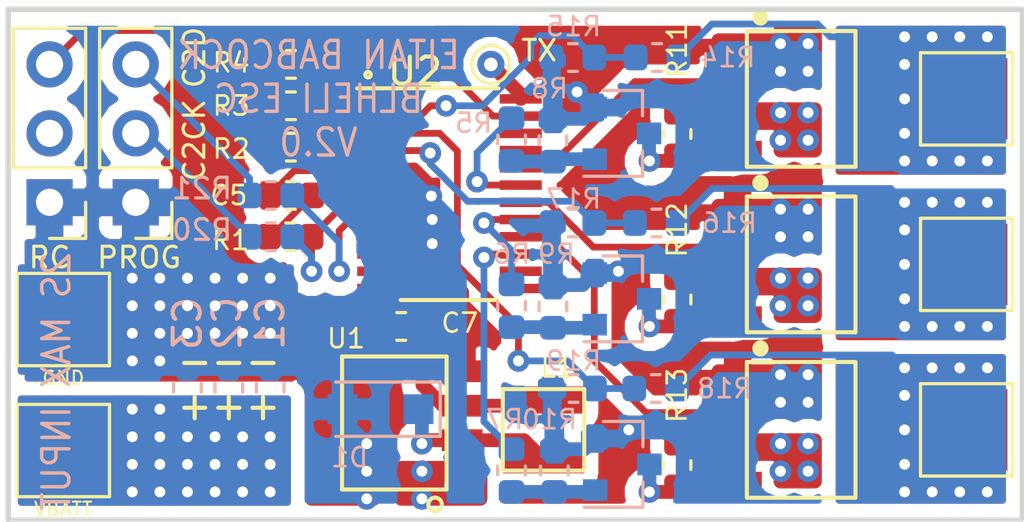
<source format=kicad_pcb>
(kicad_pcb (version 20171130) (host pcbnew 5.0.2-bee76a0~70~ubuntu18.04.1)

  (general
    (thickness 1.6)
    (drawings 15)
    (tracks 314)
    (zones 0)
    (modules 44)
    (nets 30)
  )

  (page A4)
  (layers
    (0 F.Cu signal)
    (1 In1.Cu signal)
    (2 In2.Cu signal)
    (31 B.Cu signal)
    (32 B.Adhes user)
    (33 F.Adhes user)
    (34 B.Paste user)
    (35 F.Paste user)
    (36 B.SilkS user)
    (37 F.SilkS user)
    (38 B.Mask user)
    (39 F.Mask user)
    (40 Dwgs.User user)
    (41 Cmts.User user)
    (42 Eco1.User user)
    (43 Eco2.User user)
    (44 Edge.Cuts user)
    (45 Margin user)
    (46 B.CrtYd user)
    (47 F.CrtYd user)
    (48 B.Fab user hide)
    (49 F.Fab user hide)
  )

  (setup
    (last_trace_width 0.508)
    (user_trace_width 0.381)
    (user_trace_width 0.508)
    (trace_clearance 0.2)
    (zone_clearance 0.254)
    (zone_45_only no)
    (trace_min 0.2)
    (segment_width 0.2)
    (edge_width 0.15)
    (via_size 0.8)
    (via_drill 0.4)
    (via_min_size 0.4)
    (via_min_drill 0.3)
    (uvia_size 0.3)
    (uvia_drill 0.1)
    (uvias_allowed no)
    (uvia_min_size 0.2)
    (uvia_min_drill 0.1)
    (pcb_text_width 0.3)
    (pcb_text_size 1.5 1.5)
    (mod_edge_width 0.15)
    (mod_text_size 1 1)
    (mod_text_width 0.15)
    (pad_size 1.524 1.524)
    (pad_drill 0.762)
    (pad_to_mask_clearance 0.051)
    (solder_mask_min_width 0.25)
    (aux_axis_origin 0 0)
    (visible_elements FFFFFF7F)
    (pcbplotparams
      (layerselection 0x010fc_ffffffff)
      (usegerberextensions false)
      (usegerberattributes false)
      (usegerberadvancedattributes false)
      (creategerberjobfile false)
      (excludeedgelayer true)
      (linewidth 0.100000)
      (plotframeref false)
      (viasonmask false)
      (mode 1)
      (useauxorigin false)
      (hpglpennumber 1)
      (hpglpenspeed 20)
      (hpglpendiameter 15.000000)
      (psnegative false)
      (psa4output false)
      (plotreference true)
      (plotvalue true)
      (plotinvisibletext false)
      (padsonsilk false)
      (subtractmaskfromsilk false)
      (outputformat 1)
      (mirror false)
      (drillshape 1)
      (scaleselection 1)
      (outputdirectory ""))
  )

  (net 0 "")
  (net 1 GND)
  (net 2 V_BATT)
  (net 3 3V3)
  (net 4 "Net-(D1-Pad1)")
  (net 5 AP)
  (net 6 PHASE_A)
  (net 7 BP)
  (net 8 PHASE_B)
  (net 9 PHASE_C)
  (net 10 CP)
  (net 11 RC_IN)
  (net 12 "Net-(Q1-Pad1)")
  (net 13 "Net-(Q2-Pad1)")
  (net 14 "Net-(Q3-Pad1)")
  (net 15 C2CK)
  (net 16 SENSE)
  (net 17 A_SENSE)
  (net 18 B_SENSE)
  (net 19 C_SENSE)
  (net 20 AC)
  (net 21 BC)
  (net 22 CC)
  (net 23 C2D)
  (net 24 TX2)
  (net 25 "Net-(Q1-Pad3)")
  (net 26 "Net-(Q2-Pad3)")
  (net 27 "Net-(Q3-Pad3)")
  (net 28 "Net-(J2-Pad2)")
  (net 29 "Net-(J2-Pad3)")

  (net_class Default "This is the default net class."
    (clearance 0.2)
    (trace_width 0.25)
    (via_dia 0.8)
    (via_drill 0.4)
    (uvia_dia 0.3)
    (uvia_drill 0.1)
    (add_net 3V3)
    (add_net AC)
    (add_net AP)
    (add_net A_SENSE)
    (add_net BC)
    (add_net BP)
    (add_net B_SENSE)
    (add_net C2CK)
    (add_net C2D)
    (add_net CC)
    (add_net CP)
    (add_net C_SENSE)
    (add_net GND)
    (add_net "Net-(D1-Pad1)")
    (add_net "Net-(J2-Pad2)")
    (add_net "Net-(J2-Pad3)")
    (add_net "Net-(Q1-Pad1)")
    (add_net "Net-(Q1-Pad3)")
    (add_net "Net-(Q2-Pad1)")
    (add_net "Net-(Q2-Pad3)")
    (add_net "Net-(Q3-Pad1)")
    (add_net "Net-(Q3-Pad3)")
    (add_net PHASE_A)
    (add_net PHASE_B)
    (add_net PHASE_C)
    (add_net RC_IN)
    (add_net SENSE)
    (add_net TX2)
    (add_net V_BATT)
  )

  (module Resistor_SMD:R_0603_1608Metric (layer B.Cu) (tedit 5C2CF878) (tstamp 5C60681F)
    (at 184.15 83.0325 90)
    (descr "Resistor SMD 0603 (1608 Metric), square (rectangular) end terminal, IPC_7351 nominal, (Body size source: http://www.tortai-tech.com/upload/download/2011102023233369053.pdf), generated with kicad-footprint-generator")
    (tags resistor)
    (path /5C8F829A)
    (attr smd)
    (fp_text reference R7 (at 1.8795 -0.254 180) (layer B.SilkS)
      (effects (font (size 0.7 0.7) (thickness 0.1)) (justify mirror))
    )
    (fp_text value 1k (at 0 -1.43 90) (layer B.Fab)
      (effects (font (size 1 1) (thickness 0.15)) (justify mirror))
    )
    (fp_text user %R (at 0 0 90) (layer B.Fab)
      (effects (font (size 0.4 0.4) (thickness 0.06)) (justify mirror))
    )
    (fp_line (start 1.48 -0.73) (end -1.48 -0.73) (layer B.CrtYd) (width 0.05))
    (fp_line (start 1.48 0.73) (end 1.48 -0.73) (layer B.CrtYd) (width 0.05))
    (fp_line (start -1.48 0.73) (end 1.48 0.73) (layer B.CrtYd) (width 0.05))
    (fp_line (start -1.48 -0.73) (end -1.48 0.73) (layer B.CrtYd) (width 0.05))
    (fp_line (start -0.162779 -0.51) (end 0.162779 -0.51) (layer B.SilkS) (width 0.12))
    (fp_line (start -0.162779 0.51) (end 0.162779 0.51) (layer B.SilkS) (width 0.12))
    (fp_line (start 0.8 -0.4) (end -0.8 -0.4) (layer B.Fab) (width 0.1))
    (fp_line (start 0.8 0.4) (end 0.8 -0.4) (layer B.Fab) (width 0.1))
    (fp_line (start -0.8 0.4) (end 0.8 0.4) (layer B.Fab) (width 0.1))
    (fp_line (start -0.8 -0.4) (end -0.8 0.4) (layer B.Fab) (width 0.1))
    (pad 2 smd roundrect (at 0.7875 0 90) (size 0.875 0.95) (layers B.Cu B.Paste B.Mask) (roundrect_rratio 0.25)
      (net 22 CC))
    (pad 1 smd roundrect (at -0.7875 0 90) (size 0.875 0.95) (layers B.Cu B.Paste B.Mask) (roundrect_rratio 0.25)
      (net 14 "Net-(Q3-Pad1)"))
    (model ${KISYS3DMOD}/Resistor_SMD.3dshapes/R_0603_1608Metric.wrl
      (at (xyz 0 0 0))
      (scale (xyz 1 1 1))
      (rotate (xyz 0 0 0))
    )
  )

  (module Package_TO_SOT_SMD:SOT-23 (layer B.Cu) (tedit 5C2CF49E) (tstamp 5C6099F6)
    (at 188.23 82.804)
    (descr "SOT-23, Standard")
    (tags SOT-23)
    (path /5C8F828C)
    (attr smd)
    (fp_text reference Q3 (at 0 2.5) (layer B.Fab)
      (effects (font (size 1 1) (thickness 0.15)) (justify mirror))
    )
    (fp_text value BC847 (at 0 -2.5) (layer B.Fab)
      (effects (font (size 1 1) (thickness 0.15)) (justify mirror))
    )
    (fp_text user %R (at 0 0 -90) (layer B.Fab)
      (effects (font (size 0.5 0.5) (thickness 0.075)) (justify mirror))
    )
    (fp_line (start -0.7 0.95) (end -0.7 -1.5) (layer B.Fab) (width 0.1))
    (fp_line (start -0.15 1.52) (end 0.7 1.52) (layer B.Fab) (width 0.1))
    (fp_line (start -0.7 0.95) (end -0.15 1.52) (layer B.Fab) (width 0.1))
    (fp_line (start 0.7 1.52) (end 0.7 -1.52) (layer B.Fab) (width 0.1))
    (fp_line (start -0.7 -1.52) (end 0.7 -1.52) (layer B.Fab) (width 0.1))
    (fp_line (start 0.76 -1.58) (end 0.76 -0.65) (layer B.SilkS) (width 0.12))
    (fp_line (start 0.76 1.58) (end 0.76 0.65) (layer B.SilkS) (width 0.12))
    (fp_line (start -1.7 1.75) (end 1.7 1.75) (layer B.CrtYd) (width 0.05))
    (fp_line (start 1.7 1.75) (end 1.7 -1.75) (layer B.CrtYd) (width 0.05))
    (fp_line (start 1.7 -1.75) (end -1.7 -1.75) (layer B.CrtYd) (width 0.05))
    (fp_line (start -1.7 -1.75) (end -1.7 1.75) (layer B.CrtYd) (width 0.05))
    (fp_line (start 0.76 1.58) (end -1.4 1.58) (layer B.SilkS) (width 0.12))
    (fp_line (start 0.76 -1.58) (end -0.7 -1.58) (layer B.SilkS) (width 0.12))
    (pad 1 smd rect (at -1 0.95) (size 0.9 0.8) (layers B.Cu B.Paste B.Mask)
      (net 14 "Net-(Q3-Pad1)"))
    (pad 2 smd rect (at -1 -0.95) (size 0.9 0.8) (layers B.Cu B.Paste B.Mask)
      (net 1 GND))
    (pad 3 smd rect (at 1 0) (size 0.9 0.8) (layers B.Cu B.Paste B.Mask)
      (net 27 "Net-(Q3-Pad3)"))
    (model ${KISYS3DMOD}/Package_TO_SOT_SMD.3dshapes/SOT-23.wrl
      (at (xyz 0 0 0))
      (scale (xyz 1 1 1))
      (rotate (xyz 0 0 0))
    )
  )

  (module Resistor_SMD:R_0603_1608Metric (layer B.Cu) (tedit 5C2CF894) (tstamp 5C426B05)
    (at 185.725 83.0325 270)
    (descr "Resistor SMD 0603 (1608 Metric), square (rectangular) end terminal, IPC_7351 nominal, (Body size source: http://www.tortai-tech.com/upload/download/2011102023233369053.pdf), generated with kicad-footprint-generator")
    (tags resistor)
    (path /5C8F82A1)
    (attr smd)
    (fp_text reference R10 (at -1.8795 0.178 180) (layer B.SilkS)
      (effects (font (size 0.7 0.7) (thickness 0.1)) (justify mirror))
    )
    (fp_text value 100k (at 0 -1.43 270) (layer B.Fab)
      (effects (font (size 1 1) (thickness 0.15)) (justify mirror))
    )
    (fp_line (start -0.8 -0.4) (end -0.8 0.4) (layer B.Fab) (width 0.1))
    (fp_line (start -0.8 0.4) (end 0.8 0.4) (layer B.Fab) (width 0.1))
    (fp_line (start 0.8 0.4) (end 0.8 -0.4) (layer B.Fab) (width 0.1))
    (fp_line (start 0.8 -0.4) (end -0.8 -0.4) (layer B.Fab) (width 0.1))
    (fp_line (start -0.162779 0.51) (end 0.162779 0.51) (layer B.SilkS) (width 0.12))
    (fp_line (start -0.162779 -0.51) (end 0.162779 -0.51) (layer B.SilkS) (width 0.12))
    (fp_line (start -1.48 -0.73) (end -1.48 0.73) (layer B.CrtYd) (width 0.05))
    (fp_line (start -1.48 0.73) (end 1.48 0.73) (layer B.CrtYd) (width 0.05))
    (fp_line (start 1.48 0.73) (end 1.48 -0.73) (layer B.CrtYd) (width 0.05))
    (fp_line (start 1.48 -0.73) (end -1.48 -0.73) (layer B.CrtYd) (width 0.05))
    (fp_text user %R (at 0 0 270) (layer B.Fab)
      (effects (font (size 0.4 0.4) (thickness 0.06)) (justify mirror))
    )
    (pad 1 smd roundrect (at -0.7875 0 270) (size 0.875 0.95) (layers B.Cu B.Paste B.Mask) (roundrect_rratio 0.25)
      (net 1 GND))
    (pad 2 smd roundrect (at 0.7875 0 270) (size 0.875 0.95) (layers B.Cu B.Paste B.Mask) (roundrect_rratio 0.25)
      (net 14 "Net-(Q3-Pad1)"))
    (model ${KISYS3DMOD}/Resistor_SMD.3dshapes/R_0603_1608Metric.wrl
      (at (xyz 0 0 0))
      (scale (xyz 1 1 1))
      (rotate (xyz 0 0 0))
    )
  )

  (module Resistor_SMD:R_0603_1608Metric (layer B.Cu) (tedit 5C2CF77E) (tstamp 5CAFF2DB)
    (at 185.674 70.866 270)
    (descr "Resistor SMD 0603 (1608 Metric), square (rectangular) end terminal, IPC_7351 nominal, (Body size source: http://www.tortai-tech.com/upload/download/2011102023233369053.pdf), generated with kicad-footprint-generator")
    (tags resistor)
    (path /5C2A95EE)
    (attr smd)
    (fp_text reference R8 (at -1.905 0.127) (layer B.SilkS)
      (effects (font (size 0.7 0.7) (thickness 0.1)) (justify mirror))
    )
    (fp_text value 100k (at -1.778 1.016) (layer B.Fab)
      (effects (font (size 1 1) (thickness 0.15)) (justify mirror))
    )
    (fp_line (start -0.8 -0.4) (end -0.8 0.4) (layer B.Fab) (width 0.1))
    (fp_line (start -0.8 0.4) (end 0.8 0.4) (layer B.Fab) (width 0.1))
    (fp_line (start 0.8 0.4) (end 0.8 -0.4) (layer B.Fab) (width 0.1))
    (fp_line (start 0.8 -0.4) (end -0.8 -0.4) (layer B.Fab) (width 0.1))
    (fp_line (start -0.162779 0.51) (end 0.162779 0.51) (layer B.SilkS) (width 0.12))
    (fp_line (start -0.162779 -0.51) (end 0.162779 -0.51) (layer B.SilkS) (width 0.12))
    (fp_line (start -1.48 -0.73) (end -1.48 0.73) (layer B.CrtYd) (width 0.05))
    (fp_line (start -1.48 0.73) (end 1.48 0.73) (layer B.CrtYd) (width 0.05))
    (fp_line (start 1.48 0.73) (end 1.48 -0.73) (layer B.CrtYd) (width 0.05))
    (fp_line (start 1.48 -0.73) (end -1.48 -0.73) (layer B.CrtYd) (width 0.05))
    (fp_text user %R (at 0 0 270) (layer B.Fab)
      (effects (font (size 0.4 0.4) (thickness 0.06)) (justify mirror))
    )
    (pad 1 smd roundrect (at -0.7875 0 270) (size 0.875 0.95) (layers B.Cu B.Paste B.Mask) (roundrect_rratio 0.25)
      (net 1 GND))
    (pad 2 smd roundrect (at 0.7875 0 270) (size 0.875 0.95) (layers B.Cu B.Paste B.Mask) (roundrect_rratio 0.25)
      (net 12 "Net-(Q1-Pad1)"))
    (model ${KISYS3DMOD}/Resistor_SMD.3dshapes/R_0603_1608Metric.wrl
      (at (xyz 0 0 0))
      (scale (xyz 1 1 1))
      (rotate (xyz 0 0 0))
    )
  )

  (module Resistor_SMD:R_0603_1608Metric (layer B.Cu) (tedit 5C2CF777) (tstamp 5C42677B)
    (at 184.15 70.8405 90)
    (descr "Resistor SMD 0603 (1608 Metric), square (rectangular) end terminal, IPC_7351 nominal, (Body size source: http://www.tortai-tech.com/upload/download/2011102023233369053.pdf), generated with kicad-footprint-generator")
    (tags resistor)
    (path /5C2A957A)
    (attr smd)
    (fp_text reference R5 (at 0.6095 -1.397 180) (layer B.SilkS)
      (effects (font (size 0.7 0.7) (thickness 0.1)) (justify mirror))
    )
    (fp_text value 1k (at 0 -1.43 90) (layer B.Fab)
      (effects (font (size 1 1) (thickness 0.15)) (justify mirror))
    )
    (fp_text user %R (at 0 0 90) (layer B.Fab)
      (effects (font (size 0.4 0.4) (thickness 0.06)) (justify mirror))
    )
    (fp_line (start 1.48 -0.73) (end -1.48 -0.73) (layer B.CrtYd) (width 0.05))
    (fp_line (start 1.48 0.73) (end 1.48 -0.73) (layer B.CrtYd) (width 0.05))
    (fp_line (start -1.48 0.73) (end 1.48 0.73) (layer B.CrtYd) (width 0.05))
    (fp_line (start -1.48 -0.73) (end -1.48 0.73) (layer B.CrtYd) (width 0.05))
    (fp_line (start -0.162779 -0.51) (end 0.162779 -0.51) (layer B.SilkS) (width 0.12))
    (fp_line (start -0.162779 0.51) (end 0.162779 0.51) (layer B.SilkS) (width 0.12))
    (fp_line (start 0.8 -0.4) (end -0.8 -0.4) (layer B.Fab) (width 0.1))
    (fp_line (start 0.8 0.4) (end 0.8 -0.4) (layer B.Fab) (width 0.1))
    (fp_line (start -0.8 0.4) (end 0.8 0.4) (layer B.Fab) (width 0.1))
    (fp_line (start -0.8 -0.4) (end -0.8 0.4) (layer B.Fab) (width 0.1))
    (pad 2 smd roundrect (at 0.7875 0 90) (size 0.875 0.95) (layers B.Cu B.Paste B.Mask) (roundrect_rratio 0.25)
      (net 20 AC))
    (pad 1 smd roundrect (at -0.7875 0 90) (size 0.875 0.95) (layers B.Cu B.Paste B.Mask) (roundrect_rratio 0.25)
      (net 12 "Net-(Q1-Pad1)"))
    (model ${KISYS3DMOD}/Resistor_SMD.3dshapes/R_0603_1608Metric.wrl
      (at (xyz 0 0 0))
      (scale (xyz 1 1 1))
      (rotate (xyz 0 0 0))
    )
  )

  (module Package_TO_SOT_SMD:SOT-23 (layer B.Cu) (tedit 5C2CF492) (tstamp 5C609BC9)
    (at 188.214 70.612)
    (descr "SOT-23, Standard")
    (tags SOT-23)
    (path /5C2A8EA1)
    (attr smd)
    (fp_text reference Q1 (at -1.016 1.778) (layer B.Fab)
      (effects (font (size 1 1) (thickness 0.15)) (justify mirror))
    )
    (fp_text value BC847 (at 0 -2.5) (layer B.Fab)
      (effects (font (size 1 1) (thickness 0.15)) (justify mirror))
    )
    (fp_text user %R (at 0 0 -90) (layer B.Fab)
      (effects (font (size 0.5 0.5) (thickness 0.075)) (justify mirror))
    )
    (fp_line (start -0.7 0.95) (end -0.7 -1.5) (layer B.Fab) (width 0.1))
    (fp_line (start -0.15 1.52) (end 0.7 1.52) (layer B.Fab) (width 0.1))
    (fp_line (start -0.7 0.95) (end -0.15 1.52) (layer B.Fab) (width 0.1))
    (fp_line (start 0.7 1.52) (end 0.7 -1.52) (layer B.Fab) (width 0.1))
    (fp_line (start -0.7 -1.52) (end 0.7 -1.52) (layer B.Fab) (width 0.1))
    (fp_line (start 0.76 -1.58) (end 0.76 -0.65) (layer B.SilkS) (width 0.12))
    (fp_line (start 0.76 1.58) (end 0.76 0.65) (layer B.SilkS) (width 0.12))
    (fp_line (start -1.7 1.75) (end 1.7 1.75) (layer B.CrtYd) (width 0.05))
    (fp_line (start 1.7 1.75) (end 1.7 -1.75) (layer B.CrtYd) (width 0.05))
    (fp_line (start 1.7 -1.75) (end -1.7 -1.75) (layer B.CrtYd) (width 0.05))
    (fp_line (start -1.7 -1.75) (end -1.7 1.75) (layer B.CrtYd) (width 0.05))
    (fp_line (start 0.76 1.58) (end -1.4 1.58) (layer B.SilkS) (width 0.12))
    (fp_line (start 0.76 -1.58) (end -0.7 -1.58) (layer B.SilkS) (width 0.12))
    (pad 1 smd rect (at -1 0.95) (size 0.9 0.8) (layers B.Cu B.Paste B.Mask)
      (net 12 "Net-(Q1-Pad1)"))
    (pad 2 smd rect (at -1 -0.95) (size 0.9 0.8) (layers B.Cu B.Paste B.Mask)
      (net 1 GND))
    (pad 3 smd rect (at 1 0) (size 0.9 0.8) (layers B.Cu B.Paste B.Mask)
      (net 25 "Net-(Q1-Pad3)"))
    (model ${KISYS3DMOD}/Package_TO_SOT_SMD.3dshapes/SOT-23.wrl
      (at (xyz 0 0 0))
      (scale (xyz 1 1 1))
      (rotate (xyz 0 0 0))
    )
  )

  (module blheli_esc:AP1509_SO-8 (layer F.Cu) (tedit 5C2CFC04) (tstamp 5CB9F0C4)
    (at 179.832 81.28 90)
    (path /5C2CA11C)
    (fp_text reference U1 (at 3.1115 -1.778 -180) (layer F.SilkS)
      (effects (font (size 0.7 0.7) (thickness 0.1)))
    )
    (fp_text value AP1509 (at 0.508 0 180) (layer F.Fab)
      (effects (font (size 1 1) (thickness 0.15)))
    )
    (fp_circle (center -3 1.5) (end -2.75 1.5) (layer F.SilkS) (width 0.15))
    (fp_line (start -2.45 -1.925) (end 2.45 -1.925) (layer F.SilkS) (width 0.15))
    (fp_line (start 2.45 -1.925) (end 2.45 1.925) (layer F.SilkS) (width 0.15))
    (fp_line (start 2.45 1.925) (end -2.45 1.925) (layer F.SilkS) (width 0.15))
    (fp_line (start -2.45 1.925) (end -2.45 -1.925) (layer F.SilkS) (width 0.15))
    (pad 1 smd rect (at -1.905 2.4975 90) (size 0.802 1.505) (layers F.Cu F.Paste F.Mask)
      (net 2 V_BATT))
    (pad 2 smd rect (at -0.635 2.4975 90) (size 0.802 1.505) (layers F.Cu F.Paste F.Mask)
      (net 4 "Net-(D1-Pad1)"))
    (pad 3 smd rect (at 0.635 2.4975 90) (size 0.802 1.505) (layers F.Cu F.Paste F.Mask)
      (net 3 3V3))
    (pad 4 smd rect (at 1.905 2.4975 90) (size 0.802 1.505) (layers F.Cu F.Paste F.Mask)
      (net 1 GND))
    (pad 5 smd rect (at 1.905 -2.4975 90) (size 0.802 1.505) (layers F.Cu F.Paste F.Mask)
      (net 1 GND))
    (pad 6 smd rect (at 0.635 -2.4975 90) (size 0.802 1.505) (layers F.Cu F.Paste F.Mask)
      (net 1 GND))
    (pad 7 smd rect (at -0.635 -2.4975 90) (size 0.802 1.505) (layers F.Cu F.Paste F.Mask)
      (net 1 GND))
    (pad 8 smd rect (at -1.905 -2.4975 90) (size 0.802 1.505) (layers F.Cu F.Paste F.Mask)
      (net 1 GND))
  )

  (module Resistor_SMD:R_0603_1608Metric (layer F.Cu) (tedit 5C2CF702) (tstamp 5CAFFF65)
    (at 176.022 69.596 180)
    (descr "Resistor SMD 0603 (1608 Metric), square (rectangular) end terminal, IPC_7351 nominal, (Body size source: http://www.tortai-tech.com/upload/download/2011102023233369053.pdf), generated with kicad-footprint-generator")
    (tags resistor)
    (path /5C2B32E8)
    (attr smd)
    (fp_text reference R3 (at 2.197 0 180) (layer F.SilkS)
      (effects (font (size 0.7 0.7) (thickness 0.1)))
    )
    (fp_text value 10k (at 2.794 0 180) (layer F.Fab)
      (effects (font (size 1 1) (thickness 0.15)))
    )
    (fp_line (start -0.8 0.4) (end -0.8 -0.4) (layer F.Fab) (width 0.1))
    (fp_line (start -0.8 -0.4) (end 0.8 -0.4) (layer F.Fab) (width 0.1))
    (fp_line (start 0.8 -0.4) (end 0.8 0.4) (layer F.Fab) (width 0.1))
    (fp_line (start 0.8 0.4) (end -0.8 0.4) (layer F.Fab) (width 0.1))
    (fp_line (start -0.162779 -0.51) (end 0.162779 -0.51) (layer F.SilkS) (width 0.12))
    (fp_line (start -0.162779 0.51) (end 0.162779 0.51) (layer F.SilkS) (width 0.12))
    (fp_line (start -1.48 0.73) (end -1.48 -0.73) (layer F.CrtYd) (width 0.05))
    (fp_line (start -1.48 -0.73) (end 1.48 -0.73) (layer F.CrtYd) (width 0.05))
    (fp_line (start 1.48 -0.73) (end 1.48 0.73) (layer F.CrtYd) (width 0.05))
    (fp_line (start 1.48 0.73) (end -1.48 0.73) (layer F.CrtYd) (width 0.05))
    (fp_text user %R (at 0 0 180) (layer F.Fab)
      (effects (font (size 0.4 0.4) (thickness 0.06)))
    )
    (pad 1 smd roundrect (at -0.7875 0 180) (size 0.875 0.95) (layers F.Cu F.Paste F.Mask) (roundrect_rratio 0.25)
      (net 19 C_SENSE))
    (pad 2 smd roundrect (at 0.7875 0 180) (size 0.875 0.95) (layers F.Cu F.Paste F.Mask) (roundrect_rratio 0.25)
      (net 16 SENSE))
    (model ${KISYS3DMOD}/Resistor_SMD.3dshapes/R_0603_1608Metric.wrl
      (at (xyz 0 0 0))
      (scale (xyz 1 1 1))
      (rotate (xyz 0 0 0))
    )
  )

  (module Capacitor_SMD:C_0603_1608Metric (layer B.Cu) (tedit 5B301BBE) (tstamp 5CBA1747)
    (at 175.26 79.9845 90)
    (descr "Capacitor SMD 0603 (1608 Metric), square (rectangular) end terminal, IPC_7351 nominal, (Body size source: http://www.tortai-tech.com/upload/download/2011102023233369053.pdf), generated with kicad-footprint-generator")
    (tags capacitor)
    (path /5C3B2109)
    (attr smd)
    (fp_text reference C1 (at 2.3875 0 90) (layer B.SilkS)
      (effects (font (size 1 1) (thickness 0.15)) (justify mirror))
    )
    (fp_text value 22u (at -3.0735 0 90) (layer B.Fab)
      (effects (font (size 1 1) (thickness 0.15)) (justify mirror))
    )
    (fp_text user %R (at 0 0 90) (layer B.Fab)
      (effects (font (size 0.4 0.4) (thickness 0.06)) (justify mirror))
    )
    (fp_line (start 1.48 -0.73) (end -1.48 -0.73) (layer B.CrtYd) (width 0.05))
    (fp_line (start 1.48 0.73) (end 1.48 -0.73) (layer B.CrtYd) (width 0.05))
    (fp_line (start -1.48 0.73) (end 1.48 0.73) (layer B.CrtYd) (width 0.05))
    (fp_line (start -1.48 -0.73) (end -1.48 0.73) (layer B.CrtYd) (width 0.05))
    (fp_line (start -0.162779 -0.51) (end 0.162779 -0.51) (layer B.SilkS) (width 0.12))
    (fp_line (start -0.162779 0.51) (end 0.162779 0.51) (layer B.SilkS) (width 0.12))
    (fp_line (start 0.8 -0.4) (end -0.8 -0.4) (layer B.Fab) (width 0.1))
    (fp_line (start 0.8 0.4) (end 0.8 -0.4) (layer B.Fab) (width 0.1))
    (fp_line (start -0.8 0.4) (end 0.8 0.4) (layer B.Fab) (width 0.1))
    (fp_line (start -0.8 -0.4) (end -0.8 0.4) (layer B.Fab) (width 0.1))
    (pad 2 smd roundrect (at 0.7875 0 90) (size 0.875 0.95) (layers B.Cu B.Paste B.Mask) (roundrect_rratio 0.25)
      (net 1 GND))
    (pad 1 smd roundrect (at -0.7875 0 90) (size 0.875 0.95) (layers B.Cu B.Paste B.Mask) (roundrect_rratio 0.25)
      (net 2 V_BATT))
    (model ${KISYS3DMOD}/Capacitor_SMD.3dshapes/C_0603_1608Metric.wrl
      (at (xyz 0 0 0))
      (scale (xyz 1 1 1))
      (rotate (xyz 0 0 0))
    )
  )

  (module Capacitor_SMD:C_0603_1608Metric (layer B.Cu) (tedit 5B301BBE) (tstamp 5CBA1777)
    (at 173.736 79.9845 90)
    (descr "Capacitor SMD 0603 (1608 Metric), square (rectangular) end terminal, IPC_7351 nominal, (Body size source: http://www.tortai-tech.com/upload/download/2011102023233369053.pdf), generated with kicad-footprint-generator")
    (tags capacitor)
    (path /5C3B208B)
    (attr smd)
    (fp_text reference C2 (at 2.375 -0.0635 90) (layer B.SilkS)
      (effects (font (size 1 1) (thickness 0.15)) (justify mirror))
    )
    (fp_text value 22u (at -3.0735 0 90) (layer B.Fab)
      (effects (font (size 1 1) (thickness 0.15)) (justify mirror))
    )
    (fp_line (start -0.8 -0.4) (end -0.8 0.4) (layer B.Fab) (width 0.1))
    (fp_line (start -0.8 0.4) (end 0.8 0.4) (layer B.Fab) (width 0.1))
    (fp_line (start 0.8 0.4) (end 0.8 -0.4) (layer B.Fab) (width 0.1))
    (fp_line (start 0.8 -0.4) (end -0.8 -0.4) (layer B.Fab) (width 0.1))
    (fp_line (start -0.162779 0.51) (end 0.162779 0.51) (layer B.SilkS) (width 0.12))
    (fp_line (start -0.162779 -0.51) (end 0.162779 -0.51) (layer B.SilkS) (width 0.12))
    (fp_line (start -1.48 -0.73) (end -1.48 0.73) (layer B.CrtYd) (width 0.05))
    (fp_line (start -1.48 0.73) (end 1.48 0.73) (layer B.CrtYd) (width 0.05))
    (fp_line (start 1.48 0.73) (end 1.48 -0.73) (layer B.CrtYd) (width 0.05))
    (fp_line (start 1.48 -0.73) (end -1.48 -0.73) (layer B.CrtYd) (width 0.05))
    (fp_text user %R (at 0 0 90) (layer B.Fab)
      (effects (font (size 0.4 0.4) (thickness 0.06)) (justify mirror))
    )
    (pad 1 smd roundrect (at -0.7875 0 90) (size 0.875 0.95) (layers B.Cu B.Paste B.Mask) (roundrect_rratio 0.25)
      (net 2 V_BATT))
    (pad 2 smd roundrect (at 0.7875 0 90) (size 0.875 0.95) (layers B.Cu B.Paste B.Mask) (roundrect_rratio 0.25)
      (net 1 GND))
    (model ${KISYS3DMOD}/Capacitor_SMD.3dshapes/C_0603_1608Metric.wrl
      (at (xyz 0 0 0))
      (scale (xyz 1 1 1))
      (rotate (xyz 0 0 0))
    )
  )

  (module Capacitor_SMD:C_0603_1608Metric (layer B.Cu) (tedit 5B301BBE) (tstamp 5CBA1717)
    (at 172.212 79.9845 90)
    (descr "Capacitor SMD 0603 (1608 Metric), square (rectangular) end terminal, IPC_7351 nominal, (Body size source: http://www.tortai-tech.com/upload/download/2011102023233369053.pdf), generated with kicad-footprint-generator")
    (tags capacitor)
    (path /5C3A6EE7)
    (attr smd)
    (fp_text reference C3 (at 2.375 0 90) (layer B.SilkS)
      (effects (font (size 1 1) (thickness 0.15)) (justify mirror))
    )
    (fp_text value 22u (at -3.0735 0 90) (layer B.Fab)
      (effects (font (size 1 1) (thickness 0.15)) (justify mirror))
    )
    (fp_text user %R (at 0 0 90) (layer B.Fab)
      (effects (font (size 0.4 0.4) (thickness 0.06)) (justify mirror))
    )
    (fp_line (start 1.48 -0.73) (end -1.48 -0.73) (layer B.CrtYd) (width 0.05))
    (fp_line (start 1.48 0.73) (end 1.48 -0.73) (layer B.CrtYd) (width 0.05))
    (fp_line (start -1.48 0.73) (end 1.48 0.73) (layer B.CrtYd) (width 0.05))
    (fp_line (start -1.48 -0.73) (end -1.48 0.73) (layer B.CrtYd) (width 0.05))
    (fp_line (start -0.162779 -0.51) (end 0.162779 -0.51) (layer B.SilkS) (width 0.12))
    (fp_line (start -0.162779 0.51) (end 0.162779 0.51) (layer B.SilkS) (width 0.12))
    (fp_line (start 0.8 -0.4) (end -0.8 -0.4) (layer B.Fab) (width 0.1))
    (fp_line (start 0.8 0.4) (end 0.8 -0.4) (layer B.Fab) (width 0.1))
    (fp_line (start -0.8 0.4) (end 0.8 0.4) (layer B.Fab) (width 0.1))
    (fp_line (start -0.8 -0.4) (end -0.8 0.4) (layer B.Fab) (width 0.1))
    (pad 2 smd roundrect (at 0.7875 0 90) (size 0.875 0.95) (layers B.Cu B.Paste B.Mask) (roundrect_rratio 0.25)
      (net 1 GND))
    (pad 1 smd roundrect (at -0.7875 0 90) (size 0.875 0.95) (layers B.Cu B.Paste B.Mask) (roundrect_rratio 0.25)
      (net 2 V_BATT))
    (model ${KISYS3DMOD}/Capacitor_SMD.3dshapes/C_0603_1608Metric.wrl
      (at (xyz 0 0 0))
      (scale (xyz 1 1 1))
      (rotate (xyz 0 0 0))
    )
  )

  (module Capacitor_SMD:C_0603_1608Metric (layer F.Cu) (tedit 5C2CFC1D) (tstamp 5C424C5B)
    (at 176.022 72.898 180)
    (descr "Capacitor SMD 0603 (1608 Metric), square (rectangular) end terminal, IPC_7351 nominal, (Body size source: http://www.tortai-tech.com/upload/download/2011102023233369053.pdf), generated with kicad-footprint-generator")
    (tags capacitor)
    (path /5C2A8A01)
    (attr smd)
    (fp_text reference C5 (at 2.286 0 180) (layer F.SilkS)
      (effects (font (size 0.7 0.7) (thickness 0.1)))
    )
    (fp_text value 22u (at 2.794 0.254 180) (layer F.Fab)
      (effects (font (size 1 1) (thickness 0.15)))
    )
    (fp_line (start -0.8 0.4) (end -0.8 -0.4) (layer F.Fab) (width 0.1))
    (fp_line (start -0.8 -0.4) (end 0.8 -0.4) (layer F.Fab) (width 0.1))
    (fp_line (start 0.8 -0.4) (end 0.8 0.4) (layer F.Fab) (width 0.1))
    (fp_line (start 0.8 0.4) (end -0.8 0.4) (layer F.Fab) (width 0.1))
    (fp_line (start -0.162779 -0.51) (end 0.162779 -0.51) (layer F.SilkS) (width 0.12))
    (fp_line (start -0.162779 0.51) (end 0.162779 0.51) (layer F.SilkS) (width 0.12))
    (fp_line (start -1.48 0.73) (end -1.48 -0.73) (layer F.CrtYd) (width 0.05))
    (fp_line (start -1.48 -0.73) (end 1.48 -0.73) (layer F.CrtYd) (width 0.05))
    (fp_line (start 1.48 -0.73) (end 1.48 0.73) (layer F.CrtYd) (width 0.05))
    (fp_line (start 1.48 0.73) (end -1.48 0.73) (layer F.CrtYd) (width 0.05))
    (fp_text user %R (at 0 0 180) (layer F.Fab)
      (effects (font (size 0.4 0.4) (thickness 0.06)))
    )
    (pad 1 smd roundrect (at -0.7875 0 180) (size 0.875 0.95) (layers F.Cu F.Paste F.Mask) (roundrect_rratio 0.25)
      (net 3 3V3))
    (pad 2 smd roundrect (at 0.7875 0 180) (size 0.875 0.95) (layers F.Cu F.Paste F.Mask) (roundrect_rratio 0.25)
      (net 1 GND))
    (model ${KISYS3DMOD}/Capacitor_SMD.3dshapes/C_0603_1608Metric.wrl
      (at (xyz 0 0 0))
      (scale (xyz 1 1 1))
      (rotate (xyz 0 0 0))
    )
  )

  (module Capacitor_SMD:C_0603_1608Metric (layer F.Cu) (tedit 5C2CFC28) (tstamp 5CB9F15D)
    (at 180.086 77.724 180)
    (descr "Capacitor SMD 0603 (1608 Metric), square (rectangular) end terminal, IPC_7351 nominal, (Body size source: http://www.tortai-tech.com/upload/download/2011102023233369053.pdf), generated with kicad-footprint-generator")
    (tags capacitor)
    (path /5C3BCFB9)
    (attr smd)
    (fp_text reference C7 (at -2.159 0.127 180) (layer F.SilkS)
      (effects (font (size 0.7 0.7) (thickness 0.1)))
    )
    (fp_text value 100n (at 0 1.43 180) (layer F.Fab)
      (effects (font (size 1 1) (thickness 0.15)))
    )
    (fp_line (start -0.8 0.4) (end -0.8 -0.4) (layer F.Fab) (width 0.1))
    (fp_line (start -0.8 -0.4) (end 0.8 -0.4) (layer F.Fab) (width 0.1))
    (fp_line (start 0.8 -0.4) (end 0.8 0.4) (layer F.Fab) (width 0.1))
    (fp_line (start 0.8 0.4) (end -0.8 0.4) (layer F.Fab) (width 0.1))
    (fp_line (start -0.162779 -0.51) (end 0.162779 -0.51) (layer F.SilkS) (width 0.12))
    (fp_line (start -0.162779 0.51) (end 0.162779 0.51) (layer F.SilkS) (width 0.12))
    (fp_line (start -1.48 0.73) (end -1.48 -0.73) (layer F.CrtYd) (width 0.05))
    (fp_line (start -1.48 -0.73) (end 1.48 -0.73) (layer F.CrtYd) (width 0.05))
    (fp_line (start 1.48 -0.73) (end 1.48 0.73) (layer F.CrtYd) (width 0.05))
    (fp_line (start 1.48 0.73) (end -1.48 0.73) (layer F.CrtYd) (width 0.05))
    (fp_text user %R (at 0 0 180) (layer F.Fab)
      (effects (font (size 0.4 0.4) (thickness 0.06)))
    )
    (pad 1 smd roundrect (at -0.7875 0 180) (size 0.875 0.95) (layers F.Cu F.Paste F.Mask) (roundrect_rratio 0.25)
      (net 3 3V3))
    (pad 2 smd roundrect (at 0.7875 0 180) (size 0.875 0.95) (layers F.Cu F.Paste F.Mask) (roundrect_rratio 0.25)
      (net 1 GND))
    (model ${KISYS3DMOD}/Capacitor_SMD.3dshapes/C_0603_1608Metric.wrl
      (at (xyz 0 0 0))
      (scale (xyz 1 1 1))
      (rotate (xyz 0 0 0))
    )
  )

  (module Diode_SMD:D_SOD-123F (layer B.Cu) (tedit 5C2CFC33) (tstamp 5CB9F11D)
    (at 179.324 80.772 180)
    (descr D_SOD-123F)
    (tags D_SOD-123F)
    (path /5C2CCC65)
    (attr smd)
    (fp_text reference D1 (at 1.143 -1.778 180) (layer B.SilkS)
      (effects (font (size 0.7 0.7) (thickness 0.1)) (justify mirror))
    )
    (fp_text value MBR120V (at 0 -2.1 180) (layer B.Fab)
      (effects (font (size 1 1) (thickness 0.15)) (justify mirror))
    )
    (fp_text user %R (at -0.127 1.905 180) (layer B.Fab)
      (effects (font (size 1 1) (thickness 0.15)) (justify mirror))
    )
    (fp_line (start -2.2 1) (end -2.2 -1) (layer B.SilkS) (width 0.12))
    (fp_line (start 0.25 0) (end 0.75 0) (layer B.Fab) (width 0.1))
    (fp_line (start 0.25 -0.4) (end -0.35 0) (layer B.Fab) (width 0.1))
    (fp_line (start 0.25 0.4) (end 0.25 -0.4) (layer B.Fab) (width 0.1))
    (fp_line (start -0.35 0) (end 0.25 0.4) (layer B.Fab) (width 0.1))
    (fp_line (start -0.35 0) (end -0.35 -0.55) (layer B.Fab) (width 0.1))
    (fp_line (start -0.35 0) (end -0.35 0.55) (layer B.Fab) (width 0.1))
    (fp_line (start -0.75 0) (end -0.35 0) (layer B.Fab) (width 0.1))
    (fp_line (start -1.4 -0.9) (end -1.4 0.9) (layer B.Fab) (width 0.1))
    (fp_line (start 1.4 -0.9) (end -1.4 -0.9) (layer B.Fab) (width 0.1))
    (fp_line (start 1.4 0.9) (end 1.4 -0.9) (layer B.Fab) (width 0.1))
    (fp_line (start -1.4 0.9) (end 1.4 0.9) (layer B.Fab) (width 0.1))
    (fp_line (start -2.2 1.15) (end 2.2 1.15) (layer B.CrtYd) (width 0.05))
    (fp_line (start 2.2 1.15) (end 2.2 -1.15) (layer B.CrtYd) (width 0.05))
    (fp_line (start 2.2 -1.15) (end -2.2 -1.15) (layer B.CrtYd) (width 0.05))
    (fp_line (start -2.2 1.15) (end -2.2 -1.15) (layer B.CrtYd) (width 0.05))
    (fp_line (start -2.2 -1) (end 1.65 -1) (layer B.SilkS) (width 0.12))
    (fp_line (start -2.2 1) (end 1.65 1) (layer B.SilkS) (width 0.12))
    (pad 1 smd rect (at -1.4 0 180) (size 1.1 1.1) (layers B.Cu B.Paste B.Mask)
      (net 4 "Net-(D1-Pad1)"))
    (pad 2 smd rect (at 1.4 0 180) (size 1.1 1.1) (layers B.Cu B.Paste B.Mask)
      (net 1 GND))
    (model ${KISYS3DMOD}/Diode_SMD.3dshapes/D_SOD-123F.wrl
      (at (xyz 0 0 0))
      (scale (xyz 1 1 1))
      (rotate (xyz 0 0 0))
    )
  )

  (module TestPoint:TestPoint_Pad_3.0x3.0mm (layer F.Cu) (tedit 5C7B24D5) (tstamp 5CB9F281)
    (at 167.64 82.296)
    (descr "SMD rectangular pad as test Point, square 3.0mm side length")
    (tags "test point SMD pad rectangle square")
    (path /5C33EEBB)
    (attr virtual)
    (fp_text reference PAD1 (at 0 -0.762) (layer F.Fab)
      (effects (font (size 1 1) (thickness 0.15)))
    )
    (fp_text value PAD (at 0 1.016) (layer F.Fab)
      (effects (font (size 1 1) (thickness 0.15)))
    )
    (fp_line (start 2 2) (end -2 2) (layer F.CrtYd) (width 0.05))
    (fp_line (start 2 2) (end 2 -2) (layer F.CrtYd) (width 0.05))
    (fp_line (start -2 -2) (end -2 2) (layer F.CrtYd) (width 0.05))
    (fp_line (start -2 -2) (end 2 -2) (layer F.CrtYd) (width 0.05))
    (fp_line (start -1.7 1.7) (end -1.7 -1.7) (layer F.SilkS) (width 0.12))
    (fp_line (start 1.7 1.7) (end -1.7 1.7) (layer F.SilkS) (width 0.12))
    (fp_line (start 1.7 -1.7) (end 1.7 1.7) (layer F.SilkS) (width 0.12))
    (fp_line (start -1.7 -1.7) (end 1.7 -1.7) (layer F.SilkS) (width 0.12))
    (fp_text user %R (at 0 -0.762) (layer F.Fab)
      (effects (font (size 1 1) (thickness 0.15)))
    )
    (pad 1 smd rect (at 0 0) (size 3 3) (layers F.Cu F.Mask)
      (net 2 V_BATT))
  )

  (module TestPoint:TestPoint_Pad_3.0x3.0mm (layer F.Cu) (tedit 5C2CF41B) (tstamp 5C424A18)
    (at 167.64 77.47)
    (descr "SMD rectangular pad as test Point, square 3.0mm side length")
    (tags "test point SMD pad rectangle square")
    (path /5C33EF1B)
    (attr virtual)
    (fp_text reference PAD2 (at 0 0) (layer F.Fab)
      (effects (font (size 1 1) (thickness 0.15)))
    )
    (fp_text value PAD (at 0 1.27) (layer F.Fab)
      (effects (font (size 1 1) (thickness 0.15)))
    )
    (fp_text user %R (at 0 0) (layer F.Fab)
      (effects (font (size 1 1) (thickness 0.15)))
    )
    (fp_line (start -1.7 -1.7) (end 1.7 -1.7) (layer F.SilkS) (width 0.12))
    (fp_line (start 1.7 -1.7) (end 1.7 1.7) (layer F.SilkS) (width 0.12))
    (fp_line (start 1.7 1.7) (end -1.7 1.7) (layer F.SilkS) (width 0.12))
    (fp_line (start -1.7 1.7) (end -1.7 -1.7) (layer F.SilkS) (width 0.12))
    (fp_line (start -2 -2) (end 2 -2) (layer F.CrtYd) (width 0.05))
    (fp_line (start -2 -2) (end -2 2) (layer F.CrtYd) (width 0.05))
    (fp_line (start 2 2) (end 2 -2) (layer F.CrtYd) (width 0.05))
    (fp_line (start 2 2) (end -2 2) (layer F.CrtYd) (width 0.05))
    (pad 1 smd rect (at 0 0) (size 3 3) (layers F.Cu F.Mask)
      (net 1 GND))
  )

  (module Package_TO_SOT_SMD:SOT-23 (layer B.Cu) (tedit 5C2CF498) (tstamp 5CC42BE3)
    (at 188.214 76.708)
    (descr "SOT-23, Standard")
    (tags SOT-23)
    (path /5C8D6552)
    (attr smd)
    (fp_text reference Q2 (at 0 2.5) (layer B.Fab)
      (effects (font (size 1 1) (thickness 0.15)) (justify mirror))
    )
    (fp_text value BC847 (at 0 -2.5) (layer B.Fab)
      (effects (font (size 1 1) (thickness 0.15)) (justify mirror))
    )
    (fp_line (start 0.76 -1.58) (end -0.7 -1.58) (layer B.SilkS) (width 0.12))
    (fp_line (start 0.76 1.58) (end -1.4 1.58) (layer B.SilkS) (width 0.12))
    (fp_line (start -1.7 -1.75) (end -1.7 1.75) (layer B.CrtYd) (width 0.05))
    (fp_line (start 1.7 -1.75) (end -1.7 -1.75) (layer B.CrtYd) (width 0.05))
    (fp_line (start 1.7 1.75) (end 1.7 -1.75) (layer B.CrtYd) (width 0.05))
    (fp_line (start -1.7 1.75) (end 1.7 1.75) (layer B.CrtYd) (width 0.05))
    (fp_line (start 0.76 1.58) (end 0.76 0.65) (layer B.SilkS) (width 0.12))
    (fp_line (start 0.76 -1.58) (end 0.76 -0.65) (layer B.SilkS) (width 0.12))
    (fp_line (start -0.7 -1.52) (end 0.7 -1.52) (layer B.Fab) (width 0.1))
    (fp_line (start 0.7 1.52) (end 0.7 -1.52) (layer B.Fab) (width 0.1))
    (fp_line (start -0.7 0.95) (end -0.15 1.52) (layer B.Fab) (width 0.1))
    (fp_line (start -0.15 1.52) (end 0.7 1.52) (layer B.Fab) (width 0.1))
    (fp_line (start -0.7 0.95) (end -0.7 -1.5) (layer B.Fab) (width 0.1))
    (fp_text user %R (at 0 0 -90) (layer B.Fab)
      (effects (font (size 0.5 0.5) (thickness 0.075)) (justify mirror))
    )
    (pad 3 smd rect (at 1 0) (size 0.9 0.8) (layers B.Cu B.Paste B.Mask)
      (net 26 "Net-(Q2-Pad3)"))
    (pad 2 smd rect (at -1 -0.95) (size 0.9 0.8) (layers B.Cu B.Paste B.Mask)
      (net 1 GND))
    (pad 1 smd rect (at -1 0.95) (size 0.9 0.8) (layers B.Cu B.Paste B.Mask)
      (net 13 "Net-(Q2-Pad1)"))
    (model ${KISYS3DMOD}/Package_TO_SOT_SMD.3dshapes/SOT-23.wrl
      (at (xyz 0 0 0))
      (scale (xyz 1 1 1))
      (rotate (xyz 0 0 0))
    )
  )

  (module Resistor_SMD:R_0603_1608Metric (layer F.Cu) (tedit 5C2CF6D3) (tstamp 5CC3E3FD)
    (at 175.9965 74.422 180)
    (descr "Resistor SMD 0603 (1608 Metric), square (rectangular) end terminal, IPC_7351 nominal, (Body size source: http://www.tortai-tech.com/upload/download/2011102023233369053.pdf), generated with kicad-footprint-generator")
    (tags resistor)
    (path /5C2A8B2F)
    (attr smd)
    (fp_text reference R1 (at 2.197 -0.127 180) (layer F.SilkS)
      (effects (font (size 0.7 0.7) (thickness 0.1)))
    )
    (fp_text value 1k (at 3.2765 0.254 180) (layer F.Fab)
      (effects (font (size 1 1) (thickness 0.15)))
    )
    (fp_text user %R (at 0 0 180) (layer F.Fab)
      (effects (font (size 0.4 0.4) (thickness 0.06)))
    )
    (fp_line (start 1.48 0.73) (end -1.48 0.73) (layer F.CrtYd) (width 0.05))
    (fp_line (start 1.48 -0.73) (end 1.48 0.73) (layer F.CrtYd) (width 0.05))
    (fp_line (start -1.48 -0.73) (end 1.48 -0.73) (layer F.CrtYd) (width 0.05))
    (fp_line (start -1.48 0.73) (end -1.48 -0.73) (layer F.CrtYd) (width 0.05))
    (fp_line (start -0.162779 0.51) (end 0.162779 0.51) (layer F.SilkS) (width 0.12))
    (fp_line (start -0.162779 -0.51) (end 0.162779 -0.51) (layer F.SilkS) (width 0.12))
    (fp_line (start 0.8 0.4) (end -0.8 0.4) (layer F.Fab) (width 0.1))
    (fp_line (start 0.8 -0.4) (end 0.8 0.4) (layer F.Fab) (width 0.1))
    (fp_line (start -0.8 -0.4) (end 0.8 -0.4) (layer F.Fab) (width 0.1))
    (fp_line (start -0.8 0.4) (end -0.8 -0.4) (layer F.Fab) (width 0.1))
    (pad 2 smd roundrect (at 0.7875 0 180) (size 0.875 0.95) (layers F.Cu F.Paste F.Mask) (roundrect_rratio 0.25)
      (net 3 3V3))
    (pad 1 smd roundrect (at -0.7875 0 180) (size 0.875 0.95) (layers F.Cu F.Paste F.Mask) (roundrect_rratio 0.25)
      (net 15 C2CK))
    (model ${KISYS3DMOD}/Resistor_SMD.3dshapes/R_0603_1608Metric.wrl
      (at (xyz 0 0 0))
      (scale (xyz 1 1 1))
      (rotate (xyz 0 0 0))
    )
  )

  (module Resistor_SMD:R_0603_1608Metric (layer F.Cu) (tedit 5C2CF6E5) (tstamp 5CAFFF95)
    (at 176.022 71.12 180)
    (descr "Resistor SMD 0603 (1608 Metric), square (rectangular) end terminal, IPC_7351 nominal, (Body size source: http://www.tortai-tech.com/upload/download/2011102023233369053.pdf), generated with kicad-footprint-generator")
    (tags resistor)
    (path /5C2B3149)
    (attr smd)
    (fp_text reference R2 (at 2.197 -0.0635 180) (layer F.SilkS)
      (effects (font (size 0.7 0.7) (thickness 0.1)))
    )
    (fp_text value 10k (at 2.794 0 180) (layer F.Fab)
      (effects (font (size 1 1) (thickness 0.15)))
    )
    (fp_text user %R (at 0 0 180) (layer F.Fab)
      (effects (font (size 0.4 0.4) (thickness 0.06)))
    )
    (fp_line (start 1.48 0.73) (end -1.48 0.73) (layer F.CrtYd) (width 0.05))
    (fp_line (start 1.48 -0.73) (end 1.48 0.73) (layer F.CrtYd) (width 0.05))
    (fp_line (start -1.48 -0.73) (end 1.48 -0.73) (layer F.CrtYd) (width 0.05))
    (fp_line (start -1.48 0.73) (end -1.48 -0.73) (layer F.CrtYd) (width 0.05))
    (fp_line (start -0.162779 0.51) (end 0.162779 0.51) (layer F.SilkS) (width 0.12))
    (fp_line (start -0.162779 -0.51) (end 0.162779 -0.51) (layer F.SilkS) (width 0.12))
    (fp_line (start 0.8 0.4) (end -0.8 0.4) (layer F.Fab) (width 0.1))
    (fp_line (start 0.8 -0.4) (end 0.8 0.4) (layer F.Fab) (width 0.1))
    (fp_line (start -0.8 -0.4) (end 0.8 -0.4) (layer F.Fab) (width 0.1))
    (fp_line (start -0.8 0.4) (end -0.8 -0.4) (layer F.Fab) (width 0.1))
    (pad 2 smd roundrect (at 0.7875 0 180) (size 0.875 0.95) (layers F.Cu F.Paste F.Mask) (roundrect_rratio 0.25)
      (net 16 SENSE))
    (pad 1 smd roundrect (at -0.7875 0 180) (size 0.875 0.95) (layers F.Cu F.Paste F.Mask) (roundrect_rratio 0.25)
      (net 18 B_SENSE))
    (model ${KISYS3DMOD}/Resistor_SMD.3dshapes/R_0603_1608Metric.wrl
      (at (xyz 0 0 0))
      (scale (xyz 1 1 1))
      (rotate (xyz 0 0 0))
    )
  )

  (module Resistor_SMD:R_0603_1608Metric (layer F.Cu) (tedit 5C2CF715) (tstamp 5CAFFF35)
    (at 176.022 68.072 180)
    (descr "Resistor SMD 0603 (1608 Metric), square (rectangular) end terminal, IPC_7351 nominal, (Body size source: http://www.tortai-tech.com/upload/download/2011102023233369053.pdf), generated with kicad-footprint-generator")
    (tags resistor)
    (path /5C2B331C)
    (attr smd)
    (fp_text reference R4 (at 2.197 0.0635 180) (layer F.SilkS)
      (effects (font (size 0.7 0.7) (thickness 0.1)))
    )
    (fp_text value 10k (at 2.794 0 180) (layer F.Fab)
      (effects (font (size 1 1) (thickness 0.15)))
    )
    (fp_line (start -0.8 0.4) (end -0.8 -0.4) (layer F.Fab) (width 0.1))
    (fp_line (start -0.8 -0.4) (end 0.8 -0.4) (layer F.Fab) (width 0.1))
    (fp_line (start 0.8 -0.4) (end 0.8 0.4) (layer F.Fab) (width 0.1))
    (fp_line (start 0.8 0.4) (end -0.8 0.4) (layer F.Fab) (width 0.1))
    (fp_line (start -0.162779 -0.51) (end 0.162779 -0.51) (layer F.SilkS) (width 0.12))
    (fp_line (start -0.162779 0.51) (end 0.162779 0.51) (layer F.SilkS) (width 0.12))
    (fp_line (start -1.48 0.73) (end -1.48 -0.73) (layer F.CrtYd) (width 0.05))
    (fp_line (start -1.48 -0.73) (end 1.48 -0.73) (layer F.CrtYd) (width 0.05))
    (fp_line (start 1.48 -0.73) (end 1.48 0.73) (layer F.CrtYd) (width 0.05))
    (fp_line (start 1.48 0.73) (end -1.48 0.73) (layer F.CrtYd) (width 0.05))
    (fp_text user %R (at 0 0 180) (layer F.Fab)
      (effects (font (size 0.4 0.4) (thickness 0.06)))
    )
    (pad 1 smd roundrect (at -0.7875 0 180) (size 0.875 0.95) (layers F.Cu F.Paste F.Mask) (roundrect_rratio 0.25)
      (net 17 A_SENSE))
    (pad 2 smd roundrect (at 0.7875 0 180) (size 0.875 0.95) (layers F.Cu F.Paste F.Mask) (roundrect_rratio 0.25)
      (net 16 SENSE))
    (model ${KISYS3DMOD}/Resistor_SMD.3dshapes/R_0603_1608Metric.wrl
      (at (xyz 0 0 0))
      (scale (xyz 1 1 1))
      (rotate (xyz 0 0 0))
    )
  )

  (module Resistor_SMD:R_0603_1608Metric (layer B.Cu) (tedit 5C2CF7FB) (tstamp 5CAFF1B4)
    (at 184.15 76.962 90)
    (descr "Resistor SMD 0603 (1608 Metric), square (rectangular) end terminal, IPC_7351 nominal, (Body size source: http://www.tortai-tech.com/upload/download/2011102023233369053.pdf), generated with kicad-footprint-generator")
    (tags resistor)
    (path /5C8D6560)
    (attr smd)
    (fp_text reference R6 (at 1.905 0 180) (layer B.SilkS)
      (effects (font (size 0.7 0.7) (thickness 0.1)) (justify mirror))
    )
    (fp_text value 1k (at 0 -1.43 90) (layer B.Fab)
      (effects (font (size 1 1) (thickness 0.15)) (justify mirror))
    )
    (fp_text user %R (at 0 0 90) (layer B.Fab)
      (effects (font (size 0.4 0.4) (thickness 0.06)) (justify mirror))
    )
    (fp_line (start 1.48 -0.73) (end -1.48 -0.73) (layer B.CrtYd) (width 0.05))
    (fp_line (start 1.48 0.73) (end 1.48 -0.73) (layer B.CrtYd) (width 0.05))
    (fp_line (start -1.48 0.73) (end 1.48 0.73) (layer B.CrtYd) (width 0.05))
    (fp_line (start -1.48 -0.73) (end -1.48 0.73) (layer B.CrtYd) (width 0.05))
    (fp_line (start -0.162779 -0.51) (end 0.162779 -0.51) (layer B.SilkS) (width 0.12))
    (fp_line (start -0.162779 0.51) (end 0.162779 0.51) (layer B.SilkS) (width 0.12))
    (fp_line (start 0.8 -0.4) (end -0.8 -0.4) (layer B.Fab) (width 0.1))
    (fp_line (start 0.8 0.4) (end 0.8 -0.4) (layer B.Fab) (width 0.1))
    (fp_line (start -0.8 0.4) (end 0.8 0.4) (layer B.Fab) (width 0.1))
    (fp_line (start -0.8 -0.4) (end -0.8 0.4) (layer B.Fab) (width 0.1))
    (pad 2 smd roundrect (at 0.7875 0 90) (size 0.875 0.95) (layers B.Cu B.Paste B.Mask) (roundrect_rratio 0.25)
      (net 21 BC))
    (pad 1 smd roundrect (at -0.7875 0 90) (size 0.875 0.95) (layers B.Cu B.Paste B.Mask) (roundrect_rratio 0.25)
      (net 13 "Net-(Q2-Pad1)"))
    (model ${KISYS3DMOD}/Resistor_SMD.3dshapes/R_0603_1608Metric.wrl
      (at (xyz 0 0 0))
      (scale (xyz 1 1 1))
      (rotate (xyz 0 0 0))
    )
  )

  (module Resistor_SMD:R_0603_1608Metric (layer B.Cu) (tedit 5C2CF80D) (tstamp 5CAFF184)
    (at 185.674 76.9875 270)
    (descr "Resistor SMD 0603 (1608 Metric), square (rectangular) end terminal, IPC_7351 nominal, (Body size source: http://www.tortai-tech.com/upload/download/2011102023233369053.pdf), generated with kicad-footprint-generator")
    (tags resistor)
    (path /5C8D6567)
    (attr smd)
    (fp_text reference R9 (at -1.9305 -0.127 180) (layer B.SilkS)
      (effects (font (size 0.7 0.7) (thickness 0.1)) (justify mirror))
    )
    (fp_text value 100k (at 0 -1.43 270) (layer B.Fab)
      (effects (font (size 1 1) (thickness 0.15)) (justify mirror))
    )
    (fp_line (start -0.8 -0.4) (end -0.8 0.4) (layer B.Fab) (width 0.1))
    (fp_line (start -0.8 0.4) (end 0.8 0.4) (layer B.Fab) (width 0.1))
    (fp_line (start 0.8 0.4) (end 0.8 -0.4) (layer B.Fab) (width 0.1))
    (fp_line (start 0.8 -0.4) (end -0.8 -0.4) (layer B.Fab) (width 0.1))
    (fp_line (start -0.162779 0.51) (end 0.162779 0.51) (layer B.SilkS) (width 0.12))
    (fp_line (start -0.162779 -0.51) (end 0.162779 -0.51) (layer B.SilkS) (width 0.12))
    (fp_line (start -1.48 -0.73) (end -1.48 0.73) (layer B.CrtYd) (width 0.05))
    (fp_line (start -1.48 0.73) (end 1.48 0.73) (layer B.CrtYd) (width 0.05))
    (fp_line (start 1.48 0.73) (end 1.48 -0.73) (layer B.CrtYd) (width 0.05))
    (fp_line (start 1.48 -0.73) (end -1.48 -0.73) (layer B.CrtYd) (width 0.05))
    (fp_text user %R (at 0 0 270) (layer B.Fab)
      (effects (font (size 0.4 0.4) (thickness 0.06)) (justify mirror))
    )
    (pad 1 smd roundrect (at -0.7875 0 270) (size 0.875 0.95) (layers B.Cu B.Paste B.Mask) (roundrect_rratio 0.25)
      (net 1 GND))
    (pad 2 smd roundrect (at 0.7875 0 270) (size 0.875 0.95) (layers B.Cu B.Paste B.Mask) (roundrect_rratio 0.25)
      (net 13 "Net-(Q2-Pad1)"))
    (model ${KISYS3DMOD}/Resistor_SMD.3dshapes/R_0603_1608Metric.wrl
      (at (xyz 0 0 0))
      (scale (xyz 1 1 1))
      (rotate (xyz 0 0 0))
    )
  )

  (module Resistor_SMD:R_0603_1608Metric (layer F.Cu) (tedit 5C2CF789) (tstamp 5C606863)
    (at 190.246 70.6375 90)
    (descr "Resistor SMD 0603 (1608 Metric), square (rectangular) end terminal, IPC_7351 nominal, (Body size source: http://www.tortai-tech.com/upload/download/2011102023233369053.pdf), generated with kicad-footprint-generator")
    (tags resistor)
    (path /5C2A94B3)
    (attr smd)
    (fp_text reference R11 (at 3.0735 0 90) (layer F.SilkS)
      (effects (font (size 0.7 0.7) (thickness 0.1)))
    )
    (fp_text value 100 (at 0 1.43 90) (layer F.Fab)
      (effects (font (size 1 1) (thickness 0.15)))
    )
    (fp_line (start -0.8 0.4) (end -0.8 -0.4) (layer F.Fab) (width 0.1))
    (fp_line (start -0.8 -0.4) (end 0.8 -0.4) (layer F.Fab) (width 0.1))
    (fp_line (start 0.8 -0.4) (end 0.8 0.4) (layer F.Fab) (width 0.1))
    (fp_line (start 0.8 0.4) (end -0.8 0.4) (layer F.Fab) (width 0.1))
    (fp_line (start -0.162779 -0.51) (end 0.162779 -0.51) (layer F.SilkS) (width 0.12))
    (fp_line (start -0.162779 0.51) (end 0.162779 0.51) (layer F.SilkS) (width 0.12))
    (fp_line (start -1.48 0.73) (end -1.48 -0.73) (layer F.CrtYd) (width 0.05))
    (fp_line (start -1.48 -0.73) (end 1.48 -0.73) (layer F.CrtYd) (width 0.05))
    (fp_line (start 1.48 -0.73) (end 1.48 0.73) (layer F.CrtYd) (width 0.05))
    (fp_line (start 1.48 0.73) (end -1.48 0.73) (layer F.CrtYd) (width 0.05))
    (fp_text user %R (at 0 0 90) (layer F.Fab)
      (effects (font (size 0.4 0.4) (thickness 0.06)))
    )
    (pad 1 smd roundrect (at -0.7875 0 90) (size 0.875 0.95) (layers F.Cu F.Paste F.Mask) (roundrect_rratio 0.25)
      (net 25 "Net-(Q1-Pad3)"))
    (pad 2 smd roundrect (at 0.7875 0 90) (size 0.875 0.95) (layers F.Cu F.Paste F.Mask) (roundrect_rratio 0.25)
      (net 2 V_BATT))
    (model ${KISYS3DMOD}/Resistor_SMD.3dshapes/R_0603_1608Metric.wrl
      (at (xyz 0 0 0))
      (scale (xyz 1 1 1))
      (rotate (xyz 0 0 0))
    )
  )

  (module Resistor_SMD:R_0603_1608Metric (layer F.Cu) (tedit 5C2CF7C8) (tstamp 5CA636E1)
    (at 190.246 76.7335 90)
    (descr "Resistor SMD 0603 (1608 Metric), square (rectangular) end terminal, IPC_7351 nominal, (Body size source: http://www.tortai-tech.com/upload/download/2011102023233369053.pdf), generated with kicad-footprint-generator")
    (tags resistor)
    (path /5C8D6559)
    (attr smd)
    (fp_text reference R12 (at 2.5655 0 90) (layer F.SilkS)
      (effects (font (size 0.7 0.7) (thickness 0.1)))
    )
    (fp_text value 100 (at 0 1.43 90) (layer F.Fab)
      (effects (font (size 1 1) (thickness 0.15)))
    )
    (fp_line (start -0.8 0.4) (end -0.8 -0.4) (layer F.Fab) (width 0.1))
    (fp_line (start -0.8 -0.4) (end 0.8 -0.4) (layer F.Fab) (width 0.1))
    (fp_line (start 0.8 -0.4) (end 0.8 0.4) (layer F.Fab) (width 0.1))
    (fp_line (start 0.8 0.4) (end -0.8 0.4) (layer F.Fab) (width 0.1))
    (fp_line (start -0.162779 -0.51) (end 0.162779 -0.51) (layer F.SilkS) (width 0.12))
    (fp_line (start -0.162779 0.51) (end 0.162779 0.51) (layer F.SilkS) (width 0.12))
    (fp_line (start -1.48 0.73) (end -1.48 -0.73) (layer F.CrtYd) (width 0.05))
    (fp_line (start -1.48 -0.73) (end 1.48 -0.73) (layer F.CrtYd) (width 0.05))
    (fp_line (start 1.48 -0.73) (end 1.48 0.73) (layer F.CrtYd) (width 0.05))
    (fp_line (start 1.48 0.73) (end -1.48 0.73) (layer F.CrtYd) (width 0.05))
    (fp_text user %R (at 0 0 90) (layer F.Fab)
      (effects (font (size 0.4 0.4) (thickness 0.06)))
    )
    (pad 1 smd roundrect (at -0.7875 0 90) (size 0.875 0.95) (layers F.Cu F.Paste F.Mask) (roundrect_rratio 0.25)
      (net 26 "Net-(Q2-Pad3)"))
    (pad 2 smd roundrect (at 0.7875 0 90) (size 0.875 0.95) (layers F.Cu F.Paste F.Mask) (roundrect_rratio 0.25)
      (net 2 V_BATT))
    (model ${KISYS3DMOD}/Resistor_SMD.3dshapes/R_0603_1608Metric.wrl
      (at (xyz 0 0 0))
      (scale (xyz 1 1 1))
      (rotate (xyz 0 0 0))
    )
  )

  (module Resistor_SMD:R_0603_1608Metric (layer F.Cu) (tedit 5C2CF853) (tstamp 5C426A93)
    (at 190.246 82.8295 90)
    (descr "Resistor SMD 0603 (1608 Metric), square (rectangular) end terminal, IPC_7351 nominal, (Body size source: http://www.tortai-tech.com/upload/download/2011102023233369053.pdf), generated with kicad-footprint-generator")
    (tags resistor)
    (path /5C8F8293)
    (attr smd)
    (fp_text reference R13 (at 2.5655 0 90) (layer F.SilkS)
      (effects (font (size 0.7 0.7) (thickness 0.1)))
    )
    (fp_text value 100 (at 0 1.43 90) (layer F.Fab)
      (effects (font (size 1 1) (thickness 0.15)))
    )
    (fp_line (start -0.8 0.4) (end -0.8 -0.4) (layer F.Fab) (width 0.1))
    (fp_line (start -0.8 -0.4) (end 0.8 -0.4) (layer F.Fab) (width 0.1))
    (fp_line (start 0.8 -0.4) (end 0.8 0.4) (layer F.Fab) (width 0.1))
    (fp_line (start 0.8 0.4) (end -0.8 0.4) (layer F.Fab) (width 0.1))
    (fp_line (start -0.162779 -0.51) (end 0.162779 -0.51) (layer F.SilkS) (width 0.12))
    (fp_line (start -0.162779 0.51) (end 0.162779 0.51) (layer F.SilkS) (width 0.12))
    (fp_line (start -1.48 0.73) (end -1.48 -0.73) (layer F.CrtYd) (width 0.05))
    (fp_line (start -1.48 -0.73) (end 1.48 -0.73) (layer F.CrtYd) (width 0.05))
    (fp_line (start 1.48 -0.73) (end 1.48 0.73) (layer F.CrtYd) (width 0.05))
    (fp_line (start 1.48 0.73) (end -1.48 0.73) (layer F.CrtYd) (width 0.05))
    (fp_text user %R (at 0 0 90) (layer F.Fab)
      (effects (font (size 0.4 0.4) (thickness 0.06)))
    )
    (pad 1 smd roundrect (at -0.7875 0 90) (size 0.875 0.95) (layers F.Cu F.Paste F.Mask) (roundrect_rratio 0.25)
      (net 27 "Net-(Q3-Pad3)"))
    (pad 2 smd roundrect (at 0.7875 0 90) (size 0.875 0.95) (layers F.Cu F.Paste F.Mask) (roundrect_rratio 0.25)
      (net 2 V_BATT))
    (model ${KISYS3DMOD}/Resistor_SMD.3dshapes/R_0603_1608Metric.wrl
      (at (xyz 0 0 0))
      (scale (xyz 1 1 1))
      (rotate (xyz 0 0 0))
    )
  )

  (module Resistor_SMD:R_0603_1608Metric (layer B.Cu) (tedit 5C2CF79E) (tstamp 5C606896)
    (at 189.5095 67.818)
    (descr "Resistor SMD 0603 (1608 Metric), square (rectangular) end terminal, IPC_7351 nominal, (Body size source: http://www.tortai-tech.com/upload/download/2011102023233369053.pdf), generated with kicad-footprint-generator")
    (tags resistor)
    (path /5C2AFEDE)
    (attr smd)
    (fp_text reference R14 (at 2.6035 0) (layer B.SilkS)
      (effects (font (size 0.7 0.7) (thickness 0.1)) (justify mirror))
    )
    (fp_text value 10k (at 3.0225 0) (layer B.Fab)
      (effects (font (size 1 1) (thickness 0.15)) (justify mirror))
    )
    (fp_text user %R (at 0 0) (layer B.Fab)
      (effects (font (size 0.4 0.4) (thickness 0.06)) (justify mirror))
    )
    (fp_line (start 1.48 -0.73) (end -1.48 -0.73) (layer B.CrtYd) (width 0.05))
    (fp_line (start 1.48 0.73) (end 1.48 -0.73) (layer B.CrtYd) (width 0.05))
    (fp_line (start -1.48 0.73) (end 1.48 0.73) (layer B.CrtYd) (width 0.05))
    (fp_line (start -1.48 -0.73) (end -1.48 0.73) (layer B.CrtYd) (width 0.05))
    (fp_line (start -0.162779 -0.51) (end 0.162779 -0.51) (layer B.SilkS) (width 0.12))
    (fp_line (start -0.162779 0.51) (end 0.162779 0.51) (layer B.SilkS) (width 0.12))
    (fp_line (start 0.8 -0.4) (end -0.8 -0.4) (layer B.Fab) (width 0.1))
    (fp_line (start 0.8 0.4) (end 0.8 -0.4) (layer B.Fab) (width 0.1))
    (fp_line (start -0.8 0.4) (end 0.8 0.4) (layer B.Fab) (width 0.1))
    (fp_line (start -0.8 -0.4) (end -0.8 0.4) (layer B.Fab) (width 0.1))
    (pad 2 smd roundrect (at 0.7875 0) (size 0.875 0.95) (layers B.Cu B.Paste B.Mask) (roundrect_rratio 0.25)
      (net 6 PHASE_A))
    (pad 1 smd roundrect (at -0.7875 0) (size 0.875 0.95) (layers B.Cu B.Paste B.Mask) (roundrect_rratio 0.25)
      (net 17 A_SENSE))
    (model ${KISYS3DMOD}/Resistor_SMD.3dshapes/R_0603_1608Metric.wrl
      (at (xyz 0 0 0))
      (scale (xyz 1 1 1))
      (rotate (xyz 0 0 0))
    )
  )

  (module Resistor_SMD:R_0603_1608Metric (layer B.Cu) (tedit 5C2CF7AD) (tstamp 5C6068A7)
    (at 186.4105 67.818)
    (descr "Resistor SMD 0603 (1608 Metric), square (rectangular) end terminal, IPC_7351 nominal, (Body size source: http://www.tortai-tech.com/upload/download/2011102023233369053.pdf), generated with kicad-footprint-generator")
    (tags resistor)
    (path /5C2AFE6A)
    (attr smd)
    (fp_text reference R15 (at 0.0255 -1.143) (layer B.SilkS)
      (effects (font (size 0.7 0.7) (thickness 0.1)) (justify mirror))
    )
    (fp_text value 2k2 (at 0 -1.524) (layer B.Fab)
      (effects (font (size 1 1) (thickness 0.15)) (justify mirror))
    )
    (fp_text user %R (at 0 0) (layer B.Fab)
      (effects (font (size 0.4 0.4) (thickness 0.06)) (justify mirror))
    )
    (fp_line (start 1.48 -0.73) (end -1.48 -0.73) (layer B.CrtYd) (width 0.05))
    (fp_line (start 1.48 0.73) (end 1.48 -0.73) (layer B.CrtYd) (width 0.05))
    (fp_line (start -1.48 0.73) (end 1.48 0.73) (layer B.CrtYd) (width 0.05))
    (fp_line (start -1.48 -0.73) (end -1.48 0.73) (layer B.CrtYd) (width 0.05))
    (fp_line (start -0.162779 -0.51) (end 0.162779 -0.51) (layer B.SilkS) (width 0.12))
    (fp_line (start -0.162779 0.51) (end 0.162779 0.51) (layer B.SilkS) (width 0.12))
    (fp_line (start 0.8 -0.4) (end -0.8 -0.4) (layer B.Fab) (width 0.1))
    (fp_line (start 0.8 0.4) (end 0.8 -0.4) (layer B.Fab) (width 0.1))
    (fp_line (start -0.8 0.4) (end 0.8 0.4) (layer B.Fab) (width 0.1))
    (fp_line (start -0.8 -0.4) (end -0.8 0.4) (layer B.Fab) (width 0.1))
    (pad 2 smd roundrect (at 0.7875 0) (size 0.875 0.95) (layers B.Cu B.Paste B.Mask) (roundrect_rratio 0.25)
      (net 17 A_SENSE))
    (pad 1 smd roundrect (at -0.7875 0) (size 0.875 0.95) (layers B.Cu B.Paste B.Mask) (roundrect_rratio 0.25)
      (net 1 GND))
    (model ${KISYS3DMOD}/Resistor_SMD.3dshapes/R_0603_1608Metric.wrl
      (at (xyz 0 0 0))
      (scale (xyz 1 1 1))
      (rotate (xyz 0 0 0))
    )
  )

  (module Resistor_SMD:R_0603_1608Metric (layer B.Cu) (tedit 5C2CF837) (tstamp 5CBA0227)
    (at 189.484 73.914)
    (descr "Resistor SMD 0603 (1608 Metric), square (rectangular) end terminal, IPC_7351 nominal, (Body size source: http://www.tortai-tech.com/upload/download/2011102023233369053.pdf), generated with kicad-footprint-generator")
    (tags resistor)
    (path /5C8D658C)
    (attr smd)
    (fp_text reference R16 (at 2.6925 0) (layer B.SilkS)
      (effects (font (size 0.7 0.7) (thickness 0.1)) (justify mirror))
    )
    (fp_text value 10k (at 3.302 0) (layer B.Fab)
      (effects (font (size 1 1) (thickness 0.15)) (justify mirror))
    )
    (fp_line (start -0.8 -0.4) (end -0.8 0.4) (layer B.Fab) (width 0.1))
    (fp_line (start -0.8 0.4) (end 0.8 0.4) (layer B.Fab) (width 0.1))
    (fp_line (start 0.8 0.4) (end 0.8 -0.4) (layer B.Fab) (width 0.1))
    (fp_line (start 0.8 -0.4) (end -0.8 -0.4) (layer B.Fab) (width 0.1))
    (fp_line (start -0.162779 0.51) (end 0.162779 0.51) (layer B.SilkS) (width 0.12))
    (fp_line (start -0.162779 -0.51) (end 0.162779 -0.51) (layer B.SilkS) (width 0.12))
    (fp_line (start -1.48 -0.73) (end -1.48 0.73) (layer B.CrtYd) (width 0.05))
    (fp_line (start -1.48 0.73) (end 1.48 0.73) (layer B.CrtYd) (width 0.05))
    (fp_line (start 1.48 0.73) (end 1.48 -0.73) (layer B.CrtYd) (width 0.05))
    (fp_line (start 1.48 -0.73) (end -1.48 -0.73) (layer B.CrtYd) (width 0.05))
    (fp_text user %R (at 0 0) (layer B.Fab)
      (effects (font (size 0.4 0.4) (thickness 0.06)) (justify mirror))
    )
    (pad 1 smd roundrect (at -0.7875 0) (size 0.875 0.95) (layers B.Cu B.Paste B.Mask) (roundrect_rratio 0.25)
      (net 18 B_SENSE))
    (pad 2 smd roundrect (at 0.7875 0) (size 0.875 0.95) (layers B.Cu B.Paste B.Mask) (roundrect_rratio 0.25)
      (net 8 PHASE_B))
    (model ${KISYS3DMOD}/Resistor_SMD.3dshapes/R_0603_1608Metric.wrl
      (at (xyz 0 0 0))
      (scale (xyz 1 1 1))
      (rotate (xyz 0 0 0))
    )
  )

  (module Resistor_SMD:R_0603_1608Metric (layer B.Cu) (tedit 5C2CF83E) (tstamp 5CC42B9A)
    (at 186.4105 73.914)
    (descr "Resistor SMD 0603 (1608 Metric), square (rectangular) end terminal, IPC_7351 nominal, (Body size source: http://www.tortai-tech.com/upload/download/2011102023233369053.pdf), generated with kicad-footprint-generator")
    (tags resistor)
    (path /5C8D6585)
    (attr smd)
    (fp_text reference R17 (at 0.0255 -0.889) (layer B.SilkS)
      (effects (font (size 0.7 0.7) (thickness 0.1)) (justify mirror))
    )
    (fp_text value 2k2 (at -3.0225 0) (layer B.Fab)
      (effects (font (size 1 1) (thickness 0.15)) (justify mirror))
    )
    (fp_text user %R (at 0 0) (layer B.Fab)
      (effects (font (size 0.4 0.4) (thickness 0.06)) (justify mirror))
    )
    (fp_line (start 1.48 -0.73) (end -1.48 -0.73) (layer B.CrtYd) (width 0.05))
    (fp_line (start 1.48 0.73) (end 1.48 -0.73) (layer B.CrtYd) (width 0.05))
    (fp_line (start -1.48 0.73) (end 1.48 0.73) (layer B.CrtYd) (width 0.05))
    (fp_line (start -1.48 -0.73) (end -1.48 0.73) (layer B.CrtYd) (width 0.05))
    (fp_line (start -0.162779 -0.51) (end 0.162779 -0.51) (layer B.SilkS) (width 0.12))
    (fp_line (start -0.162779 0.51) (end 0.162779 0.51) (layer B.SilkS) (width 0.12))
    (fp_line (start 0.8 -0.4) (end -0.8 -0.4) (layer B.Fab) (width 0.1))
    (fp_line (start 0.8 0.4) (end 0.8 -0.4) (layer B.Fab) (width 0.1))
    (fp_line (start -0.8 0.4) (end 0.8 0.4) (layer B.Fab) (width 0.1))
    (fp_line (start -0.8 -0.4) (end -0.8 0.4) (layer B.Fab) (width 0.1))
    (pad 2 smd roundrect (at 0.7875 0) (size 0.875 0.95) (layers B.Cu B.Paste B.Mask) (roundrect_rratio 0.25)
      (net 18 B_SENSE))
    (pad 1 smd roundrect (at -0.7875 0) (size 0.875 0.95) (layers B.Cu B.Paste B.Mask) (roundrect_rratio 0.25)
      (net 1 GND))
    (model ${KISYS3DMOD}/Resistor_SMD.3dshapes/R_0603_1608Metric.wrl
      (at (xyz 0 0 0))
      (scale (xyz 1 1 1))
      (rotate (xyz 0 0 0))
    )
  )

  (module Resistor_SMD:R_0603_1608Metric (layer B.Cu) (tedit 5C2CF89F) (tstamp 5C60A00E)
    (at 189.4585 80.01)
    (descr "Resistor SMD 0603 (1608 Metric), square (rectangular) end terminal, IPC_7351 nominal, (Body size source: http://www.tortai-tech.com/upload/download/2011102023233369053.pdf), generated with kicad-footprint-generator")
    (tags resistor)
    (path /5C8F82C6)
    (attr smd)
    (fp_text reference R18 (at 2.54 0) (layer B.SilkS)
      (effects (font (size 0.7 0.7) (thickness 0.1)) (justify mirror))
    )
    (fp_text value 10k (at 0 -1.43) (layer B.Fab)
      (effects (font (size 1 1) (thickness 0.15)) (justify mirror))
    )
    (fp_line (start -0.8 -0.4) (end -0.8 0.4) (layer B.Fab) (width 0.1))
    (fp_line (start -0.8 0.4) (end 0.8 0.4) (layer B.Fab) (width 0.1))
    (fp_line (start 0.8 0.4) (end 0.8 -0.4) (layer B.Fab) (width 0.1))
    (fp_line (start 0.8 -0.4) (end -0.8 -0.4) (layer B.Fab) (width 0.1))
    (fp_line (start -0.162779 0.51) (end 0.162779 0.51) (layer B.SilkS) (width 0.12))
    (fp_line (start -0.162779 -0.51) (end 0.162779 -0.51) (layer B.SilkS) (width 0.12))
    (fp_line (start -1.48 -0.73) (end -1.48 0.73) (layer B.CrtYd) (width 0.05))
    (fp_line (start -1.48 0.73) (end 1.48 0.73) (layer B.CrtYd) (width 0.05))
    (fp_line (start 1.48 0.73) (end 1.48 -0.73) (layer B.CrtYd) (width 0.05))
    (fp_line (start 1.48 -0.73) (end -1.48 -0.73) (layer B.CrtYd) (width 0.05))
    (fp_text user %R (at 0 0) (layer B.Fab)
      (effects (font (size 0.4 0.4) (thickness 0.06)) (justify mirror))
    )
    (pad 1 smd roundrect (at -0.7875 0) (size 0.875 0.95) (layers B.Cu B.Paste B.Mask) (roundrect_rratio 0.25)
      (net 19 C_SENSE))
    (pad 2 smd roundrect (at 0.7875 0) (size 0.875 0.95) (layers B.Cu B.Paste B.Mask) (roundrect_rratio 0.25)
      (net 9 PHASE_C))
    (model ${KISYS3DMOD}/Resistor_SMD.3dshapes/R_0603_1608Metric.wrl
      (at (xyz 0 0 0))
      (scale (xyz 1 1 1))
      (rotate (xyz 0 0 0))
    )
  )

  (module Resistor_SMD:R_0603_1608Metric (layer B.Cu) (tedit 5C2CF8A9) (tstamp 5C609CEE)
    (at 186.436 80.01)
    (descr "Resistor SMD 0603 (1608 Metric), square (rectangular) end terminal, IPC_7351 nominal, (Body size source: http://www.tortai-tech.com/upload/download/2011102023233369053.pdf), generated with kicad-footprint-generator")
    (tags resistor)
    (path /5C8F82BF)
    (attr smd)
    (fp_text reference R19 (at 0 -1.016 -180) (layer B.SilkS)
      (effects (font (size 0.7 0.7) (thickness 0.1)) (justify mirror))
    )
    (fp_text value 2k2 (at 0 -1.43) (layer B.Fab)
      (effects (font (size 1 1) (thickness 0.15)) (justify mirror))
    )
    (fp_text user %R (at 0 0) (layer B.Fab)
      (effects (font (size 0.4 0.4) (thickness 0.06)) (justify mirror))
    )
    (fp_line (start 1.48 -0.73) (end -1.48 -0.73) (layer B.CrtYd) (width 0.05))
    (fp_line (start 1.48 0.73) (end 1.48 -0.73) (layer B.CrtYd) (width 0.05))
    (fp_line (start -1.48 0.73) (end 1.48 0.73) (layer B.CrtYd) (width 0.05))
    (fp_line (start -1.48 -0.73) (end -1.48 0.73) (layer B.CrtYd) (width 0.05))
    (fp_line (start -0.162779 -0.51) (end 0.162779 -0.51) (layer B.SilkS) (width 0.12))
    (fp_line (start -0.162779 0.51) (end 0.162779 0.51) (layer B.SilkS) (width 0.12))
    (fp_line (start 0.8 -0.4) (end -0.8 -0.4) (layer B.Fab) (width 0.1))
    (fp_line (start 0.8 0.4) (end 0.8 -0.4) (layer B.Fab) (width 0.1))
    (fp_line (start -0.8 0.4) (end 0.8 0.4) (layer B.Fab) (width 0.1))
    (fp_line (start -0.8 -0.4) (end -0.8 0.4) (layer B.Fab) (width 0.1))
    (pad 2 smd roundrect (at 0.7875 0) (size 0.875 0.95) (layers B.Cu B.Paste B.Mask) (roundrect_rratio 0.25)
      (net 19 C_SENSE))
    (pad 1 smd roundrect (at -0.7875 0) (size 0.875 0.95) (layers B.Cu B.Paste B.Mask) (roundrect_rratio 0.25)
      (net 1 GND))
    (model ${KISYS3DMOD}/Resistor_SMD.3dshapes/R_0603_1608Metric.wrl
      (at (xyz 0 0 0))
      (scale (xyz 1 1 1))
      (rotate (xyz 0 0 0))
    )
  )

  (module TestPoint:TestPoint_THTPad_D1.0mm_Drill0.5mm (layer F.Cu) (tedit 5C2CF4FA) (tstamp 5CB01BB8)
    (at 183.388 68.072)
    (descr "THT pad as test Point, diameter 1.0mm, hole diameter 0.5mm")
    (tags "test point THT pad")
    (path /5C2F885D)
    (attr virtual)
    (fp_text reference TP4 (at 0 -1.448) (layer F.Fab)
      (effects (font (size 1 1) (thickness 0.15)))
    )
    (fp_text value TX2 (at 0 1.55) (layer F.Fab)
      (effects (font (size 1 1) (thickness 0.15)))
    )
    (fp_circle (center 0 0) (end 0 0.7) (layer F.SilkS) (width 0.12))
    (fp_circle (center 0 0) (end 1 0) (layer F.CrtYd) (width 0.05))
    (fp_text user %R (at 0 -1.45) (layer F.Fab)
      (effects (font (size 1 1) (thickness 0.15)))
    )
    (pad 1 thru_hole circle (at 0 0) (size 1 1) (drill 0.5) (layers *.Cu *.Mask)
      (net 24 TX2))
  )

  (module blheli_esc:inductor_3x3mm (layer F.Cu) (tedit 5C2CFC0B) (tstamp 5CB9F0ED)
    (at 185.327486 81.534 270)
    (path /5C2CCA77)
    (fp_text reference L1 (at -2.286 -0.508) (layer F.SilkS)
      (effects (font (size 0.7 0.7) (thickness 0.1)))
    )
    (fp_text value 47uH (at 0 -2.5 270) (layer F.Fab)
      (effects (font (size 1 1) (thickness 0.15)))
    )
    (fp_line (start -1.5 -1.5) (end 1.5 -1.5) (layer F.SilkS) (width 0.15))
    (fp_line (start 1.5 -1.5) (end 1.5 1.5) (layer F.SilkS) (width 0.15))
    (fp_line (start 1.5 1.5) (end -1.5 1.5) (layer F.SilkS) (width 0.15))
    (fp_line (start -1.5 1.5) (end -1.5 -1.5) (layer F.SilkS) (width 0.15))
    (pad 1 smd rect (at -1.1 0 270) (size 1 3) (layers F.Cu F.Paste F.Mask)
      (net 3 3V3))
    (pad 2 smd rect (at 1.1 0 270) (size 1 3) (layers F.Cu F.Paste F.Mask)
      (net 4 "Net-(D1-Pad1)"))
  )

  (module Connector_PinHeader_2.54mm:PinHeader_1x03_P2.54mm_Vertical (layer F.Cu) (tedit 5C2CF472) (tstamp 5CC40520)
    (at 167.132 73.152 180)
    (descr "Through hole straight pin header, 1x03, 2.54mm pitch, single row")
    (tags "Through hole pin header THT 1x03 2.54mm single row")
    (path /5C302F31)
    (fp_text reference J1 (at 0 2.54 270) (layer F.Fab)
      (effects (font (size 1 1) (thickness 0.15)))
    )
    (fp_text value Conn_01x03_Male (at 0 12.7 270) (layer F.Fab)
      (effects (font (size 1 1) (thickness 0.15)))
    )
    (fp_line (start -0.635 -1.27) (end 1.27 -1.27) (layer F.Fab) (width 0.1))
    (fp_line (start 1.27 -1.27) (end 1.27 6.35) (layer F.Fab) (width 0.1))
    (fp_line (start 1.27 6.35) (end -1.27 6.35) (layer F.Fab) (width 0.1))
    (fp_line (start -1.27 6.35) (end -1.27 -0.635) (layer F.Fab) (width 0.1))
    (fp_line (start -1.27 -0.635) (end -0.635 -1.27) (layer F.Fab) (width 0.1))
    (fp_line (start -1.33 6.41) (end 1.33 6.41) (layer F.SilkS) (width 0.12))
    (fp_line (start -1.33 1.27) (end -1.33 6.41) (layer F.SilkS) (width 0.12))
    (fp_line (start 1.33 1.27) (end 1.33 6.41) (layer F.SilkS) (width 0.12))
    (fp_line (start -1.33 1.27) (end 1.33 1.27) (layer F.SilkS) (width 0.12))
    (fp_line (start -1.33 0) (end -1.33 -1.33) (layer F.SilkS) (width 0.12))
    (fp_line (start -1.33 -1.33) (end 0 -1.33) (layer F.SilkS) (width 0.12))
    (fp_line (start -1.8 -1.8) (end -1.8 6.85) (layer F.CrtYd) (width 0.05))
    (fp_line (start -1.8 6.85) (end 1.8 6.85) (layer F.CrtYd) (width 0.05))
    (fp_line (start 1.8 6.85) (end 1.8 -1.8) (layer F.CrtYd) (width 0.05))
    (fp_line (start 1.8 -1.8) (end -1.8 -1.8) (layer F.CrtYd) (width 0.05))
    (fp_text user %R (at 0 2.54 270) (layer F.Fab)
      (effects (font (size 1 1) (thickness 0.15)))
    )
    (pad 1 thru_hole rect (at 0 0 180) (size 1.7 1.7) (drill 1) (layers *.Cu *.Mask)
      (net 1 GND))
    (pad 2 thru_hole oval (at 0 2.54 180) (size 1.7 1.7) (drill 1) (layers *.Cu *.Mask))
    (pad 3 thru_hole oval (at 0 5.08 180) (size 1.7 1.7) (drill 1) (layers *.Cu *.Mask)
      (net 11 RC_IN))
    (model ${KISYS3DMOD}/Connector_PinHeader_2.54mm.3dshapes/PinHeader_1x03_P2.54mm_Vertical.wrl
      (at (xyz 0 0 0))
      (scale (xyz 1 1 1))
      (rotate (xyz 0 0 0))
    )
  )

  (module blheli_esc:IRF7317PbF (layer F.Cu) (tedit 5C7A2F02) (tstamp 5CA6385B)
    (at 194.818 69.342 270)
    (path /5C887578)
    (fp_text reference U3 (at 0 0) (layer F.Fab)
      (effects (font (size 1 1) (thickness 0.15)))
    )
    (fp_text value IRF73xx (at 1.524 -0.762) (layer F.Fab)
      (effects (font (size 1 1) (thickness 0.15)))
    )
    (fp_line (start -2.5 -2) (end -2.5 2) (layer F.SilkS) (width 0.15))
    (fp_line (start -2.5 2) (end 2.5 2) (layer F.SilkS) (width 0.15))
    (fp_line (start 2.5 2) (end 2.5 -2) (layer F.SilkS) (width 0.15))
    (fp_line (start 2.5 -2) (end -2.5 -2) (layer F.SilkS) (width 0.15))
    (fp_circle (center -3 1.5) (end -2.85 1.5) (layer F.SilkS) (width 0.3))
    (pad 8 smd rect (at -1.905 -2.34 270) (size 0.72 1.78) (layers F.Cu F.Paste F.Mask)
      (net 6 PHASE_A))
    (pad 7 smd rect (at -0.635 -2.34 270) (size 0.72 1.78) (layers F.Cu F.Paste F.Mask)
      (net 6 PHASE_A))
    (pad 6 smd rect (at 0.635 -2.34 270) (size 0.72 1.78) (layers F.Cu F.Paste F.Mask)
      (net 6 PHASE_A))
    (pad 5 smd rect (at 1.905 -2.34 270) (size 0.72 1.78) (layers F.Cu F.Paste F.Mask)
      (net 6 PHASE_A))
    (pad 4 smd rect (at 1.905 2.34 270) (size 0.72 1.78) (layers F.Cu F.Paste F.Mask)
      (net 25 "Net-(Q1-Pad3)"))
    (pad 3 smd rect (at 0.635 2.34 270) (size 0.72 1.78) (layers F.Cu F.Paste F.Mask)
      (net 2 V_BATT))
    (pad 2 smd rect (at -0.635 2.34 270) (size 0.72 1.78) (layers F.Cu F.Paste F.Mask)
      (net 5 AP))
    (pad 1 smd rect (at -1.905 2.34 270) (size 0.72 1.78) (layers F.Cu F.Paste F.Mask)
      (net 1 GND))
  )

  (module blheli_esc:IRF7317PbF (layer F.Cu) (tedit 5C7A2F0C) (tstamp 5CA6388B)
    (at 194.818 75.438 270)
    (path /5C8D65A2)
    (fp_text reference U4 (at 0 0) (layer F.Fab)
      (effects (font (size 1 1) (thickness 0.15)))
    )
    (fp_text value IRF73xx (at 1.524 -0.762) (layer F.Fab)
      (effects (font (size 1 1) (thickness 0.15)))
    )
    (fp_circle (center -3 1.5) (end -2.85 1.5) (layer F.SilkS) (width 0.3))
    (fp_line (start 2.5 -2) (end -2.5 -2) (layer F.SilkS) (width 0.15))
    (fp_line (start 2.5 2) (end 2.5 -2) (layer F.SilkS) (width 0.15))
    (fp_line (start -2.5 2) (end 2.5 2) (layer F.SilkS) (width 0.15))
    (fp_line (start -2.5 -2) (end -2.5 2) (layer F.SilkS) (width 0.15))
    (pad 1 smd rect (at -1.905 2.34 270) (size 0.72 1.78) (layers F.Cu F.Paste F.Mask)
      (net 1 GND))
    (pad 2 smd rect (at -0.635 2.34 270) (size 0.72 1.78) (layers F.Cu F.Paste F.Mask)
      (net 7 BP))
    (pad 3 smd rect (at 0.635 2.34 270) (size 0.72 1.78) (layers F.Cu F.Paste F.Mask)
      (net 2 V_BATT))
    (pad 4 smd rect (at 1.905 2.34 270) (size 0.72 1.78) (layers F.Cu F.Paste F.Mask)
      (net 26 "Net-(Q2-Pad3)"))
    (pad 5 smd rect (at 1.905 -2.34 270) (size 0.72 1.78) (layers F.Cu F.Paste F.Mask)
      (net 8 PHASE_B))
    (pad 6 smd rect (at 0.635 -2.34 270) (size 0.72 1.78) (layers F.Cu F.Paste F.Mask)
      (net 8 PHASE_B))
    (pad 7 smd rect (at -0.635 -2.34 270) (size 0.72 1.78) (layers F.Cu F.Paste F.Mask)
      (net 8 PHASE_B))
    (pad 8 smd rect (at -1.905 -2.34 270) (size 0.72 1.78) (layers F.Cu F.Paste F.Mask)
      (net 8 PHASE_B))
  )

  (module blheli_esc:IRF7317PbF (layer F.Cu) (tedit 5C7A2F14) (tstamp 5CA63828)
    (at 194.818 81.534 270)
    (path /5C8F82DC)
    (fp_text reference U5 (at 0 0) (layer F.Fab)
      (effects (font (size 1 1) (thickness 0.15)))
    )
    (fp_text value IRF73xx (at 1.27 -0.762) (layer F.Fab)
      (effects (font (size 1 1) (thickness 0.15)))
    )
    (fp_line (start -2.5 -2) (end -2.5 2) (layer F.SilkS) (width 0.15))
    (fp_line (start -2.5 2) (end 2.5 2) (layer F.SilkS) (width 0.15))
    (fp_line (start 2.5 2) (end 2.5 -2) (layer F.SilkS) (width 0.15))
    (fp_line (start 2.5 -2) (end -2.5 -2) (layer F.SilkS) (width 0.15))
    (fp_circle (center -3 1.5) (end -2.85 1.5) (layer F.SilkS) (width 0.3))
    (pad 8 smd rect (at -1.905 -2.34 270) (size 0.72 1.78) (layers F.Cu F.Paste F.Mask)
      (net 9 PHASE_C))
    (pad 7 smd rect (at -0.635 -2.34 270) (size 0.72 1.78) (layers F.Cu F.Paste F.Mask)
      (net 9 PHASE_C))
    (pad 6 smd rect (at 0.635 -2.34 270) (size 0.72 1.78) (layers F.Cu F.Paste F.Mask)
      (net 9 PHASE_C))
    (pad 5 smd rect (at 1.905 -2.34 270) (size 0.72 1.78) (layers F.Cu F.Paste F.Mask)
      (net 9 PHASE_C))
    (pad 4 smd rect (at 1.905 2.34 270) (size 0.72 1.78) (layers F.Cu F.Paste F.Mask)
      (net 27 "Net-(Q3-Pad3)"))
    (pad 3 smd rect (at 0.635 2.34 270) (size 0.72 1.78) (layers F.Cu F.Paste F.Mask)
      (net 2 V_BATT))
    (pad 2 smd rect (at -0.635 2.34 270) (size 0.72 1.78) (layers F.Cu F.Paste F.Mask)
      (net 10 CP))
    (pad 1 smd rect (at -1.905 2.34 270) (size 0.72 1.78) (layers F.Cu F.Paste F.Mask)
      (net 1 GND))
  )

  (module blheli_esc:efm8b21-qsop24 (layer F.Cu) (tedit 5C6086E3) (tstamp 5C867012)
    (at 181.864 73.152)
    (path /5C2A88F0)
    (fp_text reference U2 (at -1.27 -4.826) (layer F.SilkS)
      (effects (font (size 1 1) (thickness 0.15)))
    )
    (fp_text value EFM8BB21F16G (at -2.794 -4.572 90) (layer F.Fab)
      (effects (font (size 1 1) (thickness 0.15)))
    )
    (fp_line (start -3.4 -4.2) (end 1.8 -4.2) (layer F.SilkS) (width 0.15))
    (fp_line (start -1.8 3.6) (end 1.8 3.6) (layer F.SilkS) (width 0.15))
    (fp_circle (center -3 -4.7) (end -2.9 -4.7) (layer F.SilkS) (width 0.15))
    (pad 1 smd rect (at -2.625 -3.81) (size 1.55 0.35) (layers F.Cu F.Paste F.Mask)
      (net 16 SENSE))
    (pad 2 smd rect (at -2.625 -3.175) (size 1.55 0.35) (layers F.Cu F.Paste F.Mask)
      (net 17 A_SENSE))
    (pad 3 smd rect (at -2.625 -2.54) (size 1.55 0.35) (layers F.Cu F.Paste F.Mask)
      (net 19 C_SENSE))
    (pad 4 smd rect (at -2.625 -1.905) (size 1.55 0.35) (layers F.Cu F.Paste F.Mask)
      (net 18 B_SENSE))
    (pad 5 smd rect (at -2.625 -1.27) (size 1.55 0.35) (layers F.Cu F.Paste F.Mask)
      (net 1 GND))
    (pad 6 smd rect (at -2.625 -0.635) (size 1.55 0.35) (layers F.Cu F.Paste F.Mask)
      (net 3 3V3))
    (pad 7 smd rect (at -2.625 0) (size 1.55 0.35) (layers F.Cu F.Paste F.Mask)
      (net 15 C2CK))
    (pad 8 smd rect (at -2.625 0.635) (size 1.55 0.35) (layers F.Cu F.Paste F.Mask)
      (net 23 C2D))
    (pad 9 smd rect (at -2.625 1.27) (size 1.55 0.35) (layers F.Cu F.Paste F.Mask))
    (pad 10 smd rect (at -2.625 1.905) (size 1.55 0.35) (layers F.Cu F.Paste F.Mask))
    (pad 11 smd rect (at -2.625 2.54) (size 1.55 0.35) (layers F.Cu F.Paste F.Mask))
    (pad 12 smd rect (at -2.625 3.175) (size 1.55 0.35) (layers F.Cu F.Paste F.Mask))
    (pad 13 smd rect (at 2.625 3.175) (size 1.55 0.35) (layers F.Cu F.Paste F.Mask))
    (pad 14 smd rect (at 2.625 2.54) (size 1.55 0.35) (layers F.Cu F.Paste F.Mask))
    (pad 15 smd rect (at 2.625 1.905) (size 1.55 0.35) (layers F.Cu F.Paste F.Mask)
      (net 22 CC))
    (pad 16 smd rect (at 2.625 1.27) (size 1.55 0.35) (layers F.Cu F.Paste F.Mask)
      (net 10 CP))
    (pad 17 smd rect (at 2.625 0.635) (size 1.55 0.35) (layers F.Cu F.Paste F.Mask)
      (net 21 BC))
    (pad 18 smd rect (at 2.625 0) (size 1.55 0.35) (layers F.Cu F.Paste F.Mask)
      (net 7 BP))
    (pad 19 smd rect (at 2.625 -0.635) (size 1.55 0.35) (layers F.Cu F.Paste F.Mask)
      (net 20 AC))
    (pad 20 smd rect (at 2.625 -1.27) (size 1.55 0.35) (layers F.Cu F.Paste F.Mask)
      (net 5 AP))
    (pad 21 smd rect (at 2.625 -1.905) (size 1.55 0.35) (layers F.Cu F.Paste F.Mask))
    (pad 22 smd rect (at 2.625 -2.54) (size 1.55 0.35) (layers F.Cu F.Paste F.Mask))
    (pad 23 smd rect (at 2.625 -3.175) (size 1.55 0.35) (layers F.Cu F.Paste F.Mask)
      (net 11 RC_IN))
    (pad 24 smd rect (at 2.625 -3.81) (size 1.55 0.35) (layers F.Cu F.Paste F.Mask)
      (net 24 TX2))
  )

  (module TestPoint:TestPoint_Pad_3.0x3.0mm (layer F.Cu) (tedit 5C7B2576) (tstamp 5CAFEF4D)
    (at 200.914 69.342)
    (descr "SMD rectangular pad as test Point, square 3.0mm side length")
    (tags "test point SMD pad rectangle square")
    (path /5C2CA069)
    (attr virtual)
    (fp_text reference TP6 (at 0.254 -2.794) (layer F.Fab)
      (effects (font (size 1 1) (thickness 0.15)))
    )
    (fp_text value PHASE_A (at 3.302 0) (layer F.Fab)
      (effects (font (size 1 1) (thickness 0.15)))
    )
    (fp_text user %R (at 0.254 -2.794) (layer F.Fab)
      (effects (font (size 1 1) (thickness 0.15)))
    )
    (fp_line (start -1.7 -1.7) (end 1.7 -1.7) (layer F.SilkS) (width 0.12))
    (fp_line (start 1.7 -1.7) (end 1.7 1.7) (layer F.SilkS) (width 0.12))
    (fp_line (start 1.7 1.7) (end -1.7 1.7) (layer F.SilkS) (width 0.12))
    (fp_line (start -1.7 1.7) (end -1.7 -1.7) (layer F.SilkS) (width 0.12))
    (fp_line (start -2 -2) (end 2 -2) (layer F.CrtYd) (width 0.05))
    (fp_line (start -2 -2) (end -2 2) (layer F.CrtYd) (width 0.05))
    (fp_line (start 2 2) (end 2 -2) (layer F.CrtYd) (width 0.05))
    (fp_line (start 2 2) (end -2 2) (layer F.CrtYd) (width 0.05))
    (pad 1 smd rect (at 0 0) (size 3 3) (layers F.Cu F.Mask)
      (net 6 PHASE_A))
  )

  (module TestPoint:TestPoint_Pad_3.0x3.0mm (layer F.Cu) (tedit 5C7AC2CE) (tstamp 5CAFEF5A)
    (at 200.914 75.438)
    (descr "SMD rectangular pad as test Point, square 3.0mm side length")
    (tags "test point SMD pad rectangle square")
    (path /5C2D647C)
    (attr virtual)
    (fp_text reference TP7 (at 0 -2.398) (layer F.Fab)
      (effects (font (size 1 1) (thickness 0.15)))
    )
    (fp_text value PHASE_B (at 3.556 0) (layer F.Fab)
      (effects (font (size 1 1) (thickness 0.15)))
    )
    (fp_line (start 2 2) (end -2 2) (layer F.CrtYd) (width 0.05))
    (fp_line (start 2 2) (end 2 -2) (layer F.CrtYd) (width 0.05))
    (fp_line (start -2 -2) (end -2 2) (layer F.CrtYd) (width 0.05))
    (fp_line (start -2 -2) (end 2 -2) (layer F.CrtYd) (width 0.05))
    (fp_line (start -1.7 1.7) (end -1.7 -1.7) (layer F.SilkS) (width 0.12))
    (fp_line (start 1.7 1.7) (end -1.7 1.7) (layer F.SilkS) (width 0.12))
    (fp_line (start 1.7 -1.7) (end 1.7 1.7) (layer F.SilkS) (width 0.12))
    (fp_line (start -1.7 -1.7) (end 1.7 -1.7) (layer F.SilkS) (width 0.12))
    (fp_text user %R (at 0 -2.4) (layer F.Fab)
      (effects (font (size 1 1) (thickness 0.15)))
    )
    (pad 1 smd rect (at 0 0) (size 3 3) (layers F.Cu F.Mask)
      (net 8 PHASE_B))
  )

  (module TestPoint:TestPoint_Pad_3.0x3.0mm (layer F.Cu) (tedit 5C7AC2D9) (tstamp 5CC41A59)
    (at 200.914 81.534)
    (descr "SMD rectangular pad as test Point, square 3.0mm side length")
    (tags "test point SMD pad rectangle square")
    (path /5C2DC7CE)
    (attr virtual)
    (fp_text reference TP8 (at 0 -2.398) (layer F.Fab)
      (effects (font (size 1 1) (thickness 0.15)))
    )
    (fp_text value PHASE_C (at 3.556 0) (layer F.Fab)
      (effects (font (size 1 1) (thickness 0.15)))
    )
    (fp_text user %R (at 0 -2.4) (layer F.Fab)
      (effects (font (size 1 1) (thickness 0.15)))
    )
    (fp_line (start -1.7 -1.7) (end 1.7 -1.7) (layer F.SilkS) (width 0.12))
    (fp_line (start 1.7 -1.7) (end 1.7 1.7) (layer F.SilkS) (width 0.12))
    (fp_line (start 1.7 1.7) (end -1.7 1.7) (layer F.SilkS) (width 0.12))
    (fp_line (start -1.7 1.7) (end -1.7 -1.7) (layer F.SilkS) (width 0.12))
    (fp_line (start -2 -2) (end 2 -2) (layer F.CrtYd) (width 0.05))
    (fp_line (start -2 -2) (end -2 2) (layer F.CrtYd) (width 0.05))
    (fp_line (start 2 2) (end 2 -2) (layer F.CrtYd) (width 0.05))
    (fp_line (start 2 2) (end -2 2) (layer F.CrtYd) (width 0.05))
    (pad 1 smd rect (at 0 0) (size 3 3) (layers F.Cu F.Mask)
      (net 9 PHASE_C))
  )

  (module Connector_PinHeader_2.54mm:PinHeader_1x03_P2.54mm_Vertical (layer F.Cu) (tedit 5C7AC084) (tstamp 5CB9E68A)
    (at 170.307 73.152 180)
    (descr "Through hole straight pin header, 1x03, 2.54mm pitch, single row")
    (tags "Through hole pin header THT 1x03 2.54mm single row")
    (path /5C98F035)
    (fp_text reference J2 (at 0 2.54 270) (layer F.Fab)
      (effects (font (size 1 1) (thickness 0.15)))
    )
    (fp_text value Conn_01x03_Male (at 0 12.7 270) (layer F.Fab)
      (effects (font (size 1 1) (thickness 0.15)))
    )
    (fp_line (start -0.635 -1.27) (end 1.27 -1.27) (layer F.Fab) (width 0.1))
    (fp_line (start 1.27 -1.27) (end 1.27 6.35) (layer F.Fab) (width 0.1))
    (fp_line (start 1.27 6.35) (end -1.27 6.35) (layer F.Fab) (width 0.1))
    (fp_line (start -1.27 6.35) (end -1.27 -0.635) (layer F.Fab) (width 0.1))
    (fp_line (start -1.27 -0.635) (end -0.635 -1.27) (layer F.Fab) (width 0.1))
    (fp_line (start -1.33 6.41) (end 1.33 6.41) (layer F.SilkS) (width 0.12))
    (fp_line (start -1.33 1.27) (end -1.33 6.41) (layer F.SilkS) (width 0.12))
    (fp_line (start 1.33 1.27) (end 1.33 6.41) (layer F.SilkS) (width 0.12))
    (fp_line (start -1.33 1.27) (end 1.33 1.27) (layer F.SilkS) (width 0.12))
    (fp_line (start -1.33 0) (end -1.33 -1.33) (layer F.SilkS) (width 0.12))
    (fp_line (start -1.33 -1.33) (end 0 -1.33) (layer F.SilkS) (width 0.12))
    (fp_line (start -1.8 -1.8) (end -1.8 6.85) (layer F.CrtYd) (width 0.05))
    (fp_line (start -1.8 6.85) (end 1.8 6.85) (layer F.CrtYd) (width 0.05))
    (fp_line (start 1.8 6.85) (end 1.8 -1.8) (layer F.CrtYd) (width 0.05))
    (fp_line (start 1.8 -1.8) (end -1.8 -1.8) (layer F.CrtYd) (width 0.05))
    (fp_text user %R (at 0 2.54 270) (layer F.Fab)
      (effects (font (size 1 1) (thickness 0.15)))
    )
    (pad 1 thru_hole rect (at 0 0 180) (size 1.7 1.7) (drill 1) (layers *.Cu *.Mask)
      (net 1 GND))
    (pad 2 thru_hole oval (at 0 2.54 180) (size 1.7 1.7) (drill 1) (layers *.Cu *.Mask)
      (net 28 "Net-(J2-Pad2)"))
    (pad 3 thru_hole oval (at 0 5.08 180) (size 1.7 1.7) (drill 1) (layers *.Cu *.Mask)
      (net 29 "Net-(J2-Pad3)"))
    (model ${KISYS3DMOD}/Connector_PinHeader_2.54mm.3dshapes/PinHeader_1x03_P2.54mm_Vertical.wrl
      (at (xyz 0 0 0))
      (scale (xyz 1 1 1))
      (rotate (xyz 0 0 0))
    )
  )

  (module Resistor_SMD:R_0603_1608Metric (layer B.Cu) (tedit 5C7ACC06) (tstamp 5CC3DF3D)
    (at 175.2855 74.422 180)
    (descr "Resistor SMD 0603 (1608 Metric), square (rectangular) end terminal, IPC_7351 nominal, (Body size source: http://www.tortai-tech.com/upload/download/2011102023233369053.pdf), generated with kicad-footprint-generator")
    (tags resistor)
    (path /5C9BBEA7)
    (attr smd)
    (fp_text reference R20 (at 2.54 0.254 180) (layer B.SilkS)
      (effects (font (size 0.762 0.762) (thickness 0.1143)) (justify mirror))
    )
    (fp_text value 0 (at 2.3115 0 180) (layer B.Fab)
      (effects (font (size 1 1) (thickness 0.15)) (justify mirror))
    )
    (fp_text user %R (at 0 0 180) (layer B.Fab)
      (effects (font (size 0.4 0.4) (thickness 0.06)) (justify mirror))
    )
    (fp_line (start 1.48 -0.73) (end -1.48 -0.73) (layer B.CrtYd) (width 0.05))
    (fp_line (start 1.48 0.73) (end 1.48 -0.73) (layer B.CrtYd) (width 0.05))
    (fp_line (start -1.48 0.73) (end 1.48 0.73) (layer B.CrtYd) (width 0.05))
    (fp_line (start -1.48 -0.73) (end -1.48 0.73) (layer B.CrtYd) (width 0.05))
    (fp_line (start -0.162779 -0.51) (end 0.162779 -0.51) (layer B.SilkS) (width 0.12))
    (fp_line (start -0.162779 0.51) (end 0.162779 0.51) (layer B.SilkS) (width 0.12))
    (fp_line (start 0.8 -0.4) (end -0.8 -0.4) (layer B.Fab) (width 0.1))
    (fp_line (start 0.8 0.4) (end 0.8 -0.4) (layer B.Fab) (width 0.1))
    (fp_line (start -0.8 0.4) (end 0.8 0.4) (layer B.Fab) (width 0.1))
    (fp_line (start -0.8 -0.4) (end -0.8 0.4) (layer B.Fab) (width 0.1))
    (pad 2 smd roundrect (at 0.7875 0 180) (size 0.875 0.95) (layers B.Cu B.Paste B.Mask) (roundrect_rratio 0.25)
      (net 28 "Net-(J2-Pad2)"))
    (pad 1 smd roundrect (at -0.7875 0 180) (size 0.875 0.95) (layers B.Cu B.Paste B.Mask) (roundrect_rratio 0.25)
      (net 15 C2CK))
    (model ${KISYS3DMOD}/Resistor_SMD.3dshapes/R_0603_1608Metric.wrl
      (at (xyz 0 0 0))
      (scale (xyz 1 1 1))
      (rotate (xyz 0 0 0))
    )
  )

  (module Resistor_SMD:R_0603_1608Metric (layer B.Cu) (tedit 5C7ACBE6) (tstamp 5CC3DF4E)
    (at 175.2855 72.898 180)
    (descr "Resistor SMD 0603 (1608 Metric), square (rectangular) end terminal, IPC_7351 nominal, (Body size source: http://www.tortai-tech.com/upload/download/2011102023233369053.pdf), generated with kicad-footprint-generator")
    (tags resistor)
    (path /5C9C3030)
    (attr smd)
    (fp_text reference R21 (at 2.54 0.254 180) (layer B.SilkS)
      (effects (font (size 0.762 0.762) (thickness 0.1143)) (justify mirror))
    )
    (fp_text value 0 (at 2.3115 0 180) (layer B.Fab)
      (effects (font (size 1 1) (thickness 0.15)) (justify mirror))
    )
    (fp_line (start -0.8 -0.4) (end -0.8 0.4) (layer B.Fab) (width 0.1))
    (fp_line (start -0.8 0.4) (end 0.8 0.4) (layer B.Fab) (width 0.1))
    (fp_line (start 0.8 0.4) (end 0.8 -0.4) (layer B.Fab) (width 0.1))
    (fp_line (start 0.8 -0.4) (end -0.8 -0.4) (layer B.Fab) (width 0.1))
    (fp_line (start -0.162779 0.51) (end 0.162779 0.51) (layer B.SilkS) (width 0.12))
    (fp_line (start -0.162779 -0.51) (end 0.162779 -0.51) (layer B.SilkS) (width 0.12))
    (fp_line (start -1.48 -0.73) (end -1.48 0.73) (layer B.CrtYd) (width 0.05))
    (fp_line (start -1.48 0.73) (end 1.48 0.73) (layer B.CrtYd) (width 0.05))
    (fp_line (start 1.48 0.73) (end 1.48 -0.73) (layer B.CrtYd) (width 0.05))
    (fp_line (start 1.48 -0.73) (end -1.48 -0.73) (layer B.CrtYd) (width 0.05))
    (fp_text user %R (at 0 0 180) (layer B.Fab)
      (effects (font (size 0.4 0.4) (thickness 0.06)) (justify mirror))
    )
    (pad 1 smd roundrect (at -0.7875 0 180) (size 0.875 0.95) (layers B.Cu B.Paste B.Mask) (roundrect_rratio 0.25)
      (net 23 C2D))
    (pad 2 smd roundrect (at 0.7875 0 180) (size 0.875 0.95) (layers B.Cu B.Paste B.Mask) (roundrect_rratio 0.25)
      (net 29 "Net-(J2-Pad3)"))
    (model ${KISYS3DMOD}/Resistor_SMD.3dshapes/R_0603_1608Metric.wrl
      (at (xyz 0 0 0))
      (scale (xyz 1 1 1))
      (rotate (xyz 0 0 0))
    )
  )

  (gr_text C2CK (at 172.466 70.866 90) (layer F.SilkS)
    (effects (font (size 0.762 0.762) (thickness 0.1143)))
  )
  (gr_text C2D (at 172.466 67.818 90) (layer F.SilkS)
    (effects (font (size 0.762 0.762) (thickness 0.1143)))
  )
  (gr_text TX (at 185.166 67.564) (layer F.SilkS)
    (effects (font (size 0.762 0.762) (thickness 0.1143)))
  )
  (gr_text PROG (at 170.434 75.184) (layer F.SilkS)
    (effects (font (size 0.762 0.762) (thickness 0.1143)))
  )
  (gr_text RC (at 167.132 75.184) (layer F.SilkS)
    (effects (font (size 0.762 0.762) (thickness 0.1143)))
  )
  (gr_text GND (at 167.64 79.629) (layer F.SilkS)
    (effects (font (size 0.508 0.508) (thickness 0.0762)))
  )
  (gr_text VBATT (at 167.64 84.455) (layer F.SilkS)
    (effects (font (size 0.508 0.508) (thickness 0.0762)))
  )
  (gr_text --- (at 173.736 78.994) (layer F.SilkS) (tstamp 5CBA2C32)
    (effects (font (size 1.016 1.016) (thickness 0.1524)))
  )
  (gr_text +++ (at 173.736 80.645) (layer F.SilkS)
    (effects (font (size 1.016 1.016) (thickness 0.1524)))
  )
  (gr_line (start 202.946 84.836) (end 202.946 66.04) (layer Edge.Cuts) (width 0.15))
  (gr_line (start 165.608 84.836) (end 202.946 84.836) (layer Edge.Cuts) (width 0.15))
  (gr_line (start 165.608 66.04) (end 165.608 84.836) (layer Edge.Cuts) (width 0.2))
  (gr_line (start 202.946 66.04) (end 165.608 66.04) (layer Edge.Cuts) (width 0.2))
  (gr_text "2S MAX INPUT" (at 167.386 79.756 90) (layer B.SilkS)
    (effects (font (size 1 0.889) (thickness 0.127)) (justify mirror))
  )
  (gr_text "EITAN BABCOCK\nBLHELI ESC\nV2.0" (at 177.038 69.342) (layer B.SilkS)
    (effects (font (size 1 0.889) (thickness 0.127)) (justify mirror))
  )

  (via (at 178.816 84.074) (size 0.8) (drill 0.4) (layers F.Cu B.Cu) (net 1))
  (via (at 194.056 79.502) (size 0.8) (drill 0.4) (layers F.Cu B.Cu) (net 1))
  (via (at 195.072 79.502) (size 0.8) (drill 0.4) (layers F.Cu B.Cu) (net 1))
  (via (at 195.072 80.518) (size 0.8) (drill 0.4) (layers F.Cu B.Cu) (net 1))
  (via (at 194.056 80.518) (size 0.8) (drill 0.4) (layers F.Cu B.Cu) (net 1))
  (via (at 194.056 73.406) (size 0.8) (drill 0.4) (layers F.Cu B.Cu) (net 1))
  (via (at 195.072 73.406) (size 0.8) (drill 0.4) (layers F.Cu B.Cu) (net 1))
  (via (at 195.072 74.422) (size 0.8) (drill 0.4) (layers F.Cu B.Cu) (net 1))
  (via (at 194.056 74.422) (size 0.8) (drill 0.4) (layers F.Cu B.Cu) (net 1))
  (via (at 194.056 68.326) (size 0.8) (drill 0.4) (layers F.Cu B.Cu) (net 1))
  (via (at 195.072 68.326) (size 0.8) (drill 0.4) (layers F.Cu B.Cu) (net 1))
  (via (at 195.072 67.31) (size 0.8) (drill 0.4) (layers F.Cu B.Cu) (net 1))
  (via (at 194.056 67.31) (size 0.8) (drill 0.4) (layers F.Cu B.Cu) (net 1))
  (segment (start 186.772 76.2) (end 187.214 75.758) (width 0.508) (layer B.Cu) (net 1))
  (segment (start 185.674 76.2) (end 186.772 76.2) (width 0.508) (layer B.Cu) (net 1))
  (segment (start 178.214 71.882) (end 179.239 71.882) (width 0.25) (layer F.Cu) (net 1))
  (segment (start 178.109622 71.986378) (end 178.214 71.882) (width 0.25) (layer F.Cu) (net 1))
  (segment (start 176.146122 71.986378) (end 178.109622 71.986378) (width 0.25) (layer F.Cu) (net 1))
  (segment (start 175.2345 72.898) (end 176.146122 71.986378) (width 0.25) (layer F.Cu) (net 1))
  (segment (start 185.725 82.245) (end 186.839 82.245) (width 0.508) (layer B.Cu) (net 1))
  (segment (start 186.839 82.245) (end 187.23 81.854) (width 0.508) (layer B.Cu) (net 1))
  (via (at 170.18 75.946) (size 0.8) (drill 0.4) (layers F.Cu B.Cu) (net 1))
  (via (at 170.18 76.962) (size 0.8) (drill 0.4) (layers F.Cu B.Cu) (net 1))
  (via (at 170.18 77.978) (size 0.8) (drill 0.4) (layers F.Cu B.Cu) (net 1))
  (via (at 170.18 78.994) (size 0.8) (drill 0.4) (layers F.Cu B.Cu) (net 1))
  (via (at 171.196 78.994) (size 0.8) (drill 0.4) (layers F.Cu B.Cu) (net 1))
  (via (at 171.196 77.978) (size 0.8) (drill 0.4) (layers F.Cu B.Cu) (net 1))
  (via (at 171.196 76.962) (size 0.8) (drill 0.4) (layers F.Cu B.Cu) (net 1))
  (via (at 171.196 75.946) (size 0.8) (drill 0.4) (layers F.Cu B.Cu) (net 1))
  (via (at 172.212 75.946) (size 0.8) (drill 0.4) (layers F.Cu B.Cu) (net 1))
  (via (at 174.244 75.946) (size 0.8) (drill 0.4) (layers F.Cu B.Cu) (net 1))
  (via (at 175.26 75.946) (size 0.8) (drill 0.4) (layers F.Cu B.Cu) (net 1))
  (via (at 175.26 76.962) (size 0.8) (drill 0.4) (layers F.Cu B.Cu) (net 1))
  (via (at 174.244 76.962) (size 0.8) (drill 0.4) (layers F.Cu B.Cu) (net 1))
  (via (at 173.228 76.962) (size 0.8) (drill 0.4) (layers F.Cu B.Cu) (net 1))
  (via (at 172.212 76.962) (size 0.8) (drill 0.4) (layers F.Cu B.Cu) (net 1))
  (via (at 172.212 77.978) (size 0.8) (drill 0.4) (layers F.Cu B.Cu) (net 1))
  (via (at 173.228 77.978) (size 0.8) (drill 0.4) (layers F.Cu B.Cu) (net 1))
  (via (at 174.244 77.978) (size 0.8) (drill 0.4) (layers F.Cu B.Cu) (net 1))
  (segment (start 181.195001 72.495329) (end 181.195001 72.92002) (width 0.381) (layer F.Cu) (net 1))
  (segment (start 179.239 71.882) (end 180.581672 71.882) (width 0.381) (layer F.Cu) (net 1))
  (via (at 181.195001 72.92002) (size 0.8) (drill 0.4) (layers F.Cu B.Cu) (net 1))
  (segment (start 180.581672 71.882) (end 181.195001 72.495329) (width 0.381) (layer F.Cu) (net 1))
  (segment (start 177.3345 83.185) (end 177.3345 81.915) (width 0.508) (layer F.Cu) (net 1))
  (segment (start 177.3345 81.915) (end 177.3345 80.645) (width 0.508) (layer F.Cu) (net 1))
  (segment (start 177.3345 80.645) (end 177.3345 79.375) (width 0.508) (layer F.Cu) (net 1))
  (via (at 178.816 83.058) (size 0.8) (drill 0.4) (layers F.Cu B.Cu) (net 1))
  (via (at 178.816 82.042) (size 0.8) (drill 0.4) (layers F.Cu B.Cu) (net 1))
  (segment (start 177.924 81.15) (end 178.816 82.042) (width 0.508) (layer B.Cu) (net 1))
  (segment (start 177.924 80.772) (end 177.924 81.15) (width 0.508) (layer B.Cu) (net 1))
  (segment (start 185.674 67.869) (end 185.623 67.818) (width 0.508) (layer B.Cu) (net 1))
  (segment (start 185.674 70.0785) (end 185.674 67.869) (width 0.508) (layer B.Cu) (net 1) (tstamp 5CBA2EA5))
  (segment (start 186.7975 70.0785) (end 187.214 69.662) (width 0.508) (layer B.Cu) (net 1))
  (segment (start 185.674 70.0785) (end 186.7975 70.0785) (width 0.508) (layer B.Cu) (net 1))
  (via (at 186.563 69.088) (size 0.8) (drill 0.4) (layers F.Cu B.Cu) (net 1))
  (segment (start 187.214 69.662) (end 187.137 69.662) (width 0.508) (layer B.Cu) (net 1))
  (segment (start 187.137 69.662) (end 186.563 69.088) (width 0.508) (layer B.Cu) (net 1))
  (segment (start 185.623 76.149) (end 185.674 76.2) (width 0.508) (layer B.Cu) (net 1))
  (segment (start 185.623 73.914) (end 185.623 76.149) (width 0.508) (layer B.Cu) (net 1))
  (via (at 188.087 75.692) (size 0.8) (drill 0.4) (layers F.Cu B.Cu) (net 1))
  (segment (start 187.214 75.758) (end 188.021 75.758) (width 0.508) (layer B.Cu) (net 1))
  (segment (start 188.021 75.758) (end 188.087 75.692) (width 0.508) (layer B.Cu) (net 1))
  (segment (start 185.6485 82.1685) (end 185.725 82.245) (width 0.508) (layer B.Cu) (net 1))
  (segment (start 185.6485 80.01) (end 185.6485 82.1685) (width 0.508) (layer B.Cu) (net 1))
  (via (at 188.468 81.534) (size 0.8) (drill 0.4) (layers F.Cu B.Cu) (net 1))
  (segment (start 187.23 81.854) (end 188.148 81.854) (width 0.508) (layer B.Cu) (net 1))
  (segment (start 188.148 81.854) (end 188.468 81.534) (width 0.508) (layer B.Cu) (net 1))
  (via (at 175.26 77.978) (size 0.8) (drill 0.4) (layers F.Cu B.Cu) (net 1))
  (via (at 173.228 75.946) (size 0.8) (drill 0.4) (layers F.Cu B.Cu) (net 1))
  (via (at 181.229 73.787) (size 0.8) (drill 0.4) (layers F.Cu B.Cu) (net 1))
  (via (at 181.229 74.676) (size 0.8) (drill 0.4) (layers F.Cu B.Cu) (net 1))
  (segment (start 181.229 75.241685) (end 181.229 74.676) (width 0.508) (layer F.Cu) (net 1))
  (segment (start 181.229 75.367842) (end 181.229 75.241685) (width 0.508) (layer F.Cu) (net 1))
  (segment (start 182.3295 76.468342) (end 181.229 75.367842) (width 0.508) (layer F.Cu) (net 1))
  (segment (start 182.3295 79.375) (end 182.3295 76.468342) (width 0.508) (layer F.Cu) (net 1))
  (segment (start 181.229 74.676) (end 181.229 73.787) (width 0.508) (layer F.Cu) (net 1))
  (segment (start 181.195001 73.753001) (end 181.229 73.787) (width 0.508) (layer F.Cu) (net 1))
  (segment (start 181.195001 72.92002) (end 181.195001 73.753001) (width 0.508) (layer F.Cu) (net 1))
  (via (at 180.848 83.058) (size 0.8) (drill 0.4) (layers F.Cu B.Cu) (net 2))
  (via (at 180.848 84.074) (size 0.8) (drill 0.4) (layers F.Cu B.Cu) (net 2))
  (via (at 194.056 82.042) (size 0.8) (drill 0.4) (layers F.Cu B.Cu) (net 2))
  (via (at 195.072 82.042) (size 0.8) (drill 0.4) (layers F.Cu B.Cu) (net 2))
  (via (at 195.072 83.058) (size 0.8) (drill 0.4) (layers F.Cu B.Cu) (net 2))
  (via (at 194.056 83.058) (size 0.8) (drill 0.4) (layers F.Cu B.Cu) (net 2))
  (via (at 194.056 75.946) (size 0.8) (drill 0.4) (layers F.Cu B.Cu) (net 2))
  (via (at 195.072 75.946) (size 0.8) (drill 0.4) (layers F.Cu B.Cu) (net 2))
  (via (at 195.072 76.962) (size 0.8) (drill 0.4) (layers F.Cu B.Cu) (net 2))
  (via (at 194.056 76.962) (size 0.8) (drill 0.4) (layers F.Cu B.Cu) (net 2))
  (via (at 194.056 70.866) (size 0.8) (drill 0.4) (layers F.Cu B.Cu) (net 2))
  (via (at 195.072 70.866) (size 0.8) (drill 0.4) (layers F.Cu B.Cu) (net 2))
  (via (at 195.072 69.85) (size 0.8) (drill 0.4) (layers F.Cu B.Cu) (net 2))
  (via (at 194.056 69.85) (size 0.8) (drill 0.4) (layers F.Cu B.Cu) (net 2))
  (segment (start 192.351 69.85) (end 192.478 69.977) (width 0.508) (layer F.Cu) (net 2))
  (segment (start 190.246 69.85) (end 192.351 69.85) (width 0.508) (layer F.Cu) (net 2))
  (segment (start 192.351 75.946) (end 192.478 76.073) (width 0.508) (layer F.Cu) (net 2))
  (segment (start 190.246 75.946) (end 192.351 75.946) (width 0.508) (layer F.Cu) (net 2))
  (segment (start 192.351 82.042) (end 192.478 82.169) (width 0.508) (layer F.Cu) (net 2))
  (segment (start 190.246 82.042) (end 192.351 82.042) (width 0.508) (layer F.Cu) (net 2))
  (via (at 170.18 83.82) (size 0.8) (drill 0.4) (layers F.Cu B.Cu) (net 2))
  (via (at 170.18 82.804) (size 0.8) (drill 0.4) (layers F.Cu B.Cu) (net 2))
  (via (at 170.18 81.788) (size 0.8) (drill 0.4) (layers F.Cu B.Cu) (net 2))
  (via (at 170.18 80.772) (size 0.8) (drill 0.4) (layers F.Cu B.Cu) (net 2))
  (via (at 171.196 80.772) (size 0.8) (drill 0.4) (layers F.Cu B.Cu) (net 2))
  (via (at 171.196 81.788) (size 0.8) (drill 0.4) (layers F.Cu B.Cu) (net 2))
  (via (at 171.196 82.804) (size 0.8) (drill 0.4) (layers F.Cu B.Cu) (net 2))
  (via (at 171.196 83.82) (size 0.8) (drill 0.4) (layers F.Cu B.Cu) (net 2))
  (via (at 172.212 83.82) (size 0.8) (drill 0.4) (layers F.Cu B.Cu) (net 2))
  (via (at 173.228 83.82) (size 0.8) (drill 0.4) (layers F.Cu B.Cu) (net 2))
  (via (at 174.244 83.82) (size 0.8) (drill 0.4) (layers F.Cu B.Cu) (net 2))
  (via (at 175.26 82.804) (size 0.8) (drill 0.4) (layers F.Cu B.Cu) (net 2))
  (via (at 174.244 82.804) (size 0.8) (drill 0.4) (layers F.Cu B.Cu) (net 2))
  (via (at 173.228 82.804) (size 0.8) (drill 0.4) (layers F.Cu B.Cu) (net 2))
  (via (at 172.212 82.804) (size 0.8) (drill 0.4) (layers F.Cu B.Cu) (net 2))
  (via (at 172.212 81.788) (size 0.8) (drill 0.4) (layers F.Cu B.Cu) (net 2))
  (via (at 173.228 81.788) (size 0.8) (drill 0.4) (layers F.Cu B.Cu) (net 2))
  (via (at 174.244 81.788) (size 0.8) (drill 0.4) (layers F.Cu B.Cu) (net 2))
  (via (at 175.26 81.788) (size 0.8) (drill 0.4) (layers F.Cu B.Cu) (net 2))
  (via (at 175.26 83.82) (size 0.8) (drill 0.4) (layers F.Cu B.Cu) (net 2))
  (segment (start 175.2855 74.422) (end 176.8095 72.898) (width 0.25) (layer F.Cu) (net 3))
  (segment (start 175.209 74.422) (end 175.2855 74.422) (width 0.25) (layer F.Cu) (net 3))
  (segment (start 177.1905 72.517) (end 176.8095 72.898) (width 0.25) (layer F.Cu) (net 3))
  (segment (start 179.239 72.517) (end 177.1905 72.517) (width 0.25) (layer F.Cu) (net 3))
  (segment (start 185.116486 80.645) (end 185.327486 80.434) (width 0.508) (layer F.Cu) (net 3))
  (segment (start 182.3295 80.645) (end 185.116486 80.645) (width 0.508) (layer F.Cu) (net 3))
  (segment (start 180.8735 78.299) (end 180.8735 77.724) (width 0.508) (layer F.Cu) (net 3))
  (segment (start 180.8735 79.889702) (end 180.8735 78.299) (width 0.508) (layer F.Cu) (net 3))
  (segment (start 181.628798 80.645) (end 180.8735 79.889702) (width 0.508) (layer F.Cu) (net 3))
  (segment (start 182.3295 80.645) (end 181.628798 80.645) (width 0.508) (layer F.Cu) (net 3))
  (segment (start 180.404501 72.526501) (end 180.404501 77.255001) (width 0.381) (layer F.Cu) (net 3))
  (segment (start 180.404501 77.255001) (end 180.8735 77.724) (width 0.381) (layer F.Cu) (net 3))
  (segment (start 179.239 72.517) (end 180.395 72.517) (width 0.381) (layer F.Cu) (net 3))
  (segment (start 180.395 72.517) (end 180.404501 72.526501) (width 0.381) (layer F.Cu) (net 3))
  (segment (start 184.608486 81.915) (end 185.327486 82.634) (width 0.508) (layer F.Cu) (net 4))
  (segment (start 182.3295 81.915) (end 184.608486 81.915) (width 0.508) (layer F.Cu) (net 4))
  (via (at 180.848 82.042) (size 0.8) (drill 0.4) (layers F.Cu B.Cu) (net 4))
  (segment (start 182.3295 81.915) (end 180.975 81.915) (width 0.508) (layer F.Cu) (net 4))
  (segment (start 180.975 81.915) (end 180.848 82.042) (width 0.508) (layer F.Cu) (net 4))
  (segment (start 180.848 80.896) (end 180.724 80.772) (width 0.508) (layer B.Cu) (net 4))
  (segment (start 180.848 82.042) (end 180.848 80.896) (width 0.508) (layer B.Cu) (net 4))
  (segment (start 191.338 68.707) (end 192.478 68.707) (width 0.25) (layer F.Cu) (net 5))
  (segment (start 185.514 71.882) (end 188.689 68.707) (width 0.25) (layer F.Cu) (net 5))
  (segment (start 188.689 68.707) (end 191.338 68.707) (width 0.25) (layer F.Cu) (net 5))
  (segment (start 184.489 71.882) (end 185.514 71.882) (width 0.25) (layer F.Cu) (net 5))
  (via (at 198.628 69.342) (size 0.8) (drill 0.4) (layers F.Cu B.Cu) (net 6))
  (via (at 198.628 70.612) (size 0.8) (drill 0.4) (layers F.Cu B.Cu) (net 6))
  (via (at 198.628 71.628) (size 0.8) (drill 0.4) (layers F.Cu B.Cu) (net 6))
  (via (at 199.644 71.628) (size 0.8) (drill 0.4) (layers F.Cu B.Cu) (net 6))
  (via (at 200.66 71.628) (size 0.8) (drill 0.4) (layers F.Cu B.Cu) (net 6))
  (via (at 201.676 71.628) (size 0.8) (drill 0.4) (layers F.Cu B.Cu) (net 6))
  (via (at 200.66 67.056) (size 0.8) (drill 0.4) (layers F.Cu B.Cu) (net 6))
  (via (at 201.676 67.056) (size 0.8) (drill 0.4) (layers F.Cu B.Cu) (net 6))
  (via (at 198.628 68.072) (size 0.8) (drill 0.4) (layers F.Cu B.Cu) (net 6))
  (via (at 199.644 67.056) (size 0.8) (drill 0.4) (layers F.Cu B.Cu) (net 6))
  (via (at 198.628 67.056) (size 0.8) (drill 0.4) (layers F.Cu B.Cu) (net 6))
  (segment (start 191.530001 66.584999) (end 190.758612 67.356388) (width 0.25) (layer B.Cu) (net 6))
  (segment (start 195.420001 66.584999) (end 191.530001 66.584999) (width 0.25) (layer B.Cu) (net 6))
  (segment (start 195.891002 67.056) (end 195.420001 66.584999) (width 0.25) (layer B.Cu) (net 6))
  (segment (start 190.758612 67.356388) (end 190.297 67.818) (width 0.25) (layer B.Cu) (net 6))
  (segment (start 198.628 67.056) (end 195.891002 67.056) (width 0.25) (layer B.Cu) (net 6))
  (segment (start 191.338 74.803) (end 192.478 74.803) (width 0.25) (layer F.Cu) (net 7))
  (segment (start 187.165 74.803) (end 191.338 74.803) (width 0.25) (layer F.Cu) (net 7))
  (segment (start 185.514 73.152) (end 187.165 74.803) (width 0.25) (layer F.Cu) (net 7))
  (segment (start 184.489 73.152) (end 185.514 73.152) (width 0.25) (layer F.Cu) (net 7))
  (via (at 198.628 74.168) (size 0.8) (drill 0.4) (layers F.Cu B.Cu) (net 8))
  (via (at 198.628 75.438) (size 0.8) (drill 0.4) (layers F.Cu B.Cu) (net 8))
  (via (at 198.628 76.708) (size 0.8) (drill 0.4) (layers F.Cu B.Cu) (net 8))
  (via (at 198.628 77.724) (size 0.8) (drill 0.4) (layers F.Cu B.Cu) (net 8))
  (via (at 199.644 77.724) (size 0.8) (drill 0.4) (layers F.Cu B.Cu) (net 8))
  (via (at 200.66 77.724) (size 0.8) (drill 0.4) (layers F.Cu B.Cu) (net 8))
  (via (at 201.676 77.724) (size 0.8) (drill 0.4) (layers F.Cu B.Cu) (net 8))
  (via (at 199.644 73.152) (size 0.8) (drill 0.4) (layers F.Cu B.Cu) (net 8))
  (via (at 200.66 73.152) (size 0.8) (drill 0.4) (layers F.Cu B.Cu) (net 8))
  (via (at 201.676 73.152) (size 0.8) (drill 0.4) (layers F.Cu B.Cu) (net 8))
  (via (at 198.628 73.152) (size 0.8) (drill 0.4) (layers F.Cu B.Cu) (net 8))
  (segment (start 190.733112 73.452388) (end 190.2715 73.914) (width 0.25) (layer B.Cu) (net 8))
  (segment (start 191.5415 72.644) (end 190.733112 73.452388) (width 0.25) (layer B.Cu) (net 8))
  (segment (start 198.12 72.644) (end 191.5415 72.644) (width 0.25) (layer B.Cu) (net 8))
  (segment (start 198.628 73.152) (end 198.12 72.644) (width 0.25) (layer B.Cu) (net 8))
  (via (at 198.628 80.264) (size 0.8) (drill 0.4) (layers F.Cu B.Cu) (net 9))
  (via (at 198.628 81.534) (size 0.8) (drill 0.4) (layers F.Cu B.Cu) (net 9))
  (via (at 198.628 82.804) (size 0.8) (drill 0.4) (layers F.Cu B.Cu) (net 9))
  (via (at 198.628 83.82) (size 0.8) (drill 0.4) (layers F.Cu B.Cu) (net 9))
  (via (at 199.644 83.82) (size 0.8) (drill 0.4) (layers F.Cu B.Cu) (net 9))
  (via (at 200.66 83.82) (size 0.8) (drill 0.4) (layers F.Cu B.Cu) (net 9))
  (via (at 201.676 83.82) (size 0.8) (drill 0.4) (layers F.Cu B.Cu) (net 9))
  (via (at 199.644 79.248) (size 0.8) (drill 0.4) (layers F.Cu B.Cu) (net 9))
  (via (at 200.66 79.248) (size 0.8) (drill 0.4) (layers F.Cu B.Cu) (net 9))
  (via (at 201.676 79.248) (size 0.8) (drill 0.4) (layers F.Cu B.Cu) (net 9))
  (via (at 198.628 79.248) (size 0.8) (drill 0.4) (layers F.Cu B.Cu) (net 9))
  (segment (start 198.156999 78.776999) (end 191.479001 78.776999) (width 0.25) (layer B.Cu) (net 9))
  (segment (start 190.707612 79.548388) (end 190.246 80.01) (width 0.25) (layer B.Cu) (net 9))
  (segment (start 191.479001 78.776999) (end 190.707612 79.548388) (width 0.25) (layer B.Cu) (net 9))
  (segment (start 198.628 79.248) (end 198.156999 78.776999) (width 0.25) (layer B.Cu) (net 9))
  (segment (start 189.103 80.899) (end 192.478 80.899) (width 0.25) (layer F.Cu) (net 10))
  (segment (start 187.198 78.994) (end 189.103 80.899) (width 0.25) (layer F.Cu) (net 10))
  (segment (start 187.198 76.106) (end 187.198 78.994) (width 0.25) (layer F.Cu) (net 10))
  (segment (start 184.489 74.422) (end 185.514 74.422) (width 0.25) (layer F.Cu) (net 10))
  (segment (start 185.514 74.422) (end 187.198 76.106) (width 0.25) (layer F.Cu) (net 10))
  (segment (start 183.464 69.977) (end 184.489 69.977) (width 0.25) (layer F.Cu) (net 11))
  (segment (start 180.308983 66.821983) (end 183.464 69.977) (width 0.25) (layer F.Cu) (net 11))
  (segment (start 168.382017 66.821983) (end 180.308983 66.821983) (width 0.25) (layer F.Cu) (net 11))
  (segment (start 167.132 68.072) (end 168.382017 66.821983) (width 0.25) (layer F.Cu) (net 11))
  (segment (start 185.7655 71.562) (end 185.674 71.6535) (width 0.508) (layer B.Cu) (net 12))
  (segment (start 187.214 71.562) (end 185.7655 71.562) (width 0.508) (layer B.Cu) (net 12))
  (segment (start 184.1755 71.6535) (end 184.15 71.628) (width 0.508) (layer B.Cu) (net 12))
  (segment (start 185.674 71.6535) (end 184.1755 71.6535) (width 0.508) (layer B.Cu) (net 12))
  (segment (start 185.6485 77.7495) (end 185.674 77.775) (width 0.508) (layer B.Cu) (net 13))
  (segment (start 184.15 77.7495) (end 185.6485 77.7495) (width 0.508) (layer B.Cu) (net 13))
  (segment (start 187.097 77.775) (end 187.214 77.658) (width 0.508) (layer B.Cu) (net 13))
  (segment (start 185.674 77.775) (end 187.097 77.775) (width 0.508) (layer B.Cu) (net 13))
  (segment (start 187.164 83.82) (end 187.23 83.754) (width 0.508) (layer B.Cu) (net 14))
  (segment (start 185.725 83.82) (end 187.164 83.82) (width 0.508) (layer B.Cu) (net 14))
  (segment (start 184.15 83.82) (end 185.725 83.82) (width 0.508) (layer B.Cu) (net 14))
  (segment (start 178.054 73.152) (end 179.239 73.152) (width 0.25) (layer F.Cu) (net 15))
  (segment (start 176.784 74.422) (end 178.054 73.152) (width 0.25) (layer F.Cu) (net 15))
  (via (at 176.784 75.692) (size 0.8) (drill 0.4) (layers F.Cu B.Cu) (net 15))
  (segment (start 176.784 74.422) (end 176.784 75.692) (width 0.25) (layer F.Cu) (net 15))
  (segment (start 176.784 75.133) (end 176.073 74.422) (width 0.25) (layer B.Cu) (net 15))
  (segment (start 176.784 75.692) (end 176.784 75.133) (width 0.25) (layer B.Cu) (net 15))
  (segment (start 175.2345 71.12) (end 175.2345 69.596) (width 0.25) (layer F.Cu) (net 16))
  (segment (start 175.2345 68.072) (end 175.2345 69.596) (width 0.25) (layer F.Cu) (net 16))
  (segment (start 179.239 68.917) (end 179.239 69.342) (width 0.25) (layer F.Cu) (net 16))
  (segment (start 177.59399 67.27199) (end 179.239 68.917) (width 0.25) (layer F.Cu) (net 16))
  (segment (start 176.03451 67.27199) (end 177.59399 67.27199) (width 0.25) (layer F.Cu) (net 16))
  (segment (start 175.2345 68.072) (end 176.03451 67.27199) (width 0.25) (layer F.Cu) (net 16))
  (segment (start 178.214 69.977) (end 179.239 69.977) (width 0.25) (layer F.Cu) (net 17))
  (segment (start 177.57201 69.33501) (end 178.214 69.977) (width 0.25) (layer F.Cu) (net 17))
  (segment (start 177.57201 68.83451) (end 177.57201 69.33501) (width 0.25) (layer F.Cu) (net 17))
  (segment (start 176.8095 68.072) (end 177.57201 68.83451) (width 0.25) (layer F.Cu) (net 17))
  (segment (start 188.722 67.818) (end 187.198 67.818) (width 0.25) (layer B.Cu) (net 17))
  (segment (start 186.39799 67.01799) (end 185.179016 67.01799) (width 0.25) (layer B.Cu) (net 17))
  (segment (start 187.198 67.818) (end 186.39799 67.01799) (width 0.25) (layer B.Cu) (net 17))
  (segment (start 185.179016 67.01799) (end 184.86049 67.336516) (width 0.25) (layer B.Cu) (net 17))
  (segment (start 184.86049 67.336516) (end 184.86049 67.818) (width 0.25) (layer B.Cu) (net 17))
  (via (at 181.737 69.596) (size 0.8) (drill 0.4) (layers F.Cu B.Cu) (net 17))
  (segment (start 184.86049 67.818) (end 183.08249 69.596) (width 0.25) (layer B.Cu) (net 17))
  (segment (start 183.08249 69.596) (end 181.737 69.596) (width 0.25) (layer B.Cu) (net 17))
  (segment (start 180.264 69.977) (end 179.239 69.977) (width 0.25) (layer F.Cu) (net 17))
  (segment (start 180.790315 69.977) (end 180.264 69.977) (width 0.25) (layer F.Cu) (net 17))
  (segment (start 181.171315 69.596) (end 180.790315 69.977) (width 0.25) (layer F.Cu) (net 17))
  (segment (start 181.737 69.596) (end 181.171315 69.596) (width 0.25) (layer F.Cu) (net 17))
  (segment (start 188.6965 73.914) (end 187.198 73.914) (width 0.25) (layer B.Cu) (net 18))
  (segment (start 176.9365 71.247) (end 176.8095 71.12) (width 0.25) (layer F.Cu) (net 18))
  (segment (start 179.239 71.247) (end 176.9365 71.247) (width 0.25) (layer F.Cu) (net 18))
  (segment (start 182.93362 73.11399) (end 182.932609 73.115001) (width 0.25) (layer B.Cu) (net 18))
  (segment (start 186.39799 73.11399) (end 182.93362 73.11399) (width 0.25) (layer B.Cu) (net 18))
  (segment (start 187.198 73.914) (end 186.39799 73.11399) (width 0.25) (layer B.Cu) (net 18))
  (segment (start 182.932609 73.115001) (end 182.531999 73.115001) (width 0.25) (layer B.Cu) (net 18))
  (via (at 181.15388 71.336272) (size 0.8) (drill 0.4) (layers F.Cu B.Cu) (net 18))
  (segment (start 182.531999 73.115001) (end 181.15388 71.736882) (width 0.25) (layer B.Cu) (net 18))
  (segment (start 181.15388 71.736882) (end 181.15388 71.336272) (width 0.25) (layer B.Cu) (net 18))
  (segment (start 181.064608 71.247) (end 181.15388 71.336272) (width 0.25) (layer F.Cu) (net 18))
  (segment (start 179.239 71.247) (end 181.064608 71.247) (width 0.25) (layer F.Cu) (net 18))
  (segment (start 177.8255 70.612) (end 179.239 70.612) (width 0.25) (layer F.Cu) (net 19))
  (segment (start 176.8095 69.596) (end 177.8255 70.612) (width 0.25) (layer F.Cu) (net 19))
  (segment (start 188.671 80.01) (end 187.2235 80.01) (width 0.25) (layer B.Cu) (net 19))
  (via (at 184.404 78.994) (size 0.8) (drill 0.4) (layers F.Cu B.Cu) (net 19))
  (segment (start 187.2235 80.01) (end 186.2075 78.994) (width 0.25) (layer B.Cu) (net 19))
  (segment (start 186.2075 78.994) (end 184.404 78.994) (width 0.25) (layer B.Cu) (net 19))
  (segment (start 180.264 70.612) (end 179.239 70.612) (width 0.25) (layer F.Cu) (net 19))
  (segment (start 184.404 78.994) (end 184.404 77.724) (width 0.25) (layer F.Cu) (net 19))
  (segment (start 184.404 77.724) (end 182.154999 75.474999) (width 0.25) (layer F.Cu) (net 19))
  (segment (start 182.154999 75.474999) (end 182.154999 71.264389) (width 0.25) (layer F.Cu) (net 19))
  (segment (start 182.154999 71.264389) (end 181.501881 70.611271) (width 0.25) (layer F.Cu) (net 19))
  (segment (start 181.501881 70.611271) (end 180.264729 70.611271) (width 0.25) (layer F.Cu) (net 19))
  (segment (start 180.264729 70.611271) (end 180.264 70.612) (width 0.25) (layer F.Cu) (net 19))
  (via (at 182.88 72.39) (size 0.8) (drill 0.4) (layers F.Cu B.Cu) (net 20))
  (segment (start 184.15 70.053) (end 182.88 71.323) (width 0.25) (layer B.Cu) (net 20))
  (segment (start 182.88 71.323) (end 182.88 72.39) (width 0.25) (layer B.Cu) (net 20))
  (segment (start 183.007 72.517) (end 182.88 72.39) (width 0.25) (layer F.Cu) (net 20))
  (segment (start 184.489 72.517) (end 183.007 72.517) (width 0.25) (layer F.Cu) (net 20))
  (segment (start 184.15 76.1745) (end 184.15 74.93) (width 0.25) (layer B.Cu) (net 21))
  (via (at 183.134 73.914) (size 0.8) (drill 0.4) (layers F.Cu B.Cu) (net 21))
  (segment (start 184.15 74.93) (end 183.134 73.914) (width 0.25) (layer B.Cu) (net 21))
  (segment (start 183.261 73.787) (end 183.134 73.914) (width 0.25) (layer F.Cu) (net 21))
  (segment (start 184.489 73.787) (end 183.261 73.787) (width 0.25) (layer F.Cu) (net 21))
  (via (at 183.134 75.184) (size 0.8) (drill 0.4) (layers F.Cu B.Cu) (net 22))
  (segment (start 184.15 82.245) (end 183.134 81.229) (width 0.25) (layer B.Cu) (net 22))
  (segment (start 183.134 81.229) (end 183.134 75.184) (width 0.25) (layer B.Cu) (net 22) (tstamp 5CBA30AB))
  (segment (start 183.261 75.057) (end 183.134 75.184) (width 0.25) (layer F.Cu) (net 22))
  (segment (start 184.489 75.057) (end 183.261 75.057) (width 0.25) (layer F.Cu) (net 22))
  (via (at 177.8 75.692) (size 0.8) (drill 0.4) (layers F.Cu B.Cu) (net 23))
  (segment (start 177.8 74.201) (end 177.8 75.692) (width 0.25) (layer F.Cu) (net 23))
  (segment (start 179.239 73.787) (end 178.214 73.787) (width 0.25) (layer F.Cu) (net 23))
  (segment (start 178.214 73.787) (end 177.8 74.201) (width 0.25) (layer F.Cu) (net 23))
  (segment (start 177.8 74.625) (end 176.073 72.898) (width 0.25) (layer B.Cu) (net 23))
  (segment (start 177.8 75.692) (end 177.8 74.625) (width 0.25) (layer B.Cu) (net 23))
  (segment (start 184.489 69.173) (end 183.388 68.072) (width 0.508) (layer F.Cu) (net 24))
  (segment (start 184.489 69.342) (end 184.489 69.173) (width 0.508) (layer F.Cu) (net 24))
  (segment (start 192.3 71.425) (end 192.478 71.247) (width 0.508) (layer F.Cu) (net 25))
  (segment (start 190.246 71.425) (end 192.3 71.425) (width 0.508) (layer F.Cu) (net 25))
  (via (at 189.23 71.628) (size 0.8) (drill 0.4) (layers F.Cu B.Cu) (net 25))
  (segment (start 189.214 71.612) (end 189.23 71.628) (width 0.508) (layer B.Cu) (net 25))
  (segment (start 189.214 70.612) (end 189.214 71.612) (width 0.508) (layer B.Cu) (net 25))
  (segment (start 190.043 71.628) (end 190.246 71.425) (width 0.508) (layer F.Cu) (net 25))
  (segment (start 189.23 71.628) (end 190.043 71.628) (width 0.508) (layer F.Cu) (net 25))
  (segment (start 192.3 77.521) (end 192.478 77.343) (width 0.508) (layer F.Cu) (net 26))
  (segment (start 190.246 77.521) (end 192.3 77.521) (width 0.508) (layer F.Cu) (net 26))
  (via (at 189.23 77.724) (size 0.8) (drill 0.4) (layers F.Cu B.Cu) (net 26))
  (segment (start 189.214 76.708) (end 189.214 77.708) (width 0.508) (layer B.Cu) (net 26))
  (segment (start 189.214 77.708) (end 189.23 77.724) (width 0.508) (layer B.Cu) (net 26))
  (segment (start 190.043 77.724) (end 190.246 77.521) (width 0.508) (layer F.Cu) (net 26))
  (segment (start 189.23 77.724) (end 190.043 77.724) (width 0.508) (layer F.Cu) (net 26))
  (segment (start 192.3 83.617) (end 192.478 83.439) (width 0.508) (layer F.Cu) (net 27))
  (segment (start 190.246 83.617) (end 192.3 83.617) (width 0.508) (layer F.Cu) (net 27))
  (via (at 189.23 83.82) (size 0.8) (drill 0.4) (layers F.Cu B.Cu) (net 27))
  (segment (start 189.23 82.804) (end 189.23 83.82) (width 0.508) (layer B.Cu) (net 27))
  (segment (start 190.043 83.82) (end 190.246 83.617) (width 0.508) (layer F.Cu) (net 27))
  (segment (start 189.23 83.82) (end 190.043 83.82) (width 0.508) (layer F.Cu) (net 27))
  (segment (start 170.688 70.612) (end 170.307 70.612) (width 0.25) (layer B.Cu) (net 28))
  (segment (start 174.498 74.422) (end 170.688 70.612) (width 0.25) (layer B.Cu) (net 28))
  (segment (start 170.602688 68.072) (end 170.307 68.072) (width 0.25) (layer B.Cu) (net 29))
  (segment (start 174.498 72.263) (end 170.307 68.072) (width 0.25) (layer B.Cu) (net 29))
  (segment (start 174.498 72.898) (end 174.498 72.263) (width 0.25) (layer B.Cu) (net 29))

  (zone (net 6) (net_name PHASE_A) (layer F.Cu) (tstamp 0) (hatch edge 0.508)
    (priority 1)
    (connect_pads yes (clearance 0.508))
    (min_thickness 0.254)
    (fill yes (arc_segments 16) (thermal_gap 0.508) (thermal_bridge_width 0.508))
    (polygon
      (pts
        (xy 196.088 66.548) (xy 202.946 66.548) (xy 202.946 72.136) (xy 196.088 72.136)
      )
    )
    (filled_polygon
      (pts
        (xy 202.236001 72.009) (xy 196.215 72.009) (xy 196.215 66.775) (xy 202.236001 66.775)
      )
    )
  )
  (zone (net 8) (net_name PHASE_B) (layer F.Cu) (tstamp 0) (hatch edge 0.508)
    (priority 1)
    (connect_pads yes (clearance 0.508))
    (min_thickness 0.254)
    (fill yes (arc_segments 16) (thermal_gap 0.508) (thermal_bridge_width 0.508))
    (polygon
      (pts
        (xy 196.088 72.644) (xy 202.946 72.644) (xy 202.946 78.232) (xy 196.088 78.232)
      )
    )
    (filled_polygon
      (pts
        (xy 202.236 78.105) (xy 196.215 78.105) (xy 196.215 72.771) (xy 202.236001 72.771)
      )
    )
  )
  (zone (net 9) (net_name PHASE_C) (layer F.Cu) (tstamp 0) (hatch edge 0.508)
    (priority 1)
    (connect_pads yes (clearance 0.508))
    (min_thickness 0.254)
    (fill yes (arc_segments 16) (thermal_gap 0.508) (thermal_bridge_width 0.508))
    (polygon
      (pts
        (xy 196.088 78.74) (xy 202.946 78.74) (xy 202.946 84.328) (xy 196.088 84.328)
      )
    )
    (filled_polygon
      (pts
        (xy 202.236 84.126) (xy 196.215 84.126) (xy 196.215 78.867) (xy 202.236 78.867)
      )
    )
  )
  (zone (net 1) (net_name GND) (layer F.Cu) (tstamp 0) (hatch edge 0.508)
    (connect_pads yes (clearance 0.254))
    (min_thickness 0.254)
    (fill yes (arc_segments 16) (thermal_gap 0.508) (thermal_bridge_width 0.508))
    (polygon
      (pts
        (xy 165.608 79.502) (xy 165.608 75.438) (xy 176.276 75.438) (xy 176.276 79.502)
      )
    )
    (filled_polygon
      (pts
        (xy 176.003 75.847351) (xy 176.1219 76.134401) (xy 176.149 76.161501) (xy 176.149 79.375) (xy 166.089 79.375)
        (xy 166.089 75.565) (xy 176.003 75.565)
      )
    )
  )
  (zone (net 2) (net_name V_BATT) (layer F.Cu) (tstamp 0) (hatch edge 0.508)
    (priority 1)
    (connect_pads yes (clearance 0.254))
    (min_thickness 0.254)
    (fill yes (arc_segments 16) (thermal_gap 0.508) (thermal_bridge_width 0.508))
    (polygon
      (pts
        (xy 165.608 80.264) (xy 176.022 80.264) (xy 176.022 84.328) (xy 165.608 84.328)
      )
    )
    (filled_polygon
      (pts
        (xy 175.895 84.201) (xy 166.089 84.201) (xy 166.089 80.391) (xy 175.895 80.391)
      )
    )
  )
  (zone (net 1) (net_name GND) (layer B.Cu) (tstamp 0) (hatch edge 0.508)
    (connect_pads yes (clearance 0.254))
    (min_thickness 0.254)
    (fill yes (arc_segments 16) (thermal_gap 0.508) (thermal_bridge_width 0.508))
    (polygon
      (pts
        (xy 165.608 75.438) (xy 176.276 75.438) (xy 176.276 79.502) (xy 165.608 79.502)
      )
    )
    (filled_polygon
      (pts
        (xy 176.003 75.847351) (xy 176.1219 76.134401) (xy 176.149 76.161501) (xy 176.149 79.375) (xy 166.089 79.375)
        (xy 166.089 75.565) (xy 176.003 75.565)
      )
    )
  )
  (zone (net 2) (net_name V_BATT) (layer B.Cu) (tstamp 0) (hatch edge 0.508)
    (priority 1)
    (connect_pads yes (clearance 0.254))
    (min_thickness 0.254)
    (fill yes (arc_segments 16) (thermal_gap 0.508) (thermal_bridge_width 0.508))
    (polygon
      (pts
        (xy 165.608 80.264) (xy 176.022 80.264) (xy 176.022 84.328) (xy 165.608 84.328)
      )
    )
    (filled_polygon
      (pts
        (xy 175.895 84.201) (xy 166.089 84.201) (xy 166.089 80.391) (xy 175.895 80.391)
      )
    )
  )
  (zone (net 1) (net_name GND) (layer In1.Cu) (tstamp 0) (hatch edge 0.508)
    (connect_pads (clearance 0.508))
    (min_thickness 0.508)
    (fill yes (arc_segments 16) (thermal_gap 0.508) (thermal_bridge_width 1.016))
    (polygon
      (pts
        (xy 165.608 66.04) (xy 202.946 66.04) (xy 202.946 84.836) (xy 165.608 84.836)
      )
    )
    (filled_polygon
      (pts
        (xy 182.673134 67.002128) (xy 182.318128 67.357134) (xy 182.126 67.820973) (xy 182.126 68.323027) (xy 182.214181 68.535915)
        (xy 181.968136 68.434) (xy 181.505864 68.434) (xy 181.07878 68.610904) (xy 180.751904 68.93778) (xy 180.575 69.364864)
        (xy 180.575 69.827136) (xy 180.748657 70.246381) (xy 180.49566 70.351176) (xy 180.168784 70.678052) (xy 179.99188 71.105136)
        (xy 179.99188 71.567408) (xy 180.168784 71.994492) (xy 180.49566 72.321368) (xy 180.922744 72.498272) (xy 181.385016 72.498272)
        (xy 181.718 72.360345) (xy 181.718 72.621136) (xy 181.894904 73.04822) (xy 182.135302 73.288618) (xy 181.972 73.682864)
        (xy 181.972 74.145136) (xy 182.139286 74.549) (xy 181.972 74.952864) (xy 181.972 75.415136) (xy 182.148904 75.84222)
        (xy 182.47578 76.169096) (xy 182.902864 76.346) (xy 183.365136 76.346) (xy 183.79222 76.169096) (xy 184.119096 75.84222)
        (xy 184.296 75.415136) (xy 184.296 74.952864) (xy 184.128714 74.549) (xy 184.296 74.145136) (xy 184.296 73.682864)
        (xy 184.119096 73.25578) (xy 183.878698 73.015382) (xy 184.042 72.621136) (xy 184.042 72.158864) (xy 183.865096 71.73178)
        (xy 183.53822 71.404904) (xy 183.51881 71.396864) (xy 188.068 71.396864) (xy 188.068 71.859136) (xy 188.244904 72.28622)
        (xy 188.57178 72.613096) (xy 188.998864 72.79) (xy 189.461136 72.79) (xy 189.88822 72.613096) (xy 190.215096 72.28622)
        (xy 190.392 71.859136) (xy 190.392 71.396864) (xy 190.215096 70.96978) (xy 189.88822 70.642904) (xy 189.461136 70.466)
        (xy 188.998864 70.466) (xy 188.57178 70.642904) (xy 188.244904 70.96978) (xy 188.068 71.396864) (xy 183.51881 71.396864)
        (xy 183.111136 71.228) (xy 182.648864 71.228) (xy 182.31588 71.365927) (xy 182.31588 71.105136) (xy 182.142223 70.685891)
        (xy 182.39522 70.581096) (xy 182.722096 70.25422) (xy 182.899 69.827136) (xy 182.899 69.364864) (xy 182.834282 69.208622)
        (xy 183.136973 69.334) (xy 183.639027 69.334) (xy 184.102866 69.141872) (xy 184.457872 68.786866) (xy 184.65 68.323027)
        (xy 184.65 67.820973) (xy 184.457872 67.357134) (xy 184.102866 67.002128) (xy 183.861135 66.902) (xy 195.326 66.902)
        (xy 195.326 68.697471) (xy 195.303136 68.688) (xy 194.840864 68.688) (xy 194.564 68.802681) (xy 194.287136 68.688)
        (xy 193.824864 68.688) (xy 193.39778 68.864904) (xy 193.070904 69.19178) (xy 192.894 69.618864) (xy 192.894 70.081136)
        (xy 193.008681 70.358) (xy 192.894 70.634864) (xy 192.894 71.097136) (xy 193.070904 71.52422) (xy 193.39778 71.851096)
        (xy 193.824864 72.028) (xy 194.287136 72.028) (xy 194.564 71.913319) (xy 194.840864 72.028) (xy 195.303136 72.028)
        (xy 195.326 72.018529) (xy 195.326 72.136) (xy 195.376524 72.39) (xy 195.326 72.644) (xy 195.326 74.793471)
        (xy 195.303136 74.784) (xy 194.840864 74.784) (xy 194.564 74.898681) (xy 194.287136 74.784) (xy 193.824864 74.784)
        (xy 193.39778 74.960904) (xy 193.070904 75.28778) (xy 192.894 75.714864) (xy 192.894 76.177136) (xy 193.008681 76.454)
        (xy 192.894 76.730864) (xy 192.894 77.193136) (xy 193.070904 77.62022) (xy 193.39778 77.947096) (xy 193.824864 78.124)
        (xy 194.287136 78.124) (xy 194.564 78.009319) (xy 194.840864 78.124) (xy 195.303136 78.124) (xy 195.326 78.114529)
        (xy 195.326 78.232) (xy 195.376524 78.486) (xy 195.326 78.74) (xy 195.326 80.889471) (xy 195.303136 80.88)
        (xy 194.840864 80.88) (xy 194.564 80.994681) (xy 194.287136 80.88) (xy 193.824864 80.88) (xy 193.39778 81.056904)
        (xy 193.070904 81.38378) (xy 192.894 81.810864) (xy 192.894 82.273136) (xy 193.008681 82.55) (xy 192.894 82.826864)
        (xy 192.894 83.289136) (xy 193.070904 83.71622) (xy 193.353684 83.999) (xy 190.392 83.999) (xy 190.392 83.588864)
        (xy 190.215096 83.16178) (xy 189.88822 82.834904) (xy 189.461136 82.658) (xy 188.998864 82.658) (xy 188.57178 82.834904)
        (xy 188.244904 83.16178) (xy 188.068 83.588864) (xy 188.068 83.999) (xy 182.01 83.999) (xy 182.01 83.842864)
        (xy 181.895319 83.566) (xy 182.01 83.289136) (xy 182.01 82.826864) (xy 181.895319 82.55) (xy 182.01 82.273136)
        (xy 182.01 81.810864) (xy 181.833096 81.38378) (xy 181.50622 81.056904) (xy 181.079136 80.88) (xy 180.616864 80.88)
        (xy 180.18978 81.056904) (xy 179.862904 81.38378) (xy 179.686 81.810864) (xy 179.686 82.273136) (xy 179.800681 82.55)
        (xy 179.686 82.826864) (xy 179.686 83.289136) (xy 179.800681 83.566) (xy 179.686 83.842864) (xy 179.686 83.999)
        (xy 176.422 83.999) (xy 176.422 83.588864) (xy 176.307319 83.312) (xy 176.422 83.035136) (xy 176.422 82.572864)
        (xy 176.307319 82.296) (xy 176.422 82.019136) (xy 176.422 81.556864) (xy 176.245096 81.12978) (xy 175.91822 80.802904)
        (xy 175.491136 80.626) (xy 175.028864 80.626) (xy 174.752 80.740681) (xy 174.475136 80.626) (xy 174.012864 80.626)
        (xy 173.736 80.740681) (xy 173.459136 80.626) (xy 172.996864 80.626) (xy 172.72 80.740681) (xy 172.443136 80.626)
        (xy 172.358 80.626) (xy 172.358 80.540864) (xy 172.181096 80.11378) (xy 171.85422 79.786904) (xy 171.427136 79.61)
        (xy 170.964864 79.61) (xy 170.688 79.724681) (xy 170.411136 79.61) (xy 169.948864 79.61) (xy 169.52178 79.786904)
        (xy 169.194904 80.11378) (xy 169.018 80.540864) (xy 169.018 81.003136) (xy 169.132681 81.28) (xy 169.018 81.556864)
        (xy 169.018 82.019136) (xy 169.132681 82.296) (xy 169.018 82.572864) (xy 169.018 83.035136) (xy 169.132681 83.312)
        (xy 169.018 83.588864) (xy 169.018 83.999) (xy 166.47 83.999) (xy 166.47 78.762864) (xy 183.242 78.762864)
        (xy 183.242 79.225136) (xy 183.418904 79.65222) (xy 183.74578 79.979096) (xy 184.172864 80.156) (xy 184.635136 80.156)
        (xy 185.06222 79.979096) (xy 185.389096 79.65222) (xy 185.566 79.225136) (xy 185.566 78.762864) (xy 185.389096 78.33578)
        (xy 185.06222 78.008904) (xy 184.635136 77.832) (xy 184.172864 77.832) (xy 183.74578 78.008904) (xy 183.418904 78.33578)
        (xy 183.242 78.762864) (xy 166.47 78.762864) (xy 166.47 77.492864) (xy 188.068 77.492864) (xy 188.068 77.955136)
        (xy 188.244904 78.38222) (xy 188.57178 78.709096) (xy 188.998864 78.886) (xy 189.461136 78.886) (xy 189.88822 78.709096)
        (xy 190.215096 78.38222) (xy 190.392 77.955136) (xy 190.392 77.492864) (xy 190.215096 77.06578) (xy 189.88822 76.738904)
        (xy 189.461136 76.562) (xy 188.998864 76.562) (xy 188.57178 76.738904) (xy 188.244904 77.06578) (xy 188.068 77.492864)
        (xy 166.47 77.492864) (xy 166.47 75.460864) (xy 175.622 75.460864) (xy 175.622 75.923136) (xy 175.798904 76.35022)
        (xy 176.12578 76.677096) (xy 176.552864 76.854) (xy 177.015136 76.854) (xy 177.292 76.739319) (xy 177.568864 76.854)
        (xy 178.031136 76.854) (xy 178.45822 76.677096) (xy 178.785096 76.35022) (xy 178.962 75.923136) (xy 178.962 75.460864)
        (xy 178.785096 75.03378) (xy 178.45822 74.706904) (xy 178.031136 74.53) (xy 177.568864 74.53) (xy 177.292 74.644681)
        (xy 177.015136 74.53) (xy 176.552864 74.53) (xy 176.12578 74.706904) (xy 175.798904 75.03378) (xy 175.622 75.460864)
        (xy 166.47 75.460864) (xy 166.47 74.764) (xy 166.6875 74.764) (xy 166.878 74.5735) (xy 166.878 73.406)
        (xy 167.386 73.406) (xy 167.386 74.5735) (xy 167.5765 74.764) (xy 168.133571 74.764) (xy 168.413638 74.647992)
        (xy 168.627992 74.433638) (xy 168.7195 74.212719) (xy 168.811008 74.433638) (xy 169.025362 74.647992) (xy 169.305429 74.764)
        (xy 169.8625 74.764) (xy 170.053 74.5735) (xy 170.053 73.406) (xy 170.561 73.406) (xy 170.561 74.5735)
        (xy 170.7515 74.764) (xy 171.308571 74.764) (xy 171.588638 74.647992) (xy 171.802992 74.433638) (xy 171.919 74.153571)
        (xy 171.919 73.5965) (xy 171.7285 73.406) (xy 170.561 73.406) (xy 170.053 73.406) (xy 168.8855 73.406)
        (xy 168.7195 73.572) (xy 168.5535 73.406) (xy 167.386 73.406) (xy 166.878 73.406) (xy 166.858 73.406)
        (xy 166.858 72.898) (xy 166.878 72.898) (xy 166.878 72.878) (xy 167.386 72.878) (xy 167.386 72.898)
        (xy 168.5535 72.898) (xy 168.7195 72.732) (xy 168.8855 72.898) (xy 170.053 72.898) (xy 170.053 72.878)
        (xy 170.561 72.878) (xy 170.561 72.898) (xy 171.7285 72.898) (xy 171.919 72.7075) (xy 171.919 72.150429)
        (xy 171.802992 71.870362) (xy 171.588638 71.656008) (xy 171.556928 71.642873) (xy 171.82547 71.240971) (xy 171.95058 70.612)
        (xy 171.82547 69.983029) (xy 171.469187 69.449813) (xy 171.307833 69.342) (xy 171.469187 69.234187) (xy 171.82547 68.700971)
        (xy 171.95058 68.072) (xy 171.82547 67.443029) (xy 171.469187 66.909813) (xy 171.457494 66.902) (xy 182.914865 66.902)
      )
    )
  )
  (zone (net 2) (net_name V_BATT) (layer In2.Cu) (tstamp 0) (hatch edge 0.508)
    (connect_pads (clearance 0.508))
    (min_thickness 0.508)
    (fill yes (arc_segments 16) (thermal_gap 0.508) (thermal_bridge_width 1.016))
    (polygon
      (pts
        (xy 165.608 66.04) (xy 202.946 66.04) (xy 202.946 84.836) (xy 165.608 84.836)
      )
    )
    (filled_polygon
      (pts
        (xy 182.673134 67.002128) (xy 182.318128 67.357134) (xy 182.126 67.820973) (xy 182.126 68.323027) (xy 182.214181 68.535915)
        (xy 181.968136 68.434) (xy 181.505864 68.434) (xy 181.07878 68.610904) (xy 180.751904 68.93778) (xy 180.575 69.364864)
        (xy 180.575 69.827136) (xy 180.748657 70.246381) (xy 180.49566 70.351176) (xy 180.168784 70.678052) (xy 179.99188 71.105136)
        (xy 179.99188 71.567408) (xy 180.168784 71.994492) (xy 180.322999 72.148707) (xy 180.209905 72.2618) (xy 180.033001 72.688884)
        (xy 180.033001 73.151156) (xy 180.133818 73.39455) (xy 180.067 73.555864) (xy 180.067 74.018136) (xy 180.155378 74.2315)
        (xy 180.067 74.444864) (xy 180.067 74.907136) (xy 180.243904 75.33422) (xy 180.57078 75.661096) (xy 180.997864 75.838)
        (xy 181.460136 75.838) (xy 181.88722 75.661096) (xy 182.019209 75.529107) (xy 182.148904 75.84222) (xy 182.47578 76.169096)
        (xy 182.902864 76.346) (xy 183.365136 76.346) (xy 183.79222 76.169096) (xy 184.119096 75.84222) (xy 184.277058 75.460864)
        (xy 186.925 75.460864) (xy 186.925 75.923136) (xy 187.101904 76.35022) (xy 187.42878 76.677096) (xy 187.855864 76.854)
        (xy 188.318136 76.854) (xy 188.554652 76.756032) (xy 188.244904 77.06578) (xy 188.068 77.492864) (xy 188.068 77.955136)
        (xy 188.244904 78.38222) (xy 188.57178 78.709096) (xy 188.998864 78.886) (xy 189.461136 78.886) (xy 189.88822 78.709096)
        (xy 190.215096 78.38222) (xy 190.392 77.955136) (xy 190.392 77.492864) (xy 190.215096 77.06578) (xy 189.88822 76.738904)
        (xy 189.461136 76.562) (xy 188.998864 76.562) (xy 188.762348 76.659968) (xy 189.072096 76.35022) (xy 189.249 75.923136)
        (xy 189.249 75.460864) (xy 189.072096 75.03378) (xy 188.74522 74.706904) (xy 188.318136 74.53) (xy 187.855864 74.53)
        (xy 187.42878 74.706904) (xy 187.101904 75.03378) (xy 186.925 75.460864) (xy 184.277058 75.460864) (xy 184.296 75.415136)
        (xy 184.296 74.952864) (xy 184.128714 74.549) (xy 184.296 74.145136) (xy 184.296 73.682864) (xy 184.119096 73.25578)
        (xy 183.878698 73.015382) (xy 184.042 72.621136) (xy 184.042 72.158864) (xy 183.865096 71.73178) (xy 183.53822 71.404904)
        (xy 183.51881 71.396864) (xy 188.068 71.396864) (xy 188.068 71.859136) (xy 188.244904 72.28622) (xy 188.57178 72.613096)
        (xy 188.998864 72.79) (xy 189.461136 72.79) (xy 189.88822 72.613096) (xy 190.215096 72.28622) (xy 190.392 71.859136)
        (xy 190.392 71.396864) (xy 190.215096 70.96978) (xy 189.88822 70.642904) (xy 189.461136 70.466) (xy 188.998864 70.466)
        (xy 188.57178 70.642904) (xy 188.244904 70.96978) (xy 188.068 71.396864) (xy 183.51881 71.396864) (xy 183.111136 71.228)
        (xy 182.648864 71.228) (xy 182.31588 71.365927) (xy 182.31588 71.105136) (xy 182.142223 70.685891) (xy 182.39522 70.581096)
        (xy 182.722096 70.25422) (xy 182.899 69.827136) (xy 182.899 69.364864) (xy 182.834282 69.208622) (xy 183.136973 69.334)
        (xy 183.639027 69.334) (xy 184.102866 69.141872) (xy 184.387874 68.856864) (xy 185.401 68.856864) (xy 185.401 69.319136)
        (xy 185.577904 69.74622) (xy 185.90478 70.073096) (xy 186.331864 70.25) (xy 186.794136 70.25) (xy 187.22122 70.073096)
        (xy 187.548096 69.74622) (xy 187.725 69.319136) (xy 187.725 68.856864) (xy 187.548096 68.42978) (xy 187.22122 68.102904)
        (xy 186.794136 67.926) (xy 186.331864 67.926) (xy 185.90478 68.102904) (xy 185.577904 68.42978) (xy 185.401 68.856864)
        (xy 184.387874 68.856864) (xy 184.457872 68.786866) (xy 184.65 68.323027) (xy 184.65 67.820973) (xy 184.457872 67.357134)
        (xy 184.102866 67.002128) (xy 183.861135 66.902) (xy 192.967259 66.902) (xy 192.894 67.078864) (xy 192.894 67.541136)
        (xy 193.008681 67.818) (xy 192.894 68.094864) (xy 192.894 68.557136) (xy 193.070904 68.98422) (xy 193.39778 69.311096)
        (xy 193.824864 69.488) (xy 194.287136 69.488) (xy 194.564 69.373319) (xy 194.840864 69.488) (xy 195.303136 69.488)
        (xy 195.326 69.478529) (xy 195.326 72.136) (xy 195.351464 72.264018) (xy 195.303136 72.244) (xy 194.840864 72.244)
        (xy 194.564 72.358681) (xy 194.287136 72.244) (xy 193.824864 72.244) (xy 193.39778 72.420904) (xy 193.070904 72.74778)
        (xy 192.894 73.174864) (xy 192.894 73.637136) (xy 193.008681 73.914) (xy 192.894 74.190864) (xy 192.894 74.653136)
        (xy 193.070904 75.08022) (xy 193.39778 75.407096) (xy 193.824864 75.584) (xy 194.287136 75.584) (xy 194.564 75.469319)
        (xy 194.840864 75.584) (xy 195.303136 75.584) (xy 195.326 75.574529) (xy 195.326 78.232) (xy 195.351464 78.360018)
        (xy 195.303136 78.34) (xy 194.840864 78.34) (xy 194.564 78.454681) (xy 194.287136 78.34) (xy 193.824864 78.34)
        (xy 193.39778 78.516904) (xy 193.070904 78.84378) (xy 192.894 79.270864) (xy 192.894 79.733136) (xy 193.008681 80.01)
        (xy 192.894 80.286864) (xy 192.894 80.749136) (xy 193.070904 81.17622) (xy 193.39778 81.503096) (xy 193.824864 81.68)
        (xy 194.287136 81.68) (xy 194.564 81.565319) (xy 194.840864 81.68) (xy 195.303136 81.68) (xy 195.326 81.670529)
        (xy 195.326 83.999) (xy 190.392 83.999) (xy 190.392 83.588864) (xy 190.215096 83.16178) (xy 189.88822 82.834904)
        (xy 189.461136 82.658) (xy 188.998864 82.658) (xy 188.57178 82.834904) (xy 188.244904 83.16178) (xy 188.068 83.588864)
        (xy 188.068 83.999) (xy 179.978 83.999) (xy 179.978 83.842864) (xy 179.863319 83.566) (xy 179.978 83.289136)
        (xy 179.978 82.826864) (xy 179.969834 82.80715) (xy 180.18978 83.027096) (xy 180.616864 83.204) (xy 181.079136 83.204)
        (xy 181.50622 83.027096) (xy 181.833096 82.70022) (xy 182.01 82.273136) (xy 182.01 81.810864) (xy 181.833096 81.38378)
        (xy 181.75218 81.302864) (xy 187.306 81.302864) (xy 187.306 81.765136) (xy 187.482904 82.19222) (xy 187.80978 82.519096)
        (xy 188.236864 82.696) (xy 188.699136 82.696) (xy 189.12622 82.519096) (xy 189.453096 82.19222) (xy 189.63 81.765136)
        (xy 189.63 81.302864) (xy 189.453096 80.87578) (xy 189.12622 80.548904) (xy 188.699136 80.372) (xy 188.236864 80.372)
        (xy 187.80978 80.548904) (xy 187.482904 80.87578) (xy 187.306 81.302864) (xy 181.75218 81.302864) (xy 181.50622 81.056904)
        (xy 181.079136 80.88) (xy 180.616864 80.88) (xy 180.18978 81.056904) (xy 179.862904 81.38378) (xy 179.832 81.458389)
        (xy 179.801096 81.38378) (xy 179.47422 81.056904) (xy 179.047136 80.88) (xy 178.584864 80.88) (xy 178.15778 81.056904)
        (xy 177.830904 81.38378) (xy 177.654 81.810864) (xy 177.654 82.273136) (xy 177.768681 82.55) (xy 177.654 82.826864)
        (xy 177.654 83.289136) (xy 177.768681 83.566) (xy 177.654 83.842864) (xy 177.654 83.999) (xy 166.47 83.999)
        (xy 166.47 75.714864) (xy 169.018 75.714864) (xy 169.018 76.177136) (xy 169.132681 76.454) (xy 169.018 76.730864)
        (xy 169.018 77.193136) (xy 169.132681 77.47) (xy 169.018 77.746864) (xy 169.018 78.209136) (xy 169.132681 78.486)
        (xy 169.018 78.762864) (xy 169.018 79.225136) (xy 169.194904 79.65222) (xy 169.52178 79.979096) (xy 169.948864 80.156)
        (xy 170.411136 80.156) (xy 170.688 80.041319) (xy 170.964864 80.156) (xy 171.427136 80.156) (xy 171.85422 79.979096)
        (xy 172.181096 79.65222) (xy 172.358 79.225136) (xy 172.358 79.14) (xy 172.443136 79.14) (xy 172.72 79.025319)
        (xy 172.996864 79.14) (xy 173.459136 79.14) (xy 173.736 79.025319) (xy 174.012864 79.14) (xy 174.475136 79.14)
        (xy 174.752 79.025319) (xy 175.028864 79.14) (xy 175.491136 79.14) (xy 175.91822 78.963096) (xy 176.118452 78.762864)
        (xy 183.242 78.762864) (xy 183.242 79.225136) (xy 183.418904 79.65222) (xy 183.74578 79.979096) (xy 184.172864 80.156)
        (xy 184.635136 80.156) (xy 185.06222 79.979096) (xy 185.389096 79.65222) (xy 185.566 79.225136) (xy 185.566 78.762864)
        (xy 185.389096 78.33578) (xy 185.06222 78.008904) (xy 184.635136 77.832) (xy 184.172864 77.832) (xy 183.74578 78.008904)
        (xy 183.418904 78.33578) (xy 183.242 78.762864) (xy 176.118452 78.762864) (xy 176.245096 78.63622) (xy 176.422 78.209136)
        (xy 176.422 77.746864) (xy 176.307319 77.47) (xy 176.422 77.193136) (xy 176.422 76.799794) (xy 176.552864 76.854)
        (xy 177.015136 76.854) (xy 177.292 76.739319) (xy 177.568864 76.854) (xy 178.031136 76.854) (xy 178.45822 76.677096)
        (xy 178.785096 76.35022) (xy 178.962 75.923136) (xy 178.962 75.460864) (xy 178.785096 75.03378) (xy 178.45822 74.706904)
        (xy 178.031136 74.53) (xy 177.568864 74.53) (xy 177.292 74.644681) (xy 177.015136 74.53) (xy 176.552864 74.53)
        (xy 176.12578 74.706904) (xy 175.885382 74.947302) (xy 175.491136 74.784) (xy 175.028864 74.784) (xy 174.752 74.898681)
        (xy 174.475136 74.784) (xy 174.012864 74.784) (xy 173.736 74.898681) (xy 173.459136 74.784) (xy 172.996864 74.784)
        (xy 172.72 74.898681) (xy 172.443136 74.784) (xy 171.980864 74.784) (xy 171.704 74.898681) (xy 171.427136 74.784)
        (xy 170.964864 74.784) (xy 170.688 74.898681) (xy 170.411136 74.784) (xy 169.948864 74.784) (xy 169.52178 74.960904)
        (xy 169.194904 75.28778) (xy 169.018 75.714864) (xy 166.47 75.714864) (xy 166.47 74.778928) (xy 167.982 74.778928)
        (xy 168.279317 74.719788) (xy 168.531371 74.551371) (xy 168.699788 74.299317) (xy 168.7195 74.200218) (xy 168.739212 74.299317)
        (xy 168.907629 74.551371) (xy 169.159683 74.719788) (xy 169.457 74.778928) (xy 171.157 74.778928) (xy 171.454317 74.719788)
        (xy 171.706371 74.551371) (xy 171.874788 74.299317) (xy 171.933928 74.002) (xy 171.933928 72.302) (xy 171.874788 72.004683)
        (xy 171.706371 71.752629) (xy 171.552354 71.649718) (xy 171.82547 71.240971) (xy 171.95058 70.612) (xy 171.82547 69.983029)
        (xy 171.469187 69.449813) (xy 171.307833 69.342) (xy 171.469187 69.234187) (xy 171.82547 68.700971) (xy 171.95058 68.072)
        (xy 171.82547 67.443029) (xy 171.469187 66.909813) (xy 171.457494 66.902) (xy 182.914865 66.902)
      )
    )
  )
  (zone (net 1) (net_name GND) (layer F.Cu) (tstamp 0) (hatch edge 0.508)
    (connect_pads yes (clearance 0.254))
    (min_thickness 0.508)
    (fill yes (arc_segments 16) (thermal_gap 0.508) (thermal_bridge_width 1.016))
    (polygon
      (pts
        (xy 176.53 78.994) (xy 176.53 84.328) (xy 179.324 84.328) (xy 179.324 78.994)
      )
    )
    (filled_polygon
      (pts
        (xy 179.07 84.074) (xy 176.784 84.074) (xy 176.784 79.248) (xy 179.07 79.248)
      )
    )
  )
  (zone (net 2) (net_name V_BATT) (layer F.Cu) (tstamp 0) (hatch edge 0.508)
    (priority 1)
    (connect_pads yes (clearance 0.254))
    (min_thickness 0.508)
    (fill yes (arc_segments 16) (thermal_gap 0.508) (thermal_bridge_width 1.016))
    (polygon
      (pts
        (xy 183.261 82.677) (xy 183.261 84.328) (xy 179.832 84.328) (xy 179.832 82.677)
      )
    )
    (filled_polygon
      (pts
        (xy 180.667388 82.95) (xy 181.028612 82.95) (xy 181.074482 82.931) (xy 183.007 82.931) (xy 183.007 84.074)
        (xy 180.086 84.074) (xy 180.086 82.931) (xy 180.621518 82.931)
      )
    )
  )
  (zone (net 1) (net_name GND) (layer F.Cu) (tstamp 0) (hatch edge 0.508)
    (connect_pads yes (clearance 0.254))
    (min_thickness 0.508)
    (fill yes (arc_segments 16) (thermal_gap 0.508) (thermal_bridge_width 1.016))
    (polygon
      (pts
        (xy 191.516 66.929) (xy 195.58 66.929) (xy 195.58 68.834) (xy 193.802 68.834) (xy 193.802 67.945)
        (xy 191.516 67.945)
      )
    )
    (filled_polygon
      (pts
        (xy 195.326 68.58) (xy 194.056 68.58) (xy 194.056 67.945) (xy 194.036665 67.847798) (xy 193.981605 67.765395)
        (xy 193.899202 67.710335) (xy 193.802 67.691) (xy 191.77 67.691) (xy 191.77 67.183) (xy 195.326 67.183)
      )
    )
  )
  (zone (net 2) (net_name V_BATT) (layer F.Cu) (tstamp 0) (hatch edge 0.508)
    (connect_pads yes (clearance 0.254))
    (min_thickness 0.508)
    (fill yes (arc_segments 16) (thermal_gap 0.508) (thermal_bridge_width 1.016))
    (polygon
      (pts
        (xy 191.516 69.469) (xy 195.58 69.469) (xy 195.58 71.501) (xy 193.802 71.501) (xy 193.802 70.485)
        (xy 191.516 70.485)
      )
    )
    (filled_polygon
      (pts
        (xy 195.326 71.247) (xy 194.056 71.247) (xy 194.056 70.485) (xy 194.036665 70.387798) (xy 193.981605 70.305395)
        (xy 193.899202 70.250335) (xy 193.802 70.231) (xy 191.77 70.231) (xy 191.77 69.723) (xy 195.326 69.723)
      )
    )
  )
  (zone (net 1) (net_name GND) (layer F.Cu) (tstamp 0) (hatch edge 0.508)
    (connect_pads yes (clearance 0.254))
    (min_thickness 0.508)
    (fill yes (arc_segments 16) (thermal_gap 0.508) (thermal_bridge_width 1.016))
    (polygon
      (pts
        (xy 191.516 73.025) (xy 195.58 73.025) (xy 195.58 74.93) (xy 193.802 74.93) (xy 193.802 74.041)
        (xy 191.516 74.041)
      )
    )
    (filled_polygon
      (pts
        (xy 195.326 74.676) (xy 194.056 74.676) (xy 194.056 74.041) (xy 194.036665 73.943798) (xy 193.981605 73.861395)
        (xy 193.899202 73.806335) (xy 193.802 73.787) (xy 191.77 73.787) (xy 191.77 73.279) (xy 195.326 73.279)
      )
    )
  )
  (zone (net 2) (net_name V_BATT) (layer F.Cu) (tstamp 0) (hatch edge 0.508)
    (connect_pads yes (clearance 0.254))
    (min_thickness 0.508)
    (fill yes (arc_segments 16) (thermal_gap 0.508) (thermal_bridge_width 1.016))
    (polygon
      (pts
        (xy 191.516 75.565) (xy 195.58 75.565) (xy 195.58 77.597) (xy 193.802 77.597) (xy 193.802 76.581)
        (xy 191.516 76.581)
      )
    )
    (filled_polygon
      (pts
        (xy 195.326 77.343) (xy 194.056 77.343) (xy 194.056 76.581) (xy 194.036665 76.483798) (xy 193.981605 76.401395)
        (xy 193.899202 76.346335) (xy 193.802 76.327) (xy 191.77 76.327) (xy 191.77 75.819) (xy 195.326 75.819)
      )
    )
  )
  (zone (net 1) (net_name GND) (layer F.Cu) (tstamp 0) (hatch edge 0.508)
    (connect_pads yes (clearance 0.254))
    (min_thickness 0.508)
    (fill yes (arc_segments 16) (thermal_gap 0.508) (thermal_bridge_width 1.016))
    (polygon
      (pts
        (xy 191.516 79.121) (xy 195.58 79.121) (xy 195.58 81.026) (xy 193.802 81.026) (xy 193.802 80.137)
        (xy 191.516 80.137)
      )
    )
    (filled_polygon
      (pts
        (xy 195.326 80.772) (xy 194.056 80.772) (xy 194.056 80.137) (xy 194.036665 80.039798) (xy 193.981605 79.957395)
        (xy 193.899202 79.902335) (xy 193.802 79.883) (xy 191.77 79.883) (xy 191.77 79.375) (xy 195.326 79.375)
      )
    )
  )
  (zone (net 2) (net_name V_BATT) (layer F.Cu) (tstamp 0) (hatch edge 0.508)
    (connect_pads yes (clearance 0.254))
    (min_thickness 0.508)
    (fill yes (arc_segments 16) (thermal_gap 0.508) (thermal_bridge_width 1.016))
    (polygon
      (pts
        (xy 191.516 81.661) (xy 195.58 81.661) (xy 195.58 83.693) (xy 193.802 83.693) (xy 193.802 82.677)
        (xy 191.516 82.677)
      )
    )
    (filled_polygon
      (pts
        (xy 195.326 83.439) (xy 194.056 83.439) (xy 194.056 82.677) (xy 194.036665 82.579798) (xy 193.981605 82.497395)
        (xy 193.899202 82.442335) (xy 193.802 82.423) (xy 191.77 82.423) (xy 191.77 81.915) (xy 195.326 81.915)
      )
    )
  )
  (zone (net 6) (net_name PHASE_A) (layer B.Cu) (tstamp 0) (hatch edge 0.508)
    (priority 1)
    (connect_pads yes (clearance 0.508))
    (min_thickness 0.254)
    (fill yes (arc_segments 16) (thermal_gap 0.508) (thermal_bridge_width 1.016))
    (polygon
      (pts
        (xy 196.088 66.548) (xy 202.946 66.548) (xy 202.946 72.136) (xy 196.088 72.136)
      )
    )
    (filled_polygon
      (pts
        (xy 202.236001 72.009) (xy 198.537618 72.009) (xy 198.416537 71.928096) (xy 198.194852 71.884) (xy 198.194847 71.884)
        (xy 198.12 71.869112) (xy 198.045153 71.884) (xy 196.215 71.884) (xy 196.215 66.775) (xy 202.236001 66.775)
      )
    )
  )
  (zone (net 6) (net_name PHASE_A) (layer In1.Cu) (tstamp 0) (hatch edge 0.508)
    (priority 1)
    (connect_pads yes (clearance 0.508))
    (min_thickness 0.254)
    (fill yes (arc_segments 16) (thermal_gap 0.508) (thermal_bridge_width 1.016))
    (polygon
      (pts
        (xy 196.088 66.548) (xy 202.946 66.548) (xy 202.946 72.136) (xy 196.088 72.136)
      )
    )
    (filled_polygon
      (pts
        (xy 202.236001 72.009) (xy 196.215 72.009) (xy 196.215 66.775) (xy 202.236001 66.775)
      )
    )
  )
  (zone (net 6) (net_name PHASE_A) (layer In2.Cu) (tstamp 0) (hatch edge 0.508)
    (priority 1)
    (connect_pads yes (clearance 0.508))
    (min_thickness 0.254)
    (fill yes (arc_segments 16) (thermal_gap 0.508) (thermal_bridge_width 1.016))
    (polygon
      (pts
        (xy 196.088 66.548) (xy 202.946 66.548) (xy 202.946 72.136) (xy 196.088 72.136)
      )
    )
    (filled_polygon
      (pts
        (xy 202.236001 72.009) (xy 196.215 72.009) (xy 196.215 66.775) (xy 202.236001 66.775)
      )
    )
  )
  (zone (net 8) (net_name PHASE_B) (layer In1.Cu) (tstamp 0) (hatch edge 0.508)
    (priority 1)
    (connect_pads yes (clearance 0.508))
    (min_thickness 0.254)
    (fill yes (arc_segments 16) (thermal_gap 0.508) (thermal_bridge_width 1.016))
    (polygon
      (pts
        (xy 196.088 72.644) (xy 202.946 72.644) (xy 202.946 78.232) (xy 196.088 78.232)
      )
    )
    (filled_polygon
      (pts
        (xy 202.236 78.105) (xy 196.215 78.105) (xy 196.215 72.771) (xy 202.236001 72.771)
      )
    )
  )
  (zone (net 8) (net_name PHASE_B) (layer In2.Cu) (tstamp 0) (hatch edge 0.508)
    (priority 1)
    (connect_pads yes (clearance 0.508))
    (min_thickness 0.254)
    (fill yes (arc_segments 16) (thermal_gap 0.508) (thermal_bridge_width 1.016))
    (polygon
      (pts
        (xy 196.088 72.644) (xy 202.946 72.644) (xy 202.946 78.232) (xy 196.088 78.232)
      )
    )
    (filled_polygon
      (pts
        (xy 202.236 78.105) (xy 196.215 78.105) (xy 196.215 72.771) (xy 202.236001 72.771)
      )
    )
  )
  (zone (net 8) (net_name PHASE_B) (layer B.Cu) (tstamp 0) (hatch edge 0.508)
    (priority 1)
    (connect_pads yes (clearance 0.508))
    (min_thickness 0.254)
    (fill yes (arc_segments 16) (thermal_gap 0.508) (thermal_bridge_width 1.016))
    (polygon
      (pts
        (xy 196.088 72.644) (xy 202.946 72.644) (xy 202.946 78.232) (xy 196.088 78.232)
      )
    )
    (filled_polygon
      (pts
        (xy 202.236 78.105) (xy 198.519245 78.105) (xy 198.453536 78.061095) (xy 198.231851 78.016999) (xy 198.231846 78.016999)
        (xy 198.156999 78.002111) (xy 198.082152 78.016999) (xy 196.215 78.016999) (xy 196.215 72.771) (xy 202.236001 72.771)
      )
    )
  )
  (zone (net 9) (net_name PHASE_C) (layer In1.Cu) (tstamp 0) (hatch edge 0.508)
    (priority 1)
    (connect_pads yes (clearance 0.508))
    (min_thickness 0.254)
    (fill yes (arc_segments 16) (thermal_gap 0.508) (thermal_bridge_width 1.016))
    (polygon
      (pts
        (xy 196.088 78.74) (xy 202.946 78.74) (xy 202.946 84.328) (xy 196.088 84.328)
      )
    )
    (filled_polygon
      (pts
        (xy 202.236 84.126) (xy 196.215 84.126) (xy 196.215 78.867) (xy 202.236 78.867)
      )
    )
  )
  (zone (net 9) (net_name PHASE_C) (layer In2.Cu) (tstamp 0) (hatch edge 0.508)
    (priority 1)
    (connect_pads yes (clearance 0.508))
    (min_thickness 0.254)
    (fill yes (arc_segments 16) (thermal_gap 0.508) (thermal_bridge_width 1.016))
    (polygon
      (pts
        (xy 196.088 78.74) (xy 202.946 78.74) (xy 202.946 84.328) (xy 196.088 84.328)
      )
    )
    (filled_polygon
      (pts
        (xy 202.236 84.126) (xy 196.215 84.126) (xy 196.215 78.867) (xy 202.236 78.867)
      )
    )
  )
  (zone (net 9) (net_name PHASE_C) (layer B.Cu) (tstamp 0) (hatch edge 0.508)
    (priority 1)
    (connect_pads yes (clearance 0.508))
    (min_thickness 0.254)
    (fill yes (arc_segments 16) (thermal_gap 0.508) (thermal_bridge_width 1.016))
    (polygon
      (pts
        (xy 196.088 78.74) (xy 202.946 78.74) (xy 202.946 84.328) (xy 196.088 84.328)
      )
    )
    (filled_polygon
      (pts
        (xy 202.236 84.126) (xy 196.215 84.126) (xy 196.215 78.867) (xy 202.236 78.867)
      )
    )
  )
  (zone (net 1) (net_name GND) (layer F.Cu) (tstamp 0) (hatch edge 0.508)
    (connect_pads (clearance 0.508))
    (min_thickness 0.254)
    (fill yes (arc_segments 16) (thermal_gap 0.508) (thermal_bridge_width 1.016))
    (polygon
      (pts
        (xy 165.608 66.04) (xy 202.946 66.04) (xy 202.946 84.836) (xy 165.608 84.836)
      )
    )
    (filled_polygon
      (pts
        (xy 177.7745 84.126) (xy 177.715502 84.126) (xy 177.715502 84.067002)
      )
    )
    (filled_polygon
      (pts
        (xy 168.792908 68.072) (xy 168.908161 68.651418) (xy 169.236375 69.142625) (xy 169.534761 69.342) (xy 169.236375 69.541375)
        (xy 168.908161 70.032582) (xy 168.792908 70.612) (xy 168.908161 71.191418) (xy 169.236375 71.682625) (xy 169.258033 71.697096)
        (xy 169.097302 71.763673) (xy 168.918673 71.942301) (xy 168.822 72.17569) (xy 168.822 72.61225) (xy 168.98075 72.771)
        (xy 169.926 72.771) (xy 169.926 72.751) (xy 170.688 72.751) (xy 170.688 72.771) (xy 171.63325 72.771)
        (xy 171.792 72.61225) (xy 171.792 72.17569) (xy 171.695327 71.942301) (xy 171.516698 71.763673) (xy 171.355967 71.697096)
        (xy 171.377625 71.682625) (xy 171.705839 71.191418) (xy 171.821092 70.612) (xy 171.705839 70.032582) (xy 171.377625 69.541375)
        (xy 171.079239 69.342) (xy 171.377625 69.142625) (xy 171.705839 68.651418) (xy 171.821092 68.072) (xy 171.723622 67.581983)
        (xy 174.196059 67.581983) (xy 174.14956 67.81575) (xy 174.14956 68.32825) (xy 174.215495 68.659727) (xy 174.33194 68.834)
        (xy 174.215495 69.008273) (xy 174.14956 69.33975) (xy 174.14956 69.85225) (xy 174.215495 70.183727) (xy 174.33194 70.358)
        (xy 174.215495 70.532273) (xy 174.14956 70.86375) (xy 174.14956 71.37625) (xy 174.215495 71.707727) (xy 174.375213 71.946762)
        (xy 174.258673 72.063301) (xy 174.162 72.29669) (xy 174.162 72.50175) (xy 174.32075 72.6605) (xy 175.01575 72.6605)
        (xy 175.01575 72.497) (xy 175.45325 72.497) (xy 175.45325 72.6605) (xy 175.6355 72.6605) (xy 175.6355 72.997198)
        (xy 175.497198 73.1355) (xy 175.45325 73.1355) (xy 175.45325 73.179448) (xy 175.333698 73.299) (xy 175.01575 73.299)
        (xy 175.01575 73.1355) (xy 174.32075 73.1355) (xy 174.162 73.29425) (xy 174.162 73.49931) (xy 174.258364 73.731952)
        (xy 174.189995 73.834273) (xy 174.12406 74.16575) (xy 174.12406 74.67825) (xy 174.189995 75.009727) (xy 174.377761 75.290739)
        (xy 174.658773 75.478505) (xy 174.99025 75.54444) (xy 175.42775 75.54444) (xy 175.751522 75.480038) (xy 175.749 75.486126)
        (xy 175.749 75.897874) (xy 175.906569 76.27828) (xy 176.19772 76.569431) (xy 176.578126 76.727) (xy 176.989874 76.727)
        (xy 177.292 76.601856) (xy 177.594126 76.727) (xy 177.861315 76.727) (xy 177.865843 76.749765) (xy 178.006191 76.959809)
        (xy 178.216235 77.100157) (xy 178.23388 77.103667) (xy 178.226 77.12269) (xy 178.226 77.32775) (xy 178.38475 77.4865)
        (xy 179.07975 77.4865) (xy 179.07975 77.323) (xy 179.51725 77.323) (xy 179.51725 77.4865) (xy 179.608877 77.4865)
        (xy 179.615168 77.518126) (xy 179.626898 77.577095) (xy 179.6995 77.685751) (xy 179.6995 77.9615) (xy 179.51725 77.9615)
        (xy 179.51725 78.67525) (xy 179.676 78.834) (xy 179.862309 78.834) (xy 179.984501 78.783386) (xy 179.9845 79.802147)
        (xy 179.967084 79.889702) (xy 179.9845 79.977257) (xy 180.036081 80.236571) (xy 180.232567 80.530635) (xy 180.306796 80.580233)
        (xy 180.733562 81.007) (xy 180.642126 81.007) (xy 180.26172 81.164569) (xy 179.970569 81.45572) (xy 179.813 81.836126)
        (xy 179.813 82.045779) (xy 179.588996 82.090336) (xy 179.382987 82.227987) (xy 179.245336 82.433996) (xy 179.197 82.677)
        (xy 179.197 84.126) (xy 178.44266 84.126) (xy 178.446699 84.124327) (xy 178.625327 83.945698) (xy 178.722 83.712309)
        (xy 178.722 83.54425) (xy 178.56325 83.3855) (xy 177.71075 83.3855) (xy 177.71075 83.586) (xy 176.95825 83.586)
        (xy 176.95825 83.3855) (xy 176.9335 83.3855) (xy 176.9335 82.9845) (xy 176.95825 82.9845) (xy 176.95825 82.1155)
        (xy 177.71075 82.1155) (xy 177.71075 82.9845) (xy 178.56325 82.9845) (xy 178.722 82.82575) (xy 178.722 82.657691)
        (xy 178.677393 82.55) (xy 178.722 82.442309) (xy 178.722 82.27425) (xy 178.56325 82.1155) (xy 177.71075 82.1155)
        (xy 176.95825 82.1155) (xy 176.9335 82.1155) (xy 176.9335 81.7145) (xy 176.95825 81.7145) (xy 176.95825 80.8455)
        (xy 177.71075 80.8455) (xy 177.71075 81.7145) (xy 178.56325 81.7145) (xy 178.722 81.55575) (xy 178.722 81.387691)
        (xy 178.677393 81.28) (xy 178.722 81.172309) (xy 178.722 81.00425) (xy 178.56325 80.8455) (xy 177.71075 80.8455)
        (xy 176.95825 80.8455) (xy 176.9335 80.8455) (xy 176.9335 80.4445) (xy 176.95825 80.4445) (xy 176.95825 79.5755)
        (xy 177.71075 79.5755) (xy 177.71075 80.4445) (xy 178.56325 80.4445) (xy 178.722 80.28575) (xy 178.722 80.117691)
        (xy 178.677393 80.01) (xy 178.722 79.902309) (xy 178.722 79.73425) (xy 178.56325 79.5755) (xy 177.71075 79.5755)
        (xy 176.95825 79.5755) (xy 176.10575 79.5755) (xy 176.047231 79.634019) (xy 176.022 79.629) (xy 166.343 79.629)
        (xy 166.343 79.605) (xy 167.10025 79.605) (xy 167.259 79.44625) (xy 167.259 77.851) (xy 168.021 77.851)
        (xy 168.021 79.44625) (xy 168.17975 79.605) (xy 169.266309 79.605) (xy 169.499698 79.508327) (xy 169.678327 79.329699)
        (xy 169.775 79.09631) (xy 169.775 78.847691) (xy 175.947 78.847691) (xy 175.947 79.01575) (xy 176.10575 79.1745)
        (xy 176.95825 79.1745) (xy 176.95825 78.49775) (xy 177.71075 78.49775) (xy 177.71075 79.1745) (xy 178.56325 79.1745)
        (xy 178.722 79.01575) (xy 178.722 78.847691) (xy 178.712526 78.824819) (xy 178.734691 78.834) (xy 178.921 78.834)
        (xy 179.07975 78.67525) (xy 179.07975 77.9615) (xy 178.38475 77.9615) (xy 178.226 78.12025) (xy 178.226 78.32531)
        (xy 178.235473 78.34818) (xy 178.21331 78.339) (xy 177.8695 78.339) (xy 177.71075 78.49775) (xy 176.95825 78.49775)
        (xy 176.7995 78.339) (xy 176.45569 78.339) (xy 176.222301 78.435673) (xy 176.043673 78.614302) (xy 175.947 78.847691)
        (xy 169.775 78.847691) (xy 169.775 78.00975) (xy 169.61625 77.851) (xy 168.021 77.851) (xy 167.259 77.851)
        (xy 167.239 77.851) (xy 167.239 77.089) (xy 167.259 77.089) (xy 167.259 75.49375) (xy 168.021 75.49375)
        (xy 168.021 77.089) (xy 169.61625 77.089) (xy 169.775 76.93025) (xy 169.775 75.84369) (xy 169.678327 75.610301)
        (xy 169.499698 75.431673) (xy 169.266309 75.335) (xy 168.17975 75.335) (xy 168.021 75.49375) (xy 167.259 75.49375)
        (xy 167.10025 75.335) (xy 166.343 75.335) (xy 166.343 74.637) (xy 166.59225 74.637) (xy 166.751 74.47825)
        (xy 166.751 73.533) (xy 167.513 73.533) (xy 167.513 74.47825) (xy 167.67175 74.637) (xy 168.108309 74.637)
        (xy 168.341698 74.540327) (xy 168.520327 74.361699) (xy 168.617 74.12831) (xy 168.617 73.69175) (xy 168.822 73.69175)
        (xy 168.822 74.12831) (xy 168.918673 74.361699) (xy 169.097302 74.540327) (xy 169.330691 74.637) (xy 169.76725 74.637)
        (xy 169.926 74.47825) (xy 169.926 73.533) (xy 170.688 73.533) (xy 170.688 74.47825) (xy 170.84675 74.637)
        (xy 171.283309 74.637) (xy 171.516698 74.540327) (xy 171.695327 74.361699) (xy 171.792 74.12831) (xy 171.792 73.69175)
        (xy 171.63325 73.533) (xy 170.688 73.533) (xy 169.926 73.533) (xy 168.98075 73.533) (xy 168.822 73.69175)
        (xy 168.617 73.69175) (xy 168.45825 73.533) (xy 167.513 73.533) (xy 166.751 73.533) (xy 166.731 73.533)
        (xy 166.731 72.771) (xy 166.751 72.771) (xy 166.751 72.751) (xy 167.513 72.751) (xy 167.513 72.771)
        (xy 168.45825 72.771) (xy 168.617 72.61225) (xy 168.617 72.17569) (xy 168.520327 71.942301) (xy 168.341698 71.763673)
        (xy 168.180967 71.697096) (xy 168.202625 71.682625) (xy 168.530839 71.191418) (xy 168.646092 70.612) (xy 168.530839 70.032582)
        (xy 168.202625 69.541375) (xy 167.904239 69.342) (xy 168.202625 69.142625) (xy 168.530839 68.651418) (xy 168.646092 68.072)
        (xy 168.573209 67.705592) (xy 168.696819 67.581983) (xy 168.890378 67.581983)
      )
    )
    (filled_polygon
      (pts
        (xy 176.953498 84.126) (xy 176.8945 84.126) (xy 176.953498 84.067002)
      )
    )
    (filled_polygon
      (pts
        (xy 188.512671 81.383473) (xy 188.555071 81.446929) (xy 188.618527 81.489329) (xy 188.806462 81.614904) (xy 188.854605 81.62448)
        (xy 189.028148 81.659) (xy 189.028152 81.659) (xy 189.103 81.673888) (xy 189.155341 81.663477) (xy 189.12356 81.82325)
        (xy 189.12356 82.26075) (xy 189.189495 82.592227) (xy 189.318302 82.785) (xy 189.024126 82.785) (xy 188.64372 82.942569)
        (xy 188.352569 83.23372) (xy 188.195 83.614126) (xy 188.195 84.025874) (xy 188.236473 84.126) (xy 183.896 84.126)
        (xy 183.896 83.78144) (xy 186.827486 83.78144) (xy 187.075251 83.732157) (xy 187.285295 83.591809) (xy 187.425643 83.381765)
        (xy 187.474926 83.134) (xy 187.474926 82.134) (xy 187.425643 81.886235) (xy 187.285295 81.676191) (xy 187.075251 81.535843)
        (xy 187.065986 81.534) (xy 187.075251 81.532157) (xy 187.285295 81.391809) (xy 187.425643 81.181765) (xy 187.474926 80.934)
        (xy 187.474926 80.345727)
      )
    )
    (filled_polygon
      (pts
        (xy 189.12356 75.72725) (xy 189.12356 76.16475) (xy 189.189495 76.496227) (xy 189.318302 76.689) (xy 189.024126 76.689)
        (xy 188.64372 76.846569) (xy 188.352569 77.13772) (xy 188.195 77.518126) (xy 188.195 77.929874) (xy 188.352569 78.31028)
        (xy 188.64372 78.601431) (xy 189.024126 78.759) (xy 189.435874 78.759) (xy 189.78835 78.613) (xy 189.955445 78.613)
        (xy 190.043 78.630416) (xy 190.130555 78.613) (xy 190.130556 78.613) (xy 190.166049 78.60594) (xy 190.50225 78.60594)
        (xy 190.833727 78.540005) (xy 191.028293 78.41) (xy 192.212445 78.41) (xy 192.3 78.427416) (xy 192.387555 78.41)
        (xy 192.387556 78.41) (xy 192.64687 78.358419) (xy 192.658811 78.35044) (xy 193.368 78.35044) (xy 193.615765 78.301157)
        (xy 193.825809 78.160809) (xy 193.935264 77.997) (xy 194.261874 77.997) (xy 194.564 77.871856) (xy 194.866126 77.997)
        (xy 195.277874 77.997) (xy 195.453 77.924461) (xy 195.453 78.232) (xy 195.501336 78.475004) (xy 195.508683 78.486)
        (xy 195.501336 78.496996) (xy 195.453 78.74) (xy 195.453 81.079539) (xy 195.277874 81.007) (xy 194.866126 81.007)
        (xy 194.564 81.132144) (xy 194.261874 81.007) (xy 194.01544 81.007) (xy 194.01544 80.539) (xy 193.966157 80.291235)
        (xy 193.943916 80.25795) (xy 194.003 80.115309) (xy 194.003 79.96775) (xy 193.84425 79.809) (xy 192.859 79.809)
        (xy 192.859 79.89156) (xy 192.097 79.89156) (xy 192.097 79.809) (xy 191.11175 79.809) (xy 190.953 79.96775)
        (xy 190.953 80.115309) (xy 190.962813 80.139) (xy 189.417802 80.139) (xy 188.421493 79.142691) (xy 190.953 79.142691)
        (xy 190.953 79.29025) (xy 191.11175 79.449) (xy 192.097 79.449) (xy 192.097 78.79275) (xy 192.859 78.79275)
        (xy 192.859 79.449) (xy 193.84425 79.449) (xy 194.003 79.29025) (xy 194.003 79.142691) (xy 193.906327 78.909302)
        (xy 193.727699 78.730673) (xy 193.49431 78.634) (xy 193.01775 78.634) (xy 192.859 78.79275) (xy 192.097 78.79275)
        (xy 191.93825 78.634) (xy 191.46169 78.634) (xy 191.228301 78.730673) (xy 191.049673 78.909302) (xy 190.953 79.142691)
        (xy 188.421493 79.142691) (xy 187.958 78.679199) (xy 187.958 76.180848) (xy 187.972888 76.106) (xy 187.958 76.031152)
        (xy 187.958 76.031148) (xy 187.913904 75.809463) (xy 187.749222 75.563) (xy 189.156231 75.563)
      )
    )
    (filled_polygon
      (pts
        (xy 181.394999 75.400152) (xy 181.380111 75.474999) (xy 181.394999 75.549846) (xy 181.394999 75.54985) (xy 181.439095 75.771535)
        (xy 181.60707 76.022928) (xy 181.670529 76.06533) (xy 183.644001 78.038803) (xy 183.644001 78.290288) (xy 183.526569 78.40772)
        (xy 183.493524 78.487498) (xy 183.441699 78.435673) (xy 183.20831 78.339) (xy 182.8645 78.339) (xy 182.70575 78.49775)
        (xy 182.70575 79.1745) (xy 182.7305 79.1745) (xy 182.7305 79.5755) (xy 182.70575 79.5755) (xy 182.70575 79.59656)
        (xy 181.95325 79.59656) (xy 181.95325 79.5755) (xy 181.9285 79.5755) (xy 181.9285 79.1745) (xy 181.95325 79.1745)
        (xy 181.95325 78.49775) (xy 181.842326 78.386826) (xy 181.892505 78.311727) (xy 181.95844 77.98025) (xy 181.95844 77.46775)
        (xy 181.892505 77.136273) (xy 181.704739 76.855261) (xy 181.423727 76.667495) (xy 181.230001 76.62896) (xy 181.230001 72.607798)
        (xy 181.246172 72.5265) (xy 181.230001 72.445203) (xy 181.230001 72.445198) (xy 181.215296 72.371272) (xy 181.359754 72.371272)
        (xy 181.395 72.356673)
      )
    )
    (filled_polygon
      (pts
        (xy 189.12356 69.63125) (xy 189.12356 70.06875) (xy 189.189495 70.400227) (xy 189.318302 70.593) (xy 189.024126 70.593)
        (xy 188.64372 70.750569) (xy 188.352569 71.04172) (xy 188.195 71.422126) (xy 188.195 71.833874) (xy 188.352569 72.21428)
        (xy 188.64372 72.505431) (xy 189.024126 72.663) (xy 189.435874 72.663) (xy 189.78835 72.517) (xy 189.955445 72.517)
        (xy 190.043 72.534416) (xy 190.130555 72.517) (xy 190.130556 72.517) (xy 190.166049 72.50994) (xy 190.50225 72.50994)
        (xy 190.833727 72.444005) (xy 191.028293 72.314) (xy 192.212445 72.314) (xy 192.3 72.331416) (xy 192.387555 72.314)
        (xy 192.387556 72.314) (xy 192.64687 72.262419) (xy 192.658811 72.25444) (xy 193.368 72.25444) (xy 193.615765 72.205157)
        (xy 193.825809 72.064809) (xy 193.935264 71.901) (xy 194.261874 71.901) (xy 194.564 71.775856) (xy 194.866126 71.901)
        (xy 195.277874 71.901) (xy 195.453 71.828461) (xy 195.453 72.136) (xy 195.501336 72.379004) (xy 195.508683 72.39)
        (xy 195.501336 72.400996) (xy 195.453 72.644) (xy 195.453 74.983539) (xy 195.277874 74.911) (xy 194.866126 74.911)
        (xy 194.564 75.036144) (xy 194.261874 74.911) (xy 194.01544 74.911) (xy 194.01544 74.443) (xy 193.966157 74.195235)
        (xy 193.943916 74.16195) (xy 194.003 74.019309) (xy 194.003 73.87175) (xy 193.84425 73.713) (xy 192.859 73.713)
        (xy 192.859 73.79556) (xy 192.097 73.79556) (xy 192.097 73.713) (xy 191.11175 73.713) (xy 190.953 73.87175)
        (xy 190.953 74.019309) (xy 190.962813 74.043) (xy 187.479802 74.043) (xy 186.483493 73.046691) (xy 190.953 73.046691)
        (xy 190.953 73.19425) (xy 191.11175 73.353) (xy 192.097 73.353) (xy 192.097 72.69675) (xy 192.859 72.69675)
        (xy 192.859 73.353) (xy 193.84425 73.353) (xy 194.003 73.19425) (xy 194.003 73.046691) (xy 193.906327 72.813302)
        (xy 193.727699 72.634673) (xy 193.49431 72.538) (xy 193.01775 72.538) (xy 192.859 72.69675) (xy 192.097 72.69675)
        (xy 191.93825 72.538) (xy 191.46169 72.538) (xy 191.228301 72.634673) (xy 191.049673 72.813302) (xy 190.953 73.046691)
        (xy 186.483493 73.046691) (xy 186.104331 72.66753) (xy 186.061929 72.604071) (xy 185.931618 72.517) (xy 186.061929 72.429929)
        (xy 186.104331 72.36647) (xy 189.003802 69.467) (xy 189.156231 69.467)
      )
    )
    (filled_polygon
      (pts
        (xy 190.953 66.950691) (xy 190.953 67.09825) (xy 191.11175 67.257) (xy 192.097 67.257) (xy 192.097 67.077)
        (xy 192.859 67.077) (xy 192.859 67.257) (xy 193.84425 67.257) (xy 194.003 67.09825) (xy 194.003 66.950691)
        (xy 193.930226 66.775) (xy 195.453 66.775) (xy 195.453 68.887539) (xy 195.277874 68.815) (xy 194.866126 68.815)
        (xy 194.564 68.940144) (xy 194.261874 68.815) (xy 194.01544 68.815) (xy 194.01544 68.347) (xy 193.966157 68.099235)
        (xy 193.943916 68.06595) (xy 194.003 67.923309) (xy 194.003 67.77575) (xy 193.84425 67.617) (xy 192.859 67.617)
        (xy 192.859 67.69956) (xy 192.097 67.69956) (xy 192.097 67.617) (xy 191.11175 67.617) (xy 190.953 67.77575)
        (xy 190.953 67.923309) (xy 190.962813 67.947) (xy 188.763846 67.947) (xy 188.688999 67.932112) (xy 188.614152 67.947)
        (xy 188.614148 67.947) (xy 188.392463 67.991096) (xy 188.141071 68.159071) (xy 188.098671 68.222527) (xy 185.90692 70.414278)
        (xy 185.883095 70.2945) (xy 185.91144 70.152) (xy 185.91144 69.802) (xy 185.883095 69.6595) (xy 185.91144 69.517)
        (xy 185.91144 69.167) (xy 185.862157 68.919235) (xy 185.721809 68.709191) (xy 185.511765 68.568843) (xy 185.264 68.51956)
        (xy 185.111215 68.51956) (xy 185.055706 68.482471) (xy 184.523 67.949765) (xy 184.523 67.846234) (xy 184.350207 67.429074)
        (xy 184.030926 67.109793) (xy 183.613766 66.937) (xy 183.162234 66.937) (xy 182.745074 67.109793) (xy 182.425793 67.429074)
        (xy 182.298409 67.736607) (xy 181.336801 66.775) (xy 191.025774 66.775)
      )
    )
  )
  (zone (net 1) (net_name GND) (layer B.Cu) (tstamp 0) (hatch edge 0.508)
    (connect_pads (clearance 0.508))
    (min_thickness 0.254)
    (fill yes (arc_segments 16) (thermal_gap 0.508) (thermal_bridge_width 1.016))
    (polygon
      (pts
        (xy 165.608 84.836) (xy 165.608 66.04) (xy 202.946 66.04) (xy 202.946 84.836)
      )
    )
    (filled_polygon
      (pts
        (xy 195.453 81.079539) (xy 195.277874 81.007) (xy 194.866126 81.007) (xy 194.564 81.132144) (xy 194.261874 81.007)
        (xy 193.850126 81.007) (xy 193.46972 81.164569) (xy 193.178569 81.45572) (xy 193.021 81.836126) (xy 193.021 82.247874)
        (xy 193.146144 82.55) (xy 193.021 82.852126) (xy 193.021 83.263874) (xy 193.178569 83.64428) (xy 193.46972 83.935431)
        (xy 193.850126 84.093) (xy 194.261874 84.093) (xy 194.564 83.967856) (xy 194.866126 84.093) (xy 195.277874 84.093)
        (xy 195.453 84.020461) (xy 195.453 84.126) (xy 190.223527 84.126) (xy 190.265 84.025874) (xy 190.265 83.614126)
        (xy 190.228519 83.526053) (xy 190.278157 83.451765) (xy 190.32744 83.204) (xy 190.32744 82.404) (xy 190.278157 82.156235)
        (xy 190.137809 81.946191) (xy 189.927765 81.805843) (xy 189.68 81.75656) (xy 188.78 81.75656) (xy 188.532235 81.805843)
        (xy 188.322191 81.946191) (xy 188.212542 82.110292) (xy 188.15625 82.054) (xy 187.455 82.054) (xy 187.455 82.254)
        (xy 187.005 82.254) (xy 187.005 82.054) (xy 186.835 82.054) (xy 186.835 81.681191) (xy 186.829 81.666706)
        (xy 186.829 81.654) (xy 187.005 81.654) (xy 187.005 81.454) (xy 187.455 81.454) (xy 187.455 81.654)
        (xy 188.15625 81.654) (xy 188.315 81.49525) (xy 188.315 81.32769) (xy 188.218327 81.094301) (xy 188.207852 81.083826)
        (xy 188.45225 81.13244) (xy 188.88975 81.13244) (xy 189.221227 81.066505) (xy 189.4585 80.907964) (xy 189.695773 81.066505)
        (xy 190.02725 81.13244) (xy 190.46475 81.13244) (xy 190.796227 81.066505) (xy 191.077239 80.878739) (xy 191.265005 80.597727)
        (xy 191.33094 80.26625) (xy 191.33094 79.999861) (xy 191.793803 79.536999) (xy 195.453 79.536999)
      )
    )
    (filled_polygon
      (pts
        (xy 169.236375 67.001375) (xy 168.908161 67.492582) (xy 168.792908 68.072) (xy 168.908161 68.651418) (xy 169.236375 69.142625)
        (xy 169.534761 69.342) (xy 169.236375 69.541375) (xy 168.908161 70.032582) (xy 168.792908 70.612) (xy 168.908161 71.191418)
        (xy 169.236375 71.682625) (xy 169.258033 71.697096) (xy 169.097302 71.763673) (xy 168.918673 71.942301) (xy 168.822 72.17569)
        (xy 168.822 72.61225) (xy 168.98075 72.771) (xy 169.926 72.771) (xy 169.926 72.751) (xy 170.688 72.751)
        (xy 170.688 72.771) (xy 171.63325 72.771) (xy 171.702724 72.701526) (xy 173.41306 74.411862) (xy 173.41306 74.67825)
        (xy 173.478995 75.009727) (xy 173.666761 75.290739) (xy 173.947773 75.478505) (xy 174.27925 75.54444) (xy 174.71675 75.54444)
        (xy 175.048227 75.478505) (xy 175.2855 75.319964) (xy 175.522773 75.478505) (xy 175.749 75.523504) (xy 175.749 75.897874)
        (xy 175.906569 76.27828) (xy 176.19772 76.569431) (xy 176.578126 76.727) (xy 176.989874 76.727) (xy 177.292 76.601856)
        (xy 177.594126 76.727) (xy 178.005874 76.727) (xy 178.38628 76.569431) (xy 178.677431 76.27828) (xy 178.835 75.897874)
        (xy 178.835 75.486126) (xy 178.677431 75.10572) (xy 178.56 74.988289) (xy 178.56 74.699848) (xy 178.574888 74.625)
        (xy 178.56 74.550152) (xy 178.56 74.550148) (xy 178.515904 74.328463) (xy 178.515904 74.328462) (xy 178.390329 74.140527)
        (xy 178.347929 74.077071) (xy 178.284473 74.034671) (xy 177.15794 72.908139) (xy 177.15794 72.64175) (xy 177.092005 72.310273)
        (xy 176.904239 72.029261) (xy 176.623227 71.841495) (xy 176.29175 71.77556) (xy 175.85425 71.77556) (xy 175.522773 71.841495)
        (xy 175.2855 72.000036) (xy 175.196683 71.94069) (xy 175.045929 71.715071) (xy 174.982473 71.672671) (xy 171.748209 68.438408)
        (xy 171.821092 68.072) (xy 171.705839 67.492582) (xy 171.377625 67.001375) (xy 171.038831 66.775) (xy 184.332895 66.775)
        (xy 184.312561 66.788587) (xy 184.144586 67.03998) (xy 184.114146 67.193013) (xy 184.030926 67.109793) (xy 183.613766 66.937)
        (xy 183.162234 66.937) (xy 182.745074 67.109793) (xy 182.425793 67.429074) (xy 182.253 67.846234) (xy 182.253 68.297766)
        (xy 182.425793 68.714926) (xy 182.546867 68.836) (xy 182.440711 68.836) (xy 182.32328 68.718569) (xy 181.942874 68.561)
        (xy 181.531126 68.561) (xy 181.15072 68.718569) (xy 180.859569 69.00972) (xy 180.702 69.390126) (xy 180.702 69.801874)
        (xy 180.859569 70.18228) (xy 180.978561 70.301272) (xy 180.948006 70.301272) (xy 180.5676 70.458841) (xy 180.276449 70.749992)
        (xy 180.11888 71.130398) (xy 180.11888 71.542146) (xy 180.276449 71.922552) (xy 180.53999 72.186093) (xy 180.605951 72.284811)
        (xy 180.66941 72.327213) (xy 181.94167 73.599474) (xy 181.98407 73.66293) (xy 182.099 73.739724) (xy 182.099 74.119874)
        (xy 182.256569 74.50028) (xy 182.305289 74.549) (xy 182.256569 74.59772) (xy 182.099 74.978126) (xy 182.099 75.389874)
        (xy 182.256569 75.77028) (xy 182.374001 75.887712) (xy 182.374 81.154153) (xy 182.359112 81.229) (xy 182.374 81.303847)
        (xy 182.374 81.303851) (xy 182.418096 81.525536) (xy 182.586071 81.776929) (xy 182.64953 81.819331) (xy 183.02756 82.197361)
        (xy 183.02756 82.46375) (xy 183.093495 82.795227) (xy 183.252036 83.0325) (xy 183.093495 83.269773) (xy 183.02756 83.60125)
        (xy 183.02756 84.03875) (xy 183.044915 84.126) (xy 181.883 84.126) (xy 181.883 83.868126) (xy 181.757856 83.566)
        (xy 181.883 83.263874) (xy 181.883 82.852126) (xy 181.757856 82.55) (xy 181.883 82.247874) (xy 181.883 81.836126)
        (xy 181.810742 81.661679) (xy 181.872157 81.569765) (xy 181.92144 81.322) (xy 181.92144 80.222) (xy 181.872157 79.974235)
        (xy 181.731809 79.764191) (xy 181.521765 79.623843) (xy 181.274 79.57456) (xy 180.174 79.57456) (xy 179.926235 79.623843)
        (xy 179.716191 79.764191) (xy 179.575843 79.974235) (xy 179.52656 80.222) (xy 179.52656 81.322) (xy 179.575843 81.569765)
        (xy 179.716191 81.779809) (xy 179.813 81.844495) (xy 179.813 82.247874) (xy 179.938144 82.55) (xy 179.813 82.852126)
        (xy 179.813 83.263874) (xy 179.938144 83.566) (xy 179.813 83.868126) (xy 179.813 84.126) (xy 176.657 84.126)
        (xy 176.657 81.20575) (xy 176.739 81.20575) (xy 176.739 81.44831) (xy 176.835673 81.681699) (xy 177.014302 81.860327)
        (xy 177.247691 81.957) (xy 177.49025 81.957) (xy 177.649 81.79825) (xy 177.649 81.047) (xy 178.199 81.047)
        (xy 178.199 81.79825) (xy 178.35775 81.957) (xy 178.600309 81.957) (xy 178.833698 81.860327) (xy 179.012327 81.681699)
        (xy 179.109 81.44831) (xy 179.109 81.20575) (xy 178.95025 81.047) (xy 178.199 81.047) (xy 177.649 81.047)
        (xy 176.89775 81.047) (xy 176.739 81.20575) (xy 176.657 81.20575) (xy 176.657 80.264) (xy 176.623522 80.09569)
        (xy 176.739 80.09569) (xy 176.739 80.33825) (xy 176.89775 80.497) (xy 177.649 80.497) (xy 177.649 79.74575)
        (xy 178.199 79.74575) (xy 178.199 80.497) (xy 178.95025 80.497) (xy 179.109 80.33825) (xy 179.109 80.09569)
        (xy 179.012327 79.862301) (xy 178.833698 79.683673) (xy 178.600309 79.587) (xy 178.35775 79.587) (xy 178.199 79.74575)
        (xy 177.649 79.74575) (xy 177.49025 79.587) (xy 177.247691 79.587) (xy 177.014302 79.683673) (xy 176.835673 79.862301)
        (xy 176.739 80.09569) (xy 176.623522 80.09569) (xy 176.608664 80.020996) (xy 176.471013 79.814987) (xy 176.37 79.747492)
        (xy 176.37 79.5745) (xy 176.21125 79.41575) (xy 175.4975 79.41575) (xy 175.4975 79.598) (xy 175.0225 79.598)
        (xy 175.0225 79.41575) (xy 173.9735 79.41575) (xy 173.9735 79.598) (xy 173.4985 79.598) (xy 173.4985 79.41575)
        (xy 172.4495 79.41575) (xy 172.4495 79.598) (xy 171.9745 79.598) (xy 171.9745 79.41575) (xy 171.26075 79.41575)
        (xy 171.102 79.5745) (xy 171.102 79.629) (xy 166.343 79.629) (xy 166.343 78.633191) (xy 171.102 78.633191)
        (xy 171.102 78.8195) (xy 171.26075 78.97825) (xy 171.9745 78.97825) (xy 171.9745 78.28325) (xy 172.4495 78.28325)
        (xy 172.4495 78.97825) (xy 173.4985 78.97825) (xy 173.4985 78.28325) (xy 173.9735 78.28325) (xy 173.9735 78.97825)
        (xy 175.0225 78.97825) (xy 175.0225 78.28325) (xy 175.4975 78.28325) (xy 175.4975 78.97825) (xy 176.21125 78.97825)
        (xy 176.37 78.8195) (xy 176.37 78.633191) (xy 176.273327 78.399802) (xy 176.094699 78.221173) (xy 175.86131 78.1245)
        (xy 175.65625 78.1245) (xy 175.4975 78.28325) (xy 175.0225 78.28325) (xy 174.86375 78.1245) (xy 174.65869 78.1245)
        (xy 174.498 78.19106) (xy 174.33731 78.1245) (xy 174.13225 78.1245) (xy 173.9735 78.28325) (xy 173.4985 78.28325)
        (xy 173.33975 78.1245) (xy 173.13469 78.1245) (xy 172.974 78.19106) (xy 172.81331 78.1245) (xy 172.60825 78.1245)
        (xy 172.4495 78.28325) (xy 171.9745 78.28325) (xy 171.81575 78.1245) (xy 171.61069 78.1245) (xy 171.377301 78.221173)
        (xy 171.198673 78.399802) (xy 171.102 78.633191) (xy 166.343 78.633191) (xy 166.343 74.637) (xy 166.59225 74.637)
        (xy 166.751 74.47825) (xy 166.751 73.533) (xy 167.513 73.533) (xy 167.513 74.47825) (xy 167.67175 74.637)
        (xy 168.108309 74.637) (xy 168.341698 74.540327) (xy 168.520327 74.361699) (xy 168.617 74.12831) (xy 168.617 73.69175)
        (xy 168.822 73.69175) (xy 168.822 74.12831) (xy 168.918673 74.361699) (xy 169.097302 74.540327) (xy 169.330691 74.637)
        (xy 169.76725 74.637) (xy 169.926 74.47825) (xy 169.926 73.533) (xy 170.688 73.533) (xy 170.688 74.47825)
        (xy 170.84675 74.637) (xy 171.283309 74.637) (xy 171.516698 74.540327) (xy 171.695327 74.361699) (xy 171.792 74.12831)
        (xy 171.792 73.69175) (xy 171.63325 73.533) (xy 170.688 73.533) (xy 169.926 73.533) (xy 168.98075 73.533)
        (xy 168.822 73.69175) (xy 168.617 73.69175) (xy 168.45825 73.533) (xy 167.513 73.533) (xy 166.751 73.533)
        (xy 166.731 73.533) (xy 166.731 72.771) (xy 166.751 72.771) (xy 166.751 72.751) (xy 167.513 72.751)
        (xy 167.513 72.771) (xy 168.45825 72.771) (xy 168.617 72.61225) (xy 168.617 72.17569) (xy 168.520327 71.942301)
        (xy 168.341698 71.763673) (xy 168.180967 71.697096) (xy 168.202625 71.682625) (xy 168.530839 71.191418) (xy 168.646092 70.612)
        (xy 168.530839 70.032582) (xy 168.202625 69.541375) (xy 167.904239 69.342) (xy 168.202625 69.142625) (xy 168.530839 68.651418)
        (xy 168.646092 68.072) (xy 168.530839 67.492582) (xy 168.202625 67.001375) (xy 167.863831 66.775) (xy 169.575169 66.775)
      )
    )
    (filled_polygon
      (pts
        (xy 185.86725 79.7725) (xy 185.911199 79.7725) (xy 186.0495 79.910801) (xy 186.0495 80.2475) (xy 185.86725 80.2475)
        (xy 185.86725 80.96125) (xy 186.026 81.12) (xy 186.212309 81.12) (xy 186.234905 81.11064) (xy 186.209282 81.1725)
        (xy 186.12125 81.1725) (xy 185.9625 81.33125) (xy 185.9625 82.02625) (xy 186.126 82.02625) (xy 186.126 82.46375)
        (xy 185.9625 82.46375) (xy 185.9625 82.646) (xy 185.4875 82.646) (xy 185.4875 82.46375) (xy 185.324 82.46375)
        (xy 185.324 82.02625) (xy 185.4875 82.02625) (xy 185.4875 81.33125) (xy 185.32875 81.1725) (xy 185.12369 81.1725)
        (xy 184.890301 81.269173) (xy 184.855072 81.304402) (xy 184.737727 81.225995) (xy 184.40625 81.16006) (xy 184.139861 81.16006)
        (xy 183.894 80.914199) (xy 183.894 79.903027) (xy 184.198126 80.029) (xy 184.576 80.029) (xy 184.576 80.391002)
        (xy 184.591248 80.391002) (xy 184.576 80.40625) (xy 184.576 80.61131) (xy 184.672673 80.844699) (xy 184.851302 81.023327)
        (xy 185.084691 81.12) (xy 185.271 81.12) (xy 185.42975 80.96125) (xy 185.42975 80.2475) (xy 185.2475 80.2475)
        (xy 185.2475 79.7725) (xy 185.42975 79.7725) (xy 185.42975 79.754) (xy 185.86725 79.754)
      )
    )
    (filled_polygon
      (pts
        (xy 195.453 74.983539) (xy 195.277874 74.911) (xy 194.866126 74.911) (xy 194.564 75.036144) (xy 194.261874 74.911)
        (xy 193.850126 74.911) (xy 193.46972 75.068569) (xy 193.178569 75.35972) (xy 193.021 75.740126) (xy 193.021 76.151874)
        (xy 193.146144 76.454) (xy 193.021 76.756126) (xy 193.021 77.167874) (xy 193.178569 77.54828) (xy 193.46972 77.839431)
        (xy 193.850126 77.997) (xy 194.261874 77.997) (xy 194.564 77.871856) (xy 194.866126 77.997) (xy 195.277874 77.997)
        (xy 195.453 77.924461) (xy 195.453 78.016999) (xy 191.553849 78.016999) (xy 191.479001 78.002111) (xy 191.404153 78.016999)
        (xy 191.404149 78.016999) (xy 191.230606 78.051519) (xy 191.182463 78.061095) (xy 191.044416 78.153336) (xy 190.931072 78.22907)
        (xy 190.888672 78.292526) (xy 190.293639 78.88756) (xy 190.02725 78.88756) (xy 189.695773 78.953495) (xy 189.4585 79.112036)
        (xy 189.221227 78.953495) (xy 188.88975 78.88756) (xy 188.45225 78.88756) (xy 188.120773 78.953495) (xy 187.94725 79.069439)
        (xy 187.773727 78.953495) (xy 187.44225 78.88756) (xy 187.175861 78.88756) (xy 186.993741 78.70544) (xy 187.664 78.70544)
        (xy 187.911765 78.656157) (xy 188.121809 78.515809) (xy 188.262157 78.305765) (xy 188.290882 78.161354) (xy 188.352569 78.31028)
        (xy 188.64372 78.601431) (xy 189.024126 78.759) (xy 189.435874 78.759) (xy 189.81628 78.601431) (xy 190.107431 78.31028)
        (xy 190.265 77.929874) (xy 190.265 77.518126) (xy 190.222396 77.415271) (xy 190.262157 77.355765) (xy 190.31144 77.108)
        (xy 190.31144 76.308) (xy 190.262157 76.060235) (xy 190.121809 75.850191) (xy 189.911765 75.709843) (xy 189.664 75.66056)
        (xy 188.764 75.66056) (xy 188.516235 75.709843) (xy 188.306191 75.850191) (xy 188.196542 76.014292) (xy 188.14025 75.958)
        (xy 187.439 75.958) (xy 187.439 76.158) (xy 186.989 76.158) (xy 186.989 75.958) (xy 186.813 75.958)
        (xy 186.813 75.558) (xy 186.989 75.558) (xy 186.989 75.358) (xy 187.439 75.358) (xy 187.439 75.558)
        (xy 188.14025 75.558) (xy 188.299 75.39925) (xy 188.299 75.23169) (xy 188.202327 74.998301) (xy 188.181547 74.977522)
        (xy 188.47775 75.03644) (xy 188.91525 75.03644) (xy 189.246727 74.970505) (xy 189.484 74.811964) (xy 189.721273 74.970505)
        (xy 190.05275 75.03644) (xy 190.49025 75.03644) (xy 190.821727 74.970505) (xy 191.102739 74.782739) (xy 191.290505 74.501727)
        (xy 191.35644 74.17025) (xy 191.35644 73.903861) (xy 191.856302 73.404) (xy 195.453 73.404)
      )
    )
    (filled_polygon
      (pts
        (xy 186.024 74.1515) (xy 185.84175 74.1515) (xy 185.84175 74.86525) (xy 186.0005 75.024) (xy 186.186809 75.024)
        (xy 186.220872 75.00989) (xy 186.172157 75.1275) (xy 186.07025 75.1275) (xy 185.9115 75.28625) (xy 185.9115 75.98125)
        (xy 186.075 75.98125) (xy 186.075 76.41875) (xy 185.9115 76.41875) (xy 185.9115 76.601) (xy 185.4365 76.601)
        (xy 185.4365 76.41875) (xy 185.273 76.41875) (xy 185.273 75.98125) (xy 185.4365 75.98125) (xy 185.4365 75.28625)
        (xy 185.27775 75.1275) (xy 185.07269 75.1275) (xy 184.91 75.194888) (xy 184.91 75.004847) (xy 184.917837 74.965449)
        (xy 185.059191 75.024) (xy 185.2455 75.024) (xy 185.40425 74.86525) (xy 185.40425 74.1515) (xy 184.70925 74.1515)
        (xy 184.577776 74.282974) (xy 184.169 73.874199) (xy 184.169 73.87399) (xy 186.024 73.87399)
      )
    )
    (filled_polygon
      (pts
        (xy 195.300671 67.54047) (xy 195.343073 67.603929) (xy 195.453 67.67738) (xy 195.453 68.887539) (xy 195.277874 68.815)
        (xy 194.866126 68.815) (xy 194.564 68.940144) (xy 194.261874 68.815) (xy 193.850126 68.815) (xy 193.46972 68.972569)
        (xy 193.178569 69.26372) (xy 193.021 69.644126) (xy 193.021 70.055874) (xy 193.146144 70.358) (xy 193.021 70.660126)
        (xy 193.021 71.071874) (xy 193.178569 71.45228) (xy 193.46972 71.743431) (xy 193.809084 71.884) (xy 191.616346 71.884)
        (xy 191.541499 71.869112) (xy 191.466652 71.884) (xy 191.466648 71.884) (xy 191.244963 71.928096) (xy 190.993571 72.096071)
        (xy 190.951171 72.159527) (xy 190.319139 72.79156) (xy 190.05275 72.79156) (xy 189.721273 72.857495) (xy 189.484 73.016036)
        (xy 189.246727 72.857495) (xy 188.91525 72.79156) (xy 188.47775 72.79156) (xy 188.146273 72.857495) (xy 187.94725 72.990478)
        (xy 187.748227 72.857495) (xy 187.41675 72.79156) (xy 187.150361 72.79156) (xy 186.988321 72.62952) (xy 186.974904 72.60944)
        (xy 187.664 72.60944) (xy 187.911765 72.560157) (xy 188.121809 72.419809) (xy 188.262157 72.209765) (xy 188.290882 72.065354)
        (xy 188.352569 72.21428) (xy 188.64372 72.505431) (xy 189.024126 72.663) (xy 189.435874 72.663) (xy 189.81628 72.505431)
        (xy 190.107431 72.21428) (xy 190.265 71.833874) (xy 190.265 71.422126) (xy 190.222396 71.319271) (xy 190.262157 71.259765)
        (xy 190.31144 71.012) (xy 190.31144 70.212) (xy 190.262157 69.964235) (xy 190.121809 69.754191) (xy 189.911765 69.613843)
        (xy 189.664 69.56456) (xy 188.764 69.56456) (xy 188.516235 69.613843) (xy 188.306191 69.754191) (xy 188.196542 69.918292)
        (xy 188.14025 69.862) (xy 187.439 69.862) (xy 187.439 70.062) (xy 186.989 70.062) (xy 186.989 69.862)
        (xy 186.813 69.862) (xy 186.813 69.462) (xy 186.989 69.462) (xy 186.989 69.262) (xy 187.439 69.262)
        (xy 187.439 69.462) (xy 188.14025 69.462) (xy 188.299 69.30325) (xy 188.299 69.13569) (xy 188.202327 68.902301)
        (xy 188.175216 68.87519) (xy 188.50325 68.94044) (xy 188.94075 68.94044) (xy 189.272227 68.874505) (xy 189.5095 68.715964)
        (xy 189.746773 68.874505) (xy 190.07825 68.94044) (xy 190.51575 68.94044) (xy 190.847227 68.874505) (xy 191.128239 68.686739)
        (xy 191.316005 68.405727) (xy 191.38194 68.07425) (xy 191.38194 67.807861) (xy 191.844803 67.344999) (xy 195.1052 67.344999)
      )
    )
    (filled_polygon
      (pts
        (xy 186.024 68.0555) (xy 185.84175 68.0555) (xy 185.84175 68.76925) (xy 186.0005 68.928) (xy 186.186809 68.928)
        (xy 186.220872 68.91389) (xy 186.182719 69.006) (xy 186.07025 69.006) (xy 185.9115 69.16475) (xy 185.9115 69.85975)
        (xy 186.075 69.85975) (xy 186.075 70.29725) (xy 185.9115 70.29725) (xy 185.9115 70.4795) (xy 185.4365 70.4795)
        (xy 185.4365 70.29725) (xy 185.273 70.29725) (xy 185.273 69.85975) (xy 185.4365 69.85975) (xy 185.4365 69.16475)
        (xy 185.27775 69.006) (xy 185.07269 69.006) (xy 184.840048 69.102364) (xy 184.737727 69.033995) (xy 184.722354 69.030937)
        (xy 184.893799 68.859492) (xy 185.059191 68.928) (xy 185.2455 68.928) (xy 185.40425 68.76925) (xy 185.40425 68.368715)
        (xy 185.408419 68.365929) (xy 185.509768 68.21425) (xy 185.576394 68.114538) (xy 185.58875 68.052419) (xy 185.62049 67.892852)
        (xy 185.62049 67.892848) (xy 185.635378 67.818) (xy 185.62742 67.77799) (xy 186.024 67.77799)
      )
    )
  )
)

</source>
